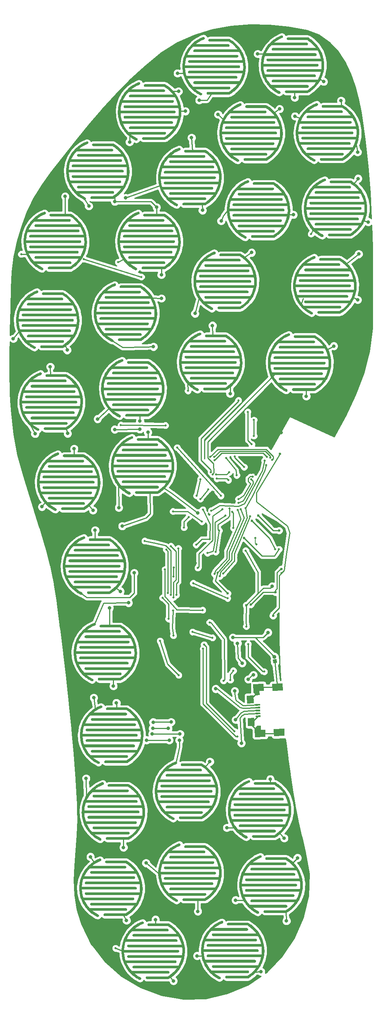
<source format=gtl>
G04 #@! TF.GenerationSoftware,KiCad,Pcbnew,(5.0.0)*
G04 #@! TF.CreationDate,2020-01-29T13:37:31+01:00*
G04 #@! TF.ProjectId,Insole_PCB,496E736F6C655F5043422E6B69636164,rev?*
G04 #@! TF.SameCoordinates,Original*
G04 #@! TF.FileFunction,Copper,L1,Top,Signal*
G04 #@! TF.FilePolarity,Positive*
%FSLAX46Y46*%
G04 Gerber Fmt 4.6, Leading zero omitted, Abs format (unit mm)*
G04 Created by KiCad (PCBNEW (5.0.0)) date 01/29/20 13:37:31*
%MOMM*%
%LPD*%
G01*
G04 APERTURE LIST*
G04 #@! TA.AperFunction,SMDPad,CuDef*
%ADD10C,0.500000*%
G04 #@! TD*
G04 #@! TA.AperFunction,Conductor*
%ADD11C,0.100000*%
G04 #@! TD*
G04 #@! TA.AperFunction,ComponentPad*
%ADD12C,0.850000*%
G04 #@! TD*
G04 #@! TA.AperFunction,Conductor*
%ADD13C,0.850000*%
G04 #@! TD*
G04 #@! TA.AperFunction,SMDPad,CuDef*
%ADD14C,1.600000*%
G04 #@! TD*
G04 #@! TA.AperFunction,SMDPad,CuDef*
%ADD15C,1.500000*%
G04 #@! TD*
G04 #@! TA.AperFunction,SMDPad,CuDef*
%ADD16C,0.400000*%
G04 #@! TD*
G04 #@! TA.AperFunction,ViaPad*
%ADD17C,0.800000*%
G04 #@! TD*
G04 #@! TA.AperFunction,ViaPad*
%ADD18C,0.500000*%
G04 #@! TD*
G04 #@! TA.AperFunction,ViaPad*
%ADD19C,0.600000*%
G04 #@! TD*
G04 #@! TA.AperFunction,Conductor*
%ADD20C,0.250000*%
G04 #@! TD*
G04 #@! TA.AperFunction,Conductor*
%ADD21C,0.160000*%
G04 #@! TD*
G04 #@! TA.AperFunction,Conductor*
%ADD22C,0.254000*%
G04 #@! TD*
G04 APERTURE END LIST*
D10*
G04 #@! TO.P,S4,1*
G04 #@! TO.N,/U1_Data*
X234099453Y-67340707D03*
D11*
G04 #@! TD*
G04 #@! TO.N,/U1_Data*
G04 #@! TO.C,S4*
G36*
X225995264Y-72440678D02*
X225966012Y-72438837D01*
X225937079Y-72434151D01*
X225908742Y-72426664D01*
X225881270Y-72416448D01*
X225854927Y-72403599D01*
X225829963Y-72388241D01*
X225806617Y-72370520D01*
X225785111Y-72350606D01*
X225765652Y-72328688D01*
X225748424Y-72304976D01*
X225733592Y-72279696D01*
X225721298Y-72253089D01*
X225711659Y-72225409D01*
X225704767Y-72196921D01*
X225700688Y-72167897D01*
X225699460Y-72138613D01*
X225701096Y-72109348D01*
X225705580Y-72080384D01*
X225712869Y-72051995D01*
X225722894Y-72024452D01*
X225735558Y-71998020D01*
X225750742Y-71972949D01*
X225768299Y-71949480D01*
X225788063Y-71927836D01*
X225809844Y-71908224D01*
X225833436Y-71890831D01*
X225858612Y-71875823D01*
X225885132Y-71863343D01*
X225912743Y-71853511D01*
X225941183Y-71846420D01*
X225970178Y-71842139D01*
X225999453Y-71840707D01*
X230715810Y-71840707D01*
X230976041Y-71683036D01*
X231502078Y-71305581D01*
X231986494Y-70880590D01*
X232427135Y-70410351D01*
X232711171Y-70040707D01*
X222999453Y-70040707D01*
X222995264Y-70040678D01*
X222966012Y-70038837D01*
X222937079Y-70034151D01*
X222908742Y-70026664D01*
X222881270Y-70016448D01*
X222854927Y-70003599D01*
X222829963Y-69988241D01*
X222806617Y-69970520D01*
X222785111Y-69950606D01*
X222765652Y-69928688D01*
X222748424Y-69904976D01*
X222733592Y-69879696D01*
X222721298Y-69853089D01*
X222711659Y-69825409D01*
X222704767Y-69796921D01*
X222700688Y-69767897D01*
X222699460Y-69738613D01*
X222701096Y-69709348D01*
X222705580Y-69680384D01*
X222712869Y-69651995D01*
X222722894Y-69624452D01*
X222735558Y-69598020D01*
X222750742Y-69572949D01*
X222768299Y-69549480D01*
X222788063Y-69527836D01*
X222809844Y-69508224D01*
X222833436Y-69490831D01*
X222858612Y-69475823D01*
X222885132Y-69463343D01*
X222912743Y-69453511D01*
X222941183Y-69446420D01*
X222970178Y-69442139D01*
X222999453Y-69440707D01*
X233105700Y-69440707D01*
X233160697Y-69352484D01*
X233446617Y-68774953D01*
X233674810Y-68172292D01*
X233818629Y-67640707D01*
X221799453Y-67640707D01*
X221795264Y-67640678D01*
X221766012Y-67638837D01*
X221737079Y-67634151D01*
X221708742Y-67626664D01*
X221681270Y-67616448D01*
X221654927Y-67603599D01*
X221629963Y-67588241D01*
X221606617Y-67570520D01*
X221585111Y-67550606D01*
X221565652Y-67528688D01*
X221548424Y-67504976D01*
X221533592Y-67479696D01*
X221521298Y-67453089D01*
X221511659Y-67425409D01*
X221504767Y-67396921D01*
X221500688Y-67367897D01*
X221499460Y-67338613D01*
X221501096Y-67309348D01*
X221505580Y-67280384D01*
X221512869Y-67251995D01*
X221522894Y-67224452D01*
X221535558Y-67198020D01*
X221550742Y-67172949D01*
X221568299Y-67149480D01*
X221588063Y-67127836D01*
X221609844Y-67108224D01*
X221633436Y-67090831D01*
X221658612Y-67075823D01*
X221685132Y-67063343D01*
X221712743Y-67053511D01*
X221741183Y-67046420D01*
X221770178Y-67042139D01*
X221799453Y-67040707D01*
X233928728Y-67040707D01*
X233949902Y-66914701D01*
X233994168Y-66271803D01*
X233975485Y-65627639D01*
X233926185Y-65240707D01*
X221799453Y-65240707D01*
X221795264Y-65240678D01*
X221766012Y-65238837D01*
X221737079Y-65234151D01*
X221708742Y-65226664D01*
X221681270Y-65216448D01*
X221654927Y-65203599D01*
X221629963Y-65188241D01*
X221606617Y-65170520D01*
X221585111Y-65150606D01*
X221565652Y-65128688D01*
X221548424Y-65104976D01*
X221533592Y-65079696D01*
X221521298Y-65053089D01*
X221511659Y-65025409D01*
X221504767Y-64996921D01*
X221500688Y-64967897D01*
X221499460Y-64938613D01*
X221501096Y-64909348D01*
X221505580Y-64880384D01*
X221512869Y-64851995D01*
X221522894Y-64824452D01*
X221535558Y-64798020D01*
X221550742Y-64772949D01*
X221568299Y-64749480D01*
X221588063Y-64727836D01*
X221609844Y-64708224D01*
X221633436Y-64690831D01*
X221658612Y-64675823D01*
X221685132Y-64663343D01*
X221712743Y-64653511D01*
X221741183Y-64646420D01*
X221770178Y-64642139D01*
X221799453Y-64640707D01*
X233814654Y-64640707D01*
X233750589Y-64360114D01*
X233546522Y-63748851D01*
X233283786Y-63160425D01*
X233101708Y-62840707D01*
X222999453Y-62840707D01*
X222995264Y-62840678D01*
X222966012Y-62838837D01*
X222937079Y-62834151D01*
X222908742Y-62826664D01*
X222881270Y-62816448D01*
X222854927Y-62803599D01*
X222829963Y-62788241D01*
X222806617Y-62770520D01*
X222785111Y-62750606D01*
X222765652Y-62728688D01*
X222748424Y-62704976D01*
X222733592Y-62679696D01*
X222721298Y-62653089D01*
X222711659Y-62625409D01*
X222704767Y-62596921D01*
X222700688Y-62567897D01*
X222699460Y-62538613D01*
X222701096Y-62509348D01*
X222705580Y-62480384D01*
X222712869Y-62451995D01*
X222722894Y-62424452D01*
X222735558Y-62398020D01*
X222750742Y-62372949D01*
X222768299Y-62349480D01*
X222788063Y-62327836D01*
X222809844Y-62308224D01*
X222833436Y-62290831D01*
X222858612Y-62275823D01*
X222885132Y-62263343D01*
X222912743Y-62253511D01*
X222941183Y-62246420D01*
X222970178Y-62242139D01*
X222999453Y-62240707D01*
X232710538Y-62240707D01*
X232592845Y-62074243D01*
X232171238Y-61586861D01*
X231704088Y-61142951D01*
X231195850Y-60746745D01*
X230712469Y-60440707D01*
X226399453Y-60440707D01*
X226395264Y-60440678D01*
X226366012Y-60438837D01*
X226337079Y-60434151D01*
X226308742Y-60426664D01*
X226281270Y-60416448D01*
X226254927Y-60403599D01*
X226229963Y-60388241D01*
X226206617Y-60370520D01*
X226185111Y-60350606D01*
X226165652Y-60328688D01*
X226148424Y-60304976D01*
X226133592Y-60279696D01*
X226121298Y-60253089D01*
X226111659Y-60225409D01*
X226104767Y-60196921D01*
X226100688Y-60167897D01*
X226099460Y-60138613D01*
X226101096Y-60109348D01*
X226105580Y-60080384D01*
X226112869Y-60051995D01*
X226122894Y-60024452D01*
X226135558Y-59998020D01*
X226150742Y-59972949D01*
X226168299Y-59949480D01*
X226188063Y-59927836D01*
X226209844Y-59908224D01*
X226233436Y-59890831D01*
X226258612Y-59875823D01*
X226285132Y-59863343D01*
X226312743Y-59853511D01*
X226341183Y-59846420D01*
X226370178Y-59842139D01*
X226399453Y-59840707D01*
X230799453Y-59840707D01*
X230803642Y-59840736D01*
X230812897Y-59841318D01*
X230822149Y-59841567D01*
X230827507Y-59842238D01*
X230832894Y-59842577D01*
X230842030Y-59844057D01*
X230851232Y-59845209D01*
X230856504Y-59846401D01*
X230861827Y-59847263D01*
X230870779Y-59849628D01*
X230879819Y-59851672D01*
X230884946Y-59853371D01*
X230890164Y-59854750D01*
X230898845Y-59857978D01*
X230907642Y-59860894D01*
X230912572Y-59863083D01*
X230917636Y-59864966D01*
X230925978Y-59869035D01*
X230934429Y-59872787D01*
X230939118Y-59875444D01*
X230943979Y-59877815D01*
X230951875Y-59882673D01*
X230959930Y-59887237D01*
X231529201Y-60247654D01*
X231532725Y-60249919D01*
X231542918Y-60257308D01*
X231553170Y-60264524D01*
X232084553Y-60678773D01*
X232087839Y-60681371D01*
X232097248Y-60689707D01*
X232106761Y-60697901D01*
X232595184Y-61162026D01*
X232598200Y-61164932D01*
X232606732Y-61174126D01*
X232615419Y-61183229D01*
X233056221Y-61692801D01*
X233058940Y-61695988D01*
X233066544Y-61705984D01*
X233074291Y-61715878D01*
X233463263Y-62266034D01*
X233465657Y-62269471D01*
X233472241Y-62280148D01*
X233478994Y-62290764D01*
X233812425Y-62876250D01*
X233814473Y-62879904D01*
X233820000Y-62891206D01*
X233825668Y-62902397D01*
X234100373Y-63517626D01*
X234102055Y-63521463D01*
X234106459Y-63533268D01*
X234111001Y-63544941D01*
X234324360Y-64184040D01*
X234325659Y-64188023D01*
X234328875Y-64200141D01*
X234332273Y-64212262D01*
X234482248Y-64869131D01*
X234483152Y-64873221D01*
X234485179Y-64885655D01*
X234487368Y-64897991D01*
X234572528Y-65566359D01*
X234573029Y-65570518D01*
X234573832Y-65583070D01*
X234574808Y-65595580D01*
X234594341Y-66269070D01*
X234594433Y-66273258D01*
X234594008Y-66285808D01*
X234593758Y-66298374D01*
X234547476Y-66970555D01*
X234547160Y-66974732D01*
X234545507Y-66987220D01*
X234544037Y-66999662D01*
X234432383Y-67664120D01*
X234431660Y-67668246D01*
X234428812Y-67680447D01*
X234426120Y-67692753D01*
X234250158Y-68343143D01*
X234249036Y-68347179D01*
X234244991Y-68359100D01*
X234241130Y-68371027D01*
X234002543Y-69001143D01*
X234001032Y-69005050D01*
X233995850Y-69016506D01*
X233990837Y-69028014D01*
X233691899Y-69631841D01*
X233690014Y-69635582D01*
X233683744Y-69646467D01*
X233677627Y-69657441D01*
X233321193Y-70229213D01*
X233318952Y-70232753D01*
X233311646Y-70242981D01*
X233304491Y-70253298D01*
X232893962Y-70787562D01*
X232891387Y-70790866D01*
X232883095Y-70800358D01*
X232874990Y-70809902D01*
X232414286Y-71301553D01*
X232411400Y-71304590D01*
X232402259Y-71313192D01*
X232393224Y-71321936D01*
X231886742Y-71766285D01*
X231883574Y-71769026D01*
X231873636Y-71776696D01*
X231863791Y-71784516D01*
X231316365Y-72177319D01*
X231312944Y-72179738D01*
X231304844Y-72184811D01*
X231296926Y-72190154D01*
X230957260Y-72395954D01*
X230953663Y-72398100D01*
X230947119Y-72401522D01*
X230940294Y-72405591D01*
X230930767Y-72410074D01*
X230927691Y-72411683D01*
X230925260Y-72412666D01*
X230913774Y-72418071D01*
X230886163Y-72427903D01*
X230857723Y-72434994D01*
X230828728Y-72439275D01*
X230799453Y-72440707D01*
X225999453Y-72440707D01*
X225995264Y-72440678D01*
X225995264Y-72440678D01*
G37*
D10*
G04 #@! TO.P,S4,2*
G04 #@! TO.N,/U1_A4*
X220599453Y-66140707D03*
D11*
G04 #@! TD*
G04 #@! TO.N,/U1_A4*
G04 #@! TO.C,S4*
G36*
X224366944Y-72638940D02*
X224337997Y-72634345D01*
X224309635Y-72626946D01*
X224282133Y-72616815D01*
X224255749Y-72604049D01*
X223665053Y-72281710D01*
X223661390Y-72279678D01*
X223650760Y-72272978D01*
X223640041Y-72266430D01*
X223083619Y-71887988D01*
X223080172Y-71885608D01*
X223070269Y-71877921D01*
X223060218Y-71870341D01*
X222543380Y-71439407D01*
X222540181Y-71436702D01*
X222531067Y-71428077D01*
X222521812Y-71419560D01*
X222049494Y-70940249D01*
X222046575Y-70937245D01*
X222038346Y-70927771D01*
X222029966Y-70918392D01*
X221606674Y-70395278D01*
X221604062Y-70392003D01*
X221596811Y-70381791D01*
X221589372Y-70371620D01*
X221219147Y-69809697D01*
X221216867Y-69806183D01*
X221210621Y-69795268D01*
X221204237Y-69784463D01*
X220890613Y-69189094D01*
X220888686Y-69185374D01*
X220883538Y-69173907D01*
X220878235Y-69162525D01*
X220624206Y-68539394D01*
X220622652Y-68535504D01*
X220618643Y-68523575D01*
X220614481Y-68511744D01*
X220422471Y-67866798D01*
X220421303Y-67862774D01*
X220418476Y-67850506D01*
X220415490Y-67838331D01*
X220287332Y-67177725D01*
X220286563Y-67173607D01*
X220284953Y-67161173D01*
X220283162Y-67148713D01*
X220220080Y-66478754D01*
X220219716Y-66474581D01*
X220219326Y-66462026D01*
X220218761Y-66449474D01*
X220221357Y-65776557D01*
X220221402Y-65772368D01*
X220222241Y-65759814D01*
X220222902Y-65747288D01*
X220291150Y-65077836D01*
X220291604Y-65073671D01*
X220293656Y-65061308D01*
X220295543Y-65048857D01*
X220428793Y-64389259D01*
X220429651Y-64385159D01*
X220432916Y-64372994D01*
X220435994Y-64360848D01*
X220632973Y-63717401D01*
X220634227Y-63713404D01*
X220638647Y-63701658D01*
X220642911Y-63689828D01*
X220901739Y-63068674D01*
X220903377Y-63064819D01*
X220908923Y-63053558D01*
X220914321Y-63042202D01*
X221232528Y-62449270D01*
X221234534Y-62445593D01*
X221241168Y-62434903D01*
X221247633Y-62424152D01*
X221622182Y-61865101D01*
X221624538Y-61861637D01*
X221632163Y-61851672D01*
X221639666Y-61841577D01*
X222066981Y-61321744D01*
X222069663Y-61318526D01*
X222078229Y-61309348D01*
X222086677Y-61300038D01*
X222562679Y-60824385D01*
X222565662Y-60821445D01*
X222575090Y-60813139D01*
X222584399Y-60804705D01*
X223104545Y-60377771D01*
X223107801Y-60375136D01*
X223117986Y-60367796D01*
X223128082Y-60360304D01*
X223687407Y-59986166D01*
X223690905Y-59983861D01*
X223701767Y-59977545D01*
X223712536Y-59971079D01*
X224305700Y-59653306D01*
X224309407Y-59651354D01*
X224319857Y-59646575D01*
X224330251Y-59641554D01*
X224861328Y-59416356D01*
X224865196Y-59414747D01*
X224892845Y-59405022D01*
X224921312Y-59398041D01*
X224950323Y-59393871D01*
X224979603Y-59392552D01*
X225008872Y-59394097D01*
X225037851Y-59398490D01*
X225066263Y-59405691D01*
X225093836Y-59415629D01*
X225120308Y-59428211D01*
X225145426Y-59443316D01*
X225168950Y-59460800D01*
X225190656Y-59480496D01*
X225210336Y-59502216D01*
X225227803Y-59525753D01*
X225242889Y-59550882D01*
X225255451Y-59577363D01*
X225265370Y-59604944D01*
X225272549Y-59633360D01*
X225276922Y-59662342D01*
X225278445Y-59691613D01*
X225277105Y-59720892D01*
X225272913Y-59749901D01*
X225265911Y-59778362D01*
X225256165Y-59806004D01*
X225243769Y-59832563D01*
X225228839Y-59857786D01*
X225211520Y-59881432D01*
X225191977Y-59903274D01*
X225170395Y-59923105D01*
X225146980Y-59940737D01*
X225121957Y-59955997D01*
X225095564Y-59968744D01*
X224577037Y-60188621D01*
X224008798Y-60493041D01*
X223473872Y-60850859D01*
X223242576Y-61040707D01*
X230599453Y-61040707D01*
X230603642Y-61040736D01*
X230632894Y-61042577D01*
X230661827Y-61047263D01*
X230690164Y-61054750D01*
X230717636Y-61064966D01*
X230743979Y-61077815D01*
X230768943Y-61093173D01*
X230792289Y-61110894D01*
X230813795Y-61130808D01*
X230833254Y-61152726D01*
X230850482Y-61176438D01*
X230865314Y-61201718D01*
X230877608Y-61228325D01*
X230887247Y-61256005D01*
X230894139Y-61284493D01*
X230898218Y-61313517D01*
X230899446Y-61342801D01*
X230897810Y-61372066D01*
X230893326Y-61401030D01*
X230886037Y-61429419D01*
X230876012Y-61456962D01*
X230863348Y-61483394D01*
X230848164Y-61508465D01*
X230830607Y-61531934D01*
X230810843Y-61553578D01*
X230789062Y-61573190D01*
X230765470Y-61590583D01*
X230740294Y-61605591D01*
X230713774Y-61618071D01*
X230686163Y-61627903D01*
X230657723Y-61634994D01*
X230628728Y-61639275D01*
X230599453Y-61640707D01*
X222599453Y-61640707D01*
X222595264Y-61640678D01*
X222594664Y-61640640D01*
X222521162Y-61714088D01*
X222112484Y-62211250D01*
X221754268Y-62745922D01*
X221449939Y-63312995D01*
X221396722Y-63440707D01*
X232599453Y-63440707D01*
X232603642Y-63440736D01*
X232632894Y-63442577D01*
X232661827Y-63447263D01*
X232690164Y-63454750D01*
X232717636Y-63464966D01*
X232743979Y-63477815D01*
X232768943Y-63493173D01*
X232792289Y-63510894D01*
X232813795Y-63530808D01*
X232833254Y-63552726D01*
X232850482Y-63576438D01*
X232865314Y-63601718D01*
X232877608Y-63628325D01*
X232887247Y-63656005D01*
X232894139Y-63684493D01*
X232898218Y-63713517D01*
X232899446Y-63742801D01*
X232897810Y-63772066D01*
X232893326Y-63801030D01*
X232886037Y-63829419D01*
X232876012Y-63856962D01*
X232863348Y-63883394D01*
X232848164Y-63908465D01*
X232830607Y-63931934D01*
X232810843Y-63953578D01*
X232789062Y-63973190D01*
X232765470Y-63990583D01*
X232740294Y-64005591D01*
X232713774Y-64018071D01*
X232686163Y-64027903D01*
X232657723Y-64034994D01*
X232628728Y-64039275D01*
X232599453Y-64040707D01*
X221161484Y-64040707D01*
X221014009Y-64522446D01*
X220886567Y-65153290D01*
X220821296Y-65793540D01*
X220821114Y-65840707D01*
X232999453Y-65840707D01*
X233003642Y-65840736D01*
X233032894Y-65842577D01*
X233061827Y-65847263D01*
X233090164Y-65854750D01*
X233117636Y-65864966D01*
X233143979Y-65877815D01*
X233168943Y-65893173D01*
X233192289Y-65910894D01*
X233213795Y-65930808D01*
X233233254Y-65952726D01*
X233250482Y-65976438D01*
X233265314Y-66001718D01*
X233277608Y-66028325D01*
X233287247Y-66056005D01*
X233294139Y-66084493D01*
X233298218Y-66113517D01*
X233299446Y-66142801D01*
X233297810Y-66172066D01*
X233293326Y-66201030D01*
X233286037Y-66229419D01*
X233276012Y-66256962D01*
X233263348Y-66283394D01*
X233248164Y-66308465D01*
X233230607Y-66331934D01*
X233210843Y-66353578D01*
X233189062Y-66373190D01*
X233165470Y-66390583D01*
X233140294Y-66405591D01*
X233113774Y-66418071D01*
X233086163Y-66427903D01*
X233057723Y-66434994D01*
X233028728Y-66439275D01*
X232999453Y-66440707D01*
X220819152Y-66440707D01*
X220879145Y-67077861D01*
X221001714Y-67709658D01*
X221159815Y-68240707D01*
X232399453Y-68240707D01*
X232403642Y-68240736D01*
X232432894Y-68242577D01*
X232461827Y-68247263D01*
X232490164Y-68254750D01*
X232517636Y-68264966D01*
X232543979Y-68277815D01*
X232568943Y-68293173D01*
X232592289Y-68310894D01*
X232613795Y-68330808D01*
X232633254Y-68352726D01*
X232650482Y-68376438D01*
X232665314Y-68401718D01*
X232677608Y-68428325D01*
X232687247Y-68456005D01*
X232694139Y-68484493D01*
X232698218Y-68513517D01*
X232699446Y-68542801D01*
X232697810Y-68572066D01*
X232693326Y-68601030D01*
X232686037Y-68629419D01*
X232676012Y-68656962D01*
X232663348Y-68683394D01*
X232648164Y-68708465D01*
X232630607Y-68731934D01*
X232610843Y-68753578D01*
X232589062Y-68773190D01*
X232565470Y-68790583D01*
X232540294Y-68805591D01*
X232513774Y-68818071D01*
X232486163Y-68827903D01*
X232457723Y-68834994D01*
X232428728Y-68839275D01*
X232399453Y-68840707D01*
X221394983Y-68840707D01*
X221428300Y-68922434D01*
X221728245Y-69491837D01*
X222082334Y-70029269D01*
X222487167Y-70529569D01*
X222596811Y-70640836D01*
X222599453Y-70640707D01*
X230799453Y-70640707D01*
X230803642Y-70640736D01*
X230832894Y-70642577D01*
X230861827Y-70647263D01*
X230890164Y-70654750D01*
X230917636Y-70664966D01*
X230943979Y-70677815D01*
X230968943Y-70693173D01*
X230992289Y-70710894D01*
X231013795Y-70730808D01*
X231033254Y-70752726D01*
X231050482Y-70776438D01*
X231065314Y-70801718D01*
X231077608Y-70828325D01*
X231087247Y-70856005D01*
X231094139Y-70884493D01*
X231098218Y-70913517D01*
X231099446Y-70942801D01*
X231097810Y-70972066D01*
X231093326Y-71001030D01*
X231086037Y-71029419D01*
X231076012Y-71056962D01*
X231063348Y-71083394D01*
X231048164Y-71108465D01*
X231030607Y-71131934D01*
X231010843Y-71153578D01*
X230989062Y-71173190D01*
X230965470Y-71190583D01*
X230940294Y-71205591D01*
X230913774Y-71218071D01*
X230886163Y-71227903D01*
X230857723Y-71234994D01*
X230828728Y-71239275D01*
X230799453Y-71240707D01*
X223241998Y-71240707D01*
X223433185Y-71400117D01*
X223965340Y-71762054D01*
X224543157Y-72077365D01*
X224546820Y-72079397D01*
X224571616Y-72095025D01*
X224594769Y-72112998D01*
X224616057Y-72133144D01*
X224635279Y-72155271D01*
X224652248Y-72179168D01*
X224666805Y-72204608D01*
X224678809Y-72231347D01*
X224688149Y-72259129D01*
X224694731Y-72287690D01*
X224698495Y-72316757D01*
X224699405Y-72346053D01*
X224697452Y-72375297D01*
X224692654Y-72404212D01*
X224685058Y-72432521D01*
X224674736Y-72459952D01*
X224661786Y-72486246D01*
X224646332Y-72511151D01*
X224628521Y-72534428D01*
X224608524Y-72555857D01*
X224586531Y-72575232D01*
X224562753Y-72592368D01*
X224537415Y-72607102D01*
X224510761Y-72619293D01*
X224483045Y-72628825D01*
X224454531Y-72635608D01*
X224425490Y-72639574D01*
X224396201Y-72640689D01*
X224366944Y-72638940D01*
X224366944Y-72638940D01*
G37*
D10*
G04 #@! TO.P,S9,1*
G04 #@! TO.N,/U2_Data*
X201739453Y-77930707D03*
D11*
G04 #@! TD*
G04 #@! TO.N,/U2_Data*
G04 #@! TO.C,S9*
G36*
X193635264Y-83030678D02*
X193606012Y-83028837D01*
X193577079Y-83024151D01*
X193548742Y-83016664D01*
X193521270Y-83006448D01*
X193494927Y-82993599D01*
X193469963Y-82978241D01*
X193446617Y-82960520D01*
X193425111Y-82940606D01*
X193405652Y-82918688D01*
X193388424Y-82894976D01*
X193373592Y-82869696D01*
X193361298Y-82843089D01*
X193351659Y-82815409D01*
X193344767Y-82786921D01*
X193340688Y-82757897D01*
X193339460Y-82728613D01*
X193341096Y-82699348D01*
X193345580Y-82670384D01*
X193352869Y-82641995D01*
X193362894Y-82614452D01*
X193375558Y-82588020D01*
X193390742Y-82562949D01*
X193408299Y-82539480D01*
X193428063Y-82517836D01*
X193449844Y-82498224D01*
X193473436Y-82480831D01*
X193498612Y-82465823D01*
X193525132Y-82453343D01*
X193552743Y-82443511D01*
X193581183Y-82436420D01*
X193610178Y-82432139D01*
X193639453Y-82430707D01*
X198355810Y-82430707D01*
X198616041Y-82273036D01*
X199142078Y-81895581D01*
X199626494Y-81470590D01*
X200067135Y-81000351D01*
X200351171Y-80630707D01*
X190639453Y-80630707D01*
X190635264Y-80630678D01*
X190606012Y-80628837D01*
X190577079Y-80624151D01*
X190548742Y-80616664D01*
X190521270Y-80606448D01*
X190494927Y-80593599D01*
X190469963Y-80578241D01*
X190446617Y-80560520D01*
X190425111Y-80540606D01*
X190405652Y-80518688D01*
X190388424Y-80494976D01*
X190373592Y-80469696D01*
X190361298Y-80443089D01*
X190351659Y-80415409D01*
X190344767Y-80386921D01*
X190340688Y-80357897D01*
X190339460Y-80328613D01*
X190341096Y-80299348D01*
X190345580Y-80270384D01*
X190352869Y-80241995D01*
X190362894Y-80214452D01*
X190375558Y-80188020D01*
X190390742Y-80162949D01*
X190408299Y-80139480D01*
X190428063Y-80117836D01*
X190449844Y-80098224D01*
X190473436Y-80080831D01*
X190498612Y-80065823D01*
X190525132Y-80053343D01*
X190552743Y-80043511D01*
X190581183Y-80036420D01*
X190610178Y-80032139D01*
X190639453Y-80030707D01*
X200745700Y-80030707D01*
X200800697Y-79942484D01*
X201086617Y-79364953D01*
X201314810Y-78762292D01*
X201458629Y-78230707D01*
X189439453Y-78230707D01*
X189435264Y-78230678D01*
X189406012Y-78228837D01*
X189377079Y-78224151D01*
X189348742Y-78216664D01*
X189321270Y-78206448D01*
X189294927Y-78193599D01*
X189269963Y-78178241D01*
X189246617Y-78160520D01*
X189225111Y-78140606D01*
X189205652Y-78118688D01*
X189188424Y-78094976D01*
X189173592Y-78069696D01*
X189161298Y-78043089D01*
X189151659Y-78015409D01*
X189144767Y-77986921D01*
X189140688Y-77957897D01*
X189139460Y-77928613D01*
X189141096Y-77899348D01*
X189145580Y-77870384D01*
X189152869Y-77841995D01*
X189162894Y-77814452D01*
X189175558Y-77788020D01*
X189190742Y-77762949D01*
X189208299Y-77739480D01*
X189228063Y-77717836D01*
X189249844Y-77698224D01*
X189273436Y-77680831D01*
X189298612Y-77665823D01*
X189325132Y-77653343D01*
X189352743Y-77643511D01*
X189381183Y-77636420D01*
X189410178Y-77632139D01*
X189439453Y-77630707D01*
X201568728Y-77630707D01*
X201589902Y-77504701D01*
X201634168Y-76861803D01*
X201615485Y-76217639D01*
X201566185Y-75830707D01*
X189439453Y-75830707D01*
X189435264Y-75830678D01*
X189406012Y-75828837D01*
X189377079Y-75824151D01*
X189348742Y-75816664D01*
X189321270Y-75806448D01*
X189294927Y-75793599D01*
X189269963Y-75778241D01*
X189246617Y-75760520D01*
X189225111Y-75740606D01*
X189205652Y-75718688D01*
X189188424Y-75694976D01*
X189173592Y-75669696D01*
X189161298Y-75643089D01*
X189151659Y-75615409D01*
X189144767Y-75586921D01*
X189140688Y-75557897D01*
X189139460Y-75528613D01*
X189141096Y-75499348D01*
X189145580Y-75470384D01*
X189152869Y-75441995D01*
X189162894Y-75414452D01*
X189175558Y-75388020D01*
X189190742Y-75362949D01*
X189208299Y-75339480D01*
X189228063Y-75317836D01*
X189249844Y-75298224D01*
X189273436Y-75280831D01*
X189298612Y-75265823D01*
X189325132Y-75253343D01*
X189352743Y-75243511D01*
X189381183Y-75236420D01*
X189410178Y-75232139D01*
X189439453Y-75230707D01*
X201454654Y-75230707D01*
X201390589Y-74950114D01*
X201186522Y-74338851D01*
X200923786Y-73750425D01*
X200741708Y-73430707D01*
X190639453Y-73430707D01*
X190635264Y-73430678D01*
X190606012Y-73428837D01*
X190577079Y-73424151D01*
X190548742Y-73416664D01*
X190521270Y-73406448D01*
X190494927Y-73393599D01*
X190469963Y-73378241D01*
X190446617Y-73360520D01*
X190425111Y-73340606D01*
X190405652Y-73318688D01*
X190388424Y-73294976D01*
X190373592Y-73269696D01*
X190361298Y-73243089D01*
X190351659Y-73215409D01*
X190344767Y-73186921D01*
X190340688Y-73157897D01*
X190339460Y-73128613D01*
X190341096Y-73099348D01*
X190345580Y-73070384D01*
X190352869Y-73041995D01*
X190362894Y-73014452D01*
X190375558Y-72988020D01*
X190390742Y-72962949D01*
X190408299Y-72939480D01*
X190428063Y-72917836D01*
X190449844Y-72898224D01*
X190473436Y-72880831D01*
X190498612Y-72865823D01*
X190525132Y-72853343D01*
X190552743Y-72843511D01*
X190581183Y-72836420D01*
X190610178Y-72832139D01*
X190639453Y-72830707D01*
X200350538Y-72830707D01*
X200232845Y-72664243D01*
X199811238Y-72176861D01*
X199344088Y-71732951D01*
X198835850Y-71336745D01*
X198352469Y-71030707D01*
X194039453Y-71030707D01*
X194035264Y-71030678D01*
X194006012Y-71028837D01*
X193977079Y-71024151D01*
X193948742Y-71016664D01*
X193921270Y-71006448D01*
X193894927Y-70993599D01*
X193869963Y-70978241D01*
X193846617Y-70960520D01*
X193825111Y-70940606D01*
X193805652Y-70918688D01*
X193788424Y-70894976D01*
X193773592Y-70869696D01*
X193761298Y-70843089D01*
X193751659Y-70815409D01*
X193744767Y-70786921D01*
X193740688Y-70757897D01*
X193739460Y-70728613D01*
X193741096Y-70699348D01*
X193745580Y-70670384D01*
X193752869Y-70641995D01*
X193762894Y-70614452D01*
X193775558Y-70588020D01*
X193790742Y-70562949D01*
X193808299Y-70539480D01*
X193828063Y-70517836D01*
X193849844Y-70498224D01*
X193873436Y-70480831D01*
X193898612Y-70465823D01*
X193925132Y-70453343D01*
X193952743Y-70443511D01*
X193981183Y-70436420D01*
X194010178Y-70432139D01*
X194039453Y-70430707D01*
X198439453Y-70430707D01*
X198443642Y-70430736D01*
X198452897Y-70431318D01*
X198462149Y-70431567D01*
X198467507Y-70432238D01*
X198472894Y-70432577D01*
X198482030Y-70434057D01*
X198491232Y-70435209D01*
X198496504Y-70436401D01*
X198501827Y-70437263D01*
X198510779Y-70439628D01*
X198519819Y-70441672D01*
X198524946Y-70443371D01*
X198530164Y-70444750D01*
X198538845Y-70447978D01*
X198547642Y-70450894D01*
X198552572Y-70453083D01*
X198557636Y-70454966D01*
X198565978Y-70459035D01*
X198574429Y-70462787D01*
X198579118Y-70465444D01*
X198583979Y-70467815D01*
X198591875Y-70472673D01*
X198599930Y-70477237D01*
X199169201Y-70837654D01*
X199172725Y-70839919D01*
X199182918Y-70847308D01*
X199193170Y-70854524D01*
X199724553Y-71268773D01*
X199727839Y-71271371D01*
X199737248Y-71279707D01*
X199746761Y-71287901D01*
X200235184Y-71752026D01*
X200238200Y-71754932D01*
X200246732Y-71764126D01*
X200255419Y-71773229D01*
X200696221Y-72282801D01*
X200698940Y-72285988D01*
X200706544Y-72295984D01*
X200714291Y-72305878D01*
X201103263Y-72856034D01*
X201105657Y-72859471D01*
X201112241Y-72870148D01*
X201118994Y-72880764D01*
X201452425Y-73466250D01*
X201454473Y-73469904D01*
X201460000Y-73481206D01*
X201465668Y-73492397D01*
X201740373Y-74107626D01*
X201742055Y-74111463D01*
X201746459Y-74123268D01*
X201751001Y-74134941D01*
X201964360Y-74774040D01*
X201965659Y-74778023D01*
X201968875Y-74790141D01*
X201972273Y-74802262D01*
X202122248Y-75459131D01*
X202123152Y-75463221D01*
X202125179Y-75475655D01*
X202127368Y-75487991D01*
X202212528Y-76156359D01*
X202213029Y-76160518D01*
X202213832Y-76173070D01*
X202214808Y-76185580D01*
X202234341Y-76859070D01*
X202234433Y-76863258D01*
X202234008Y-76875808D01*
X202233758Y-76888374D01*
X202187476Y-77560555D01*
X202187160Y-77564732D01*
X202185507Y-77577220D01*
X202184037Y-77589662D01*
X202072383Y-78254120D01*
X202071660Y-78258246D01*
X202068812Y-78270447D01*
X202066120Y-78282753D01*
X201890158Y-78933143D01*
X201889036Y-78937179D01*
X201884991Y-78949100D01*
X201881130Y-78961027D01*
X201642543Y-79591143D01*
X201641032Y-79595050D01*
X201635850Y-79606506D01*
X201630837Y-79618014D01*
X201331899Y-80221841D01*
X201330014Y-80225582D01*
X201323744Y-80236467D01*
X201317627Y-80247441D01*
X200961193Y-80819213D01*
X200958952Y-80822753D01*
X200951646Y-80832981D01*
X200944491Y-80843298D01*
X200533962Y-81377562D01*
X200531387Y-81380866D01*
X200523095Y-81390358D01*
X200514990Y-81399902D01*
X200054286Y-81891553D01*
X200051400Y-81894590D01*
X200042259Y-81903192D01*
X200033224Y-81911936D01*
X199526742Y-82356285D01*
X199523574Y-82359026D01*
X199513636Y-82366696D01*
X199503791Y-82374516D01*
X198956365Y-82767319D01*
X198952944Y-82769738D01*
X198944844Y-82774811D01*
X198936926Y-82780154D01*
X198597260Y-82985954D01*
X198593663Y-82988100D01*
X198587119Y-82991522D01*
X198580294Y-82995591D01*
X198570767Y-83000074D01*
X198567691Y-83001683D01*
X198565260Y-83002666D01*
X198553774Y-83008071D01*
X198526163Y-83017903D01*
X198497723Y-83024994D01*
X198468728Y-83029275D01*
X198439453Y-83030707D01*
X193639453Y-83030707D01*
X193635264Y-83030678D01*
X193635264Y-83030678D01*
G37*
D10*
G04 #@! TO.P,S9,2*
G04 #@! TO.N,/U2_A1*
X188239453Y-76730707D03*
D11*
G04 #@! TD*
G04 #@! TO.N,/U2_A1*
G04 #@! TO.C,S9*
G36*
X192006944Y-83228940D02*
X191977997Y-83224345D01*
X191949635Y-83216946D01*
X191922133Y-83206815D01*
X191895749Y-83194049D01*
X191305053Y-82871710D01*
X191301390Y-82869678D01*
X191290760Y-82862978D01*
X191280041Y-82856430D01*
X190723619Y-82477988D01*
X190720172Y-82475608D01*
X190710269Y-82467921D01*
X190700218Y-82460341D01*
X190183380Y-82029407D01*
X190180181Y-82026702D01*
X190171067Y-82018077D01*
X190161812Y-82009560D01*
X189689494Y-81530249D01*
X189686575Y-81527245D01*
X189678346Y-81517771D01*
X189669966Y-81508392D01*
X189246674Y-80985278D01*
X189244062Y-80982003D01*
X189236811Y-80971791D01*
X189229372Y-80961620D01*
X188859147Y-80399697D01*
X188856867Y-80396183D01*
X188850621Y-80385268D01*
X188844237Y-80374463D01*
X188530613Y-79779094D01*
X188528686Y-79775374D01*
X188523538Y-79763907D01*
X188518235Y-79752525D01*
X188264206Y-79129394D01*
X188262652Y-79125504D01*
X188258643Y-79113575D01*
X188254481Y-79101744D01*
X188062471Y-78456798D01*
X188061303Y-78452774D01*
X188058476Y-78440506D01*
X188055490Y-78428331D01*
X187927332Y-77767725D01*
X187926563Y-77763607D01*
X187924953Y-77751173D01*
X187923162Y-77738713D01*
X187860080Y-77068754D01*
X187859716Y-77064581D01*
X187859326Y-77052026D01*
X187858761Y-77039474D01*
X187861357Y-76366557D01*
X187861402Y-76362368D01*
X187862241Y-76349814D01*
X187862902Y-76337288D01*
X187931150Y-75667836D01*
X187931604Y-75663671D01*
X187933656Y-75651308D01*
X187935543Y-75638857D01*
X188068793Y-74979259D01*
X188069651Y-74975159D01*
X188072916Y-74962994D01*
X188075994Y-74950848D01*
X188272973Y-74307401D01*
X188274227Y-74303404D01*
X188278647Y-74291658D01*
X188282911Y-74279828D01*
X188541739Y-73658674D01*
X188543377Y-73654819D01*
X188548923Y-73643558D01*
X188554321Y-73632202D01*
X188872528Y-73039270D01*
X188874534Y-73035593D01*
X188881168Y-73024903D01*
X188887633Y-73014152D01*
X189262182Y-72455101D01*
X189264538Y-72451637D01*
X189272163Y-72441672D01*
X189279666Y-72431577D01*
X189706981Y-71911744D01*
X189709663Y-71908526D01*
X189718229Y-71899348D01*
X189726677Y-71890038D01*
X190202679Y-71414385D01*
X190205662Y-71411445D01*
X190215090Y-71403139D01*
X190224399Y-71394705D01*
X190744545Y-70967771D01*
X190747801Y-70965136D01*
X190757986Y-70957796D01*
X190768082Y-70950304D01*
X191327407Y-70576166D01*
X191330905Y-70573861D01*
X191341767Y-70567545D01*
X191352536Y-70561079D01*
X191945700Y-70243306D01*
X191949407Y-70241354D01*
X191959857Y-70236575D01*
X191970251Y-70231554D01*
X192501328Y-70006356D01*
X192505196Y-70004747D01*
X192532845Y-69995022D01*
X192561312Y-69988041D01*
X192590323Y-69983871D01*
X192619603Y-69982552D01*
X192648872Y-69984097D01*
X192677851Y-69988490D01*
X192706263Y-69995691D01*
X192733836Y-70005629D01*
X192760308Y-70018211D01*
X192785426Y-70033316D01*
X192808950Y-70050800D01*
X192830656Y-70070496D01*
X192850336Y-70092216D01*
X192867803Y-70115753D01*
X192882889Y-70140882D01*
X192895451Y-70167363D01*
X192905370Y-70194944D01*
X192912549Y-70223360D01*
X192916922Y-70252342D01*
X192918445Y-70281613D01*
X192917105Y-70310892D01*
X192912913Y-70339901D01*
X192905911Y-70368362D01*
X192896165Y-70396004D01*
X192883769Y-70422563D01*
X192868839Y-70447786D01*
X192851520Y-70471432D01*
X192831977Y-70493274D01*
X192810395Y-70513105D01*
X192786980Y-70530737D01*
X192761957Y-70545997D01*
X192735564Y-70558744D01*
X192217037Y-70778621D01*
X191648798Y-71083041D01*
X191113872Y-71440859D01*
X190882576Y-71630707D01*
X198239453Y-71630707D01*
X198243642Y-71630736D01*
X198272894Y-71632577D01*
X198301827Y-71637263D01*
X198330164Y-71644750D01*
X198357636Y-71654966D01*
X198383979Y-71667815D01*
X198408943Y-71683173D01*
X198432289Y-71700894D01*
X198453795Y-71720808D01*
X198473254Y-71742726D01*
X198490482Y-71766438D01*
X198505314Y-71791718D01*
X198517608Y-71818325D01*
X198527247Y-71846005D01*
X198534139Y-71874493D01*
X198538218Y-71903517D01*
X198539446Y-71932801D01*
X198537810Y-71962066D01*
X198533326Y-71991030D01*
X198526037Y-72019419D01*
X198516012Y-72046962D01*
X198503348Y-72073394D01*
X198488164Y-72098465D01*
X198470607Y-72121934D01*
X198450843Y-72143578D01*
X198429062Y-72163190D01*
X198405470Y-72180583D01*
X198380294Y-72195591D01*
X198353774Y-72208071D01*
X198326163Y-72217903D01*
X198297723Y-72224994D01*
X198268728Y-72229275D01*
X198239453Y-72230707D01*
X190239453Y-72230707D01*
X190235264Y-72230678D01*
X190234664Y-72230640D01*
X190161162Y-72304088D01*
X189752484Y-72801250D01*
X189394268Y-73335922D01*
X189089939Y-73902995D01*
X189036722Y-74030707D01*
X200239453Y-74030707D01*
X200243642Y-74030736D01*
X200272894Y-74032577D01*
X200301827Y-74037263D01*
X200330164Y-74044750D01*
X200357636Y-74054966D01*
X200383979Y-74067815D01*
X200408943Y-74083173D01*
X200432289Y-74100894D01*
X200453795Y-74120808D01*
X200473254Y-74142726D01*
X200490482Y-74166438D01*
X200505314Y-74191718D01*
X200517608Y-74218325D01*
X200527247Y-74246005D01*
X200534139Y-74274493D01*
X200538218Y-74303517D01*
X200539446Y-74332801D01*
X200537810Y-74362066D01*
X200533326Y-74391030D01*
X200526037Y-74419419D01*
X200516012Y-74446962D01*
X200503348Y-74473394D01*
X200488164Y-74498465D01*
X200470607Y-74521934D01*
X200450843Y-74543578D01*
X200429062Y-74563190D01*
X200405470Y-74580583D01*
X200380294Y-74595591D01*
X200353774Y-74608071D01*
X200326163Y-74617903D01*
X200297723Y-74624994D01*
X200268728Y-74629275D01*
X200239453Y-74630707D01*
X188801484Y-74630707D01*
X188654009Y-75112446D01*
X188526567Y-75743290D01*
X188461296Y-76383540D01*
X188461114Y-76430707D01*
X200639453Y-76430707D01*
X200643642Y-76430736D01*
X200672894Y-76432577D01*
X200701827Y-76437263D01*
X200730164Y-76444750D01*
X200757636Y-76454966D01*
X200783979Y-76467815D01*
X200808943Y-76483173D01*
X200832289Y-76500894D01*
X200853795Y-76520808D01*
X200873254Y-76542726D01*
X200890482Y-76566438D01*
X200905314Y-76591718D01*
X200917608Y-76618325D01*
X200927247Y-76646005D01*
X200934139Y-76674493D01*
X200938218Y-76703517D01*
X200939446Y-76732801D01*
X200937810Y-76762066D01*
X200933326Y-76791030D01*
X200926037Y-76819419D01*
X200916012Y-76846962D01*
X200903348Y-76873394D01*
X200888164Y-76898465D01*
X200870607Y-76921934D01*
X200850843Y-76943578D01*
X200829062Y-76963190D01*
X200805470Y-76980583D01*
X200780294Y-76995591D01*
X200753774Y-77008071D01*
X200726163Y-77017903D01*
X200697723Y-77024994D01*
X200668728Y-77029275D01*
X200639453Y-77030707D01*
X188459152Y-77030707D01*
X188519145Y-77667861D01*
X188641714Y-78299658D01*
X188799815Y-78830707D01*
X200039453Y-78830707D01*
X200043642Y-78830736D01*
X200072894Y-78832577D01*
X200101827Y-78837263D01*
X200130164Y-78844750D01*
X200157636Y-78854966D01*
X200183979Y-78867815D01*
X200208943Y-78883173D01*
X200232289Y-78900894D01*
X200253795Y-78920808D01*
X200273254Y-78942726D01*
X200290482Y-78966438D01*
X200305314Y-78991718D01*
X200317608Y-79018325D01*
X200327247Y-79046005D01*
X200334139Y-79074493D01*
X200338218Y-79103517D01*
X200339446Y-79132801D01*
X200337810Y-79162066D01*
X200333326Y-79191030D01*
X200326037Y-79219419D01*
X200316012Y-79246962D01*
X200303348Y-79273394D01*
X200288164Y-79298465D01*
X200270607Y-79321934D01*
X200250843Y-79343578D01*
X200229062Y-79363190D01*
X200205470Y-79380583D01*
X200180294Y-79395591D01*
X200153774Y-79408071D01*
X200126163Y-79417903D01*
X200097723Y-79424994D01*
X200068728Y-79429275D01*
X200039453Y-79430707D01*
X189034983Y-79430707D01*
X189068300Y-79512434D01*
X189368245Y-80081837D01*
X189722334Y-80619269D01*
X190127167Y-81119569D01*
X190236811Y-81230836D01*
X190239453Y-81230707D01*
X198439453Y-81230707D01*
X198443642Y-81230736D01*
X198472894Y-81232577D01*
X198501827Y-81237263D01*
X198530164Y-81244750D01*
X198557636Y-81254966D01*
X198583979Y-81267815D01*
X198608943Y-81283173D01*
X198632289Y-81300894D01*
X198653795Y-81320808D01*
X198673254Y-81342726D01*
X198690482Y-81366438D01*
X198705314Y-81391718D01*
X198717608Y-81418325D01*
X198727247Y-81446005D01*
X198734139Y-81474493D01*
X198738218Y-81503517D01*
X198739446Y-81532801D01*
X198737810Y-81562066D01*
X198733326Y-81591030D01*
X198726037Y-81619419D01*
X198716012Y-81646962D01*
X198703348Y-81673394D01*
X198688164Y-81698465D01*
X198670607Y-81721934D01*
X198650843Y-81743578D01*
X198629062Y-81763190D01*
X198605470Y-81780583D01*
X198580294Y-81795591D01*
X198553774Y-81808071D01*
X198526163Y-81817903D01*
X198497723Y-81824994D01*
X198468728Y-81829275D01*
X198439453Y-81830707D01*
X190881998Y-81830707D01*
X191073185Y-81990117D01*
X191605340Y-82352054D01*
X192183157Y-82667365D01*
X192186820Y-82669397D01*
X192211616Y-82685025D01*
X192234769Y-82702998D01*
X192256057Y-82723144D01*
X192275279Y-82745271D01*
X192292248Y-82769168D01*
X192306805Y-82794608D01*
X192318809Y-82821347D01*
X192328149Y-82849129D01*
X192334731Y-82877690D01*
X192338495Y-82906757D01*
X192339405Y-82936053D01*
X192337452Y-82965297D01*
X192332654Y-82994212D01*
X192325058Y-83022521D01*
X192314736Y-83049952D01*
X192301786Y-83076246D01*
X192286332Y-83101151D01*
X192268521Y-83124428D01*
X192248524Y-83145857D01*
X192226531Y-83165232D01*
X192202753Y-83182368D01*
X192177415Y-83197102D01*
X192150761Y-83209293D01*
X192123045Y-83218825D01*
X192094531Y-83225608D01*
X192065490Y-83229574D01*
X192036201Y-83230689D01*
X192006944Y-83228940D01*
X192006944Y-83228940D01*
G37*
D12*
G04 #@! TO.P,J2,2*
G04 #@! TO.N,+BATT*
X223329697Y-200113143D03*
D13*
G04 #@! TD*
G04 #@! TO.N,+BATT*
G04 #@! TO.C,J2*
X223329697Y-200113143D02*
X223329697Y-200113143D01*
D12*
G04 #@! TO.P,J2,1*
G04 #@! TO.N,-BATT*
X223399453Y-201110707D03*
D11*
G04 #@! TD*
G04 #@! TO.N,-BATT*
G04 #@! TO.C,J2*
G36*
X223005135Y-201564318D02*
X222945842Y-200716389D01*
X223793771Y-200657096D01*
X223853064Y-201505025D01*
X223005135Y-201564318D01*
X223005135Y-201564318D01*
G37*
D14*
G04 #@! TO.P,J1,6*
G04 #@! TO.N,-BATT*
X219709559Y-207074613D03*
D11*
G04 #@! TD*
G04 #@! TO.N,-BATT*
G04 #@! TO.C,J1*
G36*
X219937357Y-207867146D02*
X219970511Y-208816567D01*
X219170999Y-208844487D01*
X218546062Y-208140868D01*
X218482370Y-206316980D01*
X220880908Y-206233221D01*
X220936748Y-207832246D01*
X219937357Y-207867146D01*
X219937357Y-207867146D01*
G37*
D14*
G04 #@! TO.P,J1,6*
G04 #@! TO.N,-BATT*
X220072514Y-217468278D03*
D11*
G04 #@! TD*
G04 #@! TO.N,-BATT*
G04 #@! TO.C,J1*
G36*
X218901165Y-218309670D02*
X218837473Y-216485782D01*
X219411805Y-215740284D01*
X220211318Y-215712364D01*
X220244473Y-216661785D01*
X221243863Y-216626886D01*
X221299703Y-218225911D01*
X218901165Y-218309670D01*
X218901165Y-218309670D01*
G37*
D15*
G04 #@! TO.P,J1,6*
G04 #@! TO.N,-BATT*
X218031218Y-214887946D03*
D11*
G04 #@! TD*
G04 #@! TO.N,-BATT*
G04 #@! TO.C,J1*
G36*
X217250265Y-214014669D02*
X218749352Y-213962320D01*
X218812171Y-215761223D01*
X217313084Y-215813572D01*
X217250265Y-214014669D01*
X217250265Y-214014669D01*
G37*
D15*
G04 #@! TO.P,J1,6*
G04 #@! TO.N,-BATT*
X217853231Y-209791053D03*
D11*
G04 #@! TD*
G04 #@! TO.N,-BATT*
G04 #@! TO.C,J1*
G36*
X217072278Y-208917776D02*
X218571365Y-208865427D01*
X218634184Y-210664330D01*
X217135097Y-210716679D01*
X217072278Y-208917776D01*
X217072278Y-208917776D01*
G37*
D14*
G04 #@! TO.P,J1,6*
G04 #@! TO.N,-BATT*
X224368150Y-217268241D03*
D11*
G04 #@! TD*
G04 #@! TO.N,-BATT*
G04 #@! TO.C,J1*
G36*
X223140961Y-216510608D02*
X225539499Y-216426849D01*
X225595339Y-218025874D01*
X223196801Y-218109633D01*
X223140961Y-216510608D01*
X223140961Y-216510608D01*
G37*
D14*
G04 #@! TO.P,J1,6*
G04 #@! TO.N,-BATT*
X224008685Y-206974515D03*
D11*
G04 #@! TD*
G04 #@! TO.N,-BATT*
G04 #@! TO.C,J1*
G36*
X222781496Y-206216882D02*
X225180034Y-206133123D01*
X225235874Y-207732148D01*
X222837336Y-207815907D01*
X222781496Y-206216882D01*
X222781496Y-206216882D01*
G37*
D16*
G04 #@! TO.P,J1,5*
G04 #@! TO.N,-BATT*
X219611604Y-213581996D03*
D11*
G04 #@! TD*
G04 #@! TO.N,-BATT*
G04 #@! TO.C,J1*
G36*
X219079944Y-213400440D02*
X220129304Y-213363796D01*
X220143264Y-213763552D01*
X219093904Y-213800196D01*
X219079944Y-213400440D01*
X219079944Y-213400440D01*
G37*
D16*
G04 #@! TO.P,J1,4*
G04 #@! TO.N,/P0.7_USB*
X219588920Y-212932392D03*
D11*
G04 #@! TD*
G04 #@! TO.N,/P0.7_USB*
G04 #@! TO.C,J1*
G36*
X219057260Y-212750836D02*
X220106620Y-212714192D01*
X220120580Y-213113948D01*
X219071220Y-213150592D01*
X219057260Y-212750836D01*
X219057260Y-212750836D01*
G37*
D16*
G04 #@! TO.P,J1,3*
G04 #@! TO.N,/P0.6_USB*
X219566235Y-212282788D03*
D11*
G04 #@! TD*
G04 #@! TO.N,/P0.6_USB*
G04 #@! TO.C,J1*
G36*
X219034575Y-212101232D02*
X220083935Y-212064588D01*
X220097895Y-212464344D01*
X219048535Y-212500988D01*
X219034575Y-212101232D01*
X219034575Y-212101232D01*
G37*
D16*
G04 #@! TO.P,J1,2*
G04 #@! TO.N,/XRES_USB*
X219543550Y-211633184D03*
D11*
G04 #@! TD*
G04 #@! TO.N,/XRES_USB*
G04 #@! TO.C,J1*
G36*
X219011890Y-211451628D02*
X220061250Y-211414984D01*
X220075210Y-211814740D01*
X219025850Y-211851384D01*
X219011890Y-211451628D01*
X219011890Y-211451628D01*
G37*
D16*
G04 #@! TO.P,J1,1*
G04 #@! TO.N,+5V*
X219520865Y-210983580D03*
D11*
G04 #@! TD*
G04 #@! TO.N,+5V*
G04 #@! TO.C,J1*
G36*
X218989205Y-210802024D02*
X220038565Y-210765380D01*
X220052525Y-211165136D01*
X219003165Y-211201780D01*
X218989205Y-210802024D01*
X218989205Y-210802024D01*
G37*
D10*
G04 #@! TO.P,S0,1*
G04 #@! TO.N,/U1_Data*
X235699453Y-134800707D03*
D11*
G04 #@! TD*
G04 #@! TO.N,/U1_Data*
G04 #@! TO.C,S0*
G36*
X227595264Y-139900678D02*
X227566012Y-139898837D01*
X227537079Y-139894151D01*
X227508742Y-139886664D01*
X227481270Y-139876448D01*
X227454927Y-139863599D01*
X227429963Y-139848241D01*
X227406617Y-139830520D01*
X227385111Y-139810606D01*
X227365652Y-139788688D01*
X227348424Y-139764976D01*
X227333592Y-139739696D01*
X227321298Y-139713089D01*
X227311659Y-139685409D01*
X227304767Y-139656921D01*
X227300688Y-139627897D01*
X227299460Y-139598613D01*
X227301096Y-139569348D01*
X227305580Y-139540384D01*
X227312869Y-139511995D01*
X227322894Y-139484452D01*
X227335558Y-139458020D01*
X227350742Y-139432949D01*
X227368299Y-139409480D01*
X227388063Y-139387836D01*
X227409844Y-139368224D01*
X227433436Y-139350831D01*
X227458612Y-139335823D01*
X227485132Y-139323343D01*
X227512743Y-139313511D01*
X227541183Y-139306420D01*
X227570178Y-139302139D01*
X227599453Y-139300707D01*
X232315810Y-139300707D01*
X232576041Y-139143036D01*
X233102078Y-138765581D01*
X233586494Y-138340590D01*
X234027135Y-137870351D01*
X234311171Y-137500707D01*
X224599453Y-137500707D01*
X224595264Y-137500678D01*
X224566012Y-137498837D01*
X224537079Y-137494151D01*
X224508742Y-137486664D01*
X224481270Y-137476448D01*
X224454927Y-137463599D01*
X224429963Y-137448241D01*
X224406617Y-137430520D01*
X224385111Y-137410606D01*
X224365652Y-137388688D01*
X224348424Y-137364976D01*
X224333592Y-137339696D01*
X224321298Y-137313089D01*
X224311659Y-137285409D01*
X224304767Y-137256921D01*
X224300688Y-137227897D01*
X224299460Y-137198613D01*
X224301096Y-137169348D01*
X224305580Y-137140384D01*
X224312869Y-137111995D01*
X224322894Y-137084452D01*
X224335558Y-137058020D01*
X224350742Y-137032949D01*
X224368299Y-137009480D01*
X224388063Y-136987836D01*
X224409844Y-136968224D01*
X224433436Y-136950831D01*
X224458612Y-136935823D01*
X224485132Y-136923343D01*
X224512743Y-136913511D01*
X224541183Y-136906420D01*
X224570178Y-136902139D01*
X224599453Y-136900707D01*
X234705700Y-136900707D01*
X234760697Y-136812484D01*
X235046617Y-136234953D01*
X235274810Y-135632292D01*
X235418629Y-135100707D01*
X223399453Y-135100707D01*
X223395264Y-135100678D01*
X223366012Y-135098837D01*
X223337079Y-135094151D01*
X223308742Y-135086664D01*
X223281270Y-135076448D01*
X223254927Y-135063599D01*
X223229963Y-135048241D01*
X223206617Y-135030520D01*
X223185111Y-135010606D01*
X223165652Y-134988688D01*
X223148424Y-134964976D01*
X223133592Y-134939696D01*
X223121298Y-134913089D01*
X223111659Y-134885409D01*
X223104767Y-134856921D01*
X223100688Y-134827897D01*
X223099460Y-134798613D01*
X223101096Y-134769348D01*
X223105580Y-134740384D01*
X223112869Y-134711995D01*
X223122894Y-134684452D01*
X223135558Y-134658020D01*
X223150742Y-134632949D01*
X223168299Y-134609480D01*
X223188063Y-134587836D01*
X223209844Y-134568224D01*
X223233436Y-134550831D01*
X223258612Y-134535823D01*
X223285132Y-134523343D01*
X223312743Y-134513511D01*
X223341183Y-134506420D01*
X223370178Y-134502139D01*
X223399453Y-134500707D01*
X235528728Y-134500707D01*
X235549902Y-134374701D01*
X235594168Y-133731803D01*
X235575485Y-133087639D01*
X235526185Y-132700707D01*
X223399453Y-132700707D01*
X223395264Y-132700678D01*
X223366012Y-132698837D01*
X223337079Y-132694151D01*
X223308742Y-132686664D01*
X223281270Y-132676448D01*
X223254927Y-132663599D01*
X223229963Y-132648241D01*
X223206617Y-132630520D01*
X223185111Y-132610606D01*
X223165652Y-132588688D01*
X223148424Y-132564976D01*
X223133592Y-132539696D01*
X223121298Y-132513089D01*
X223111659Y-132485409D01*
X223104767Y-132456921D01*
X223100688Y-132427897D01*
X223099460Y-132398613D01*
X223101096Y-132369348D01*
X223105580Y-132340384D01*
X223112869Y-132311995D01*
X223122894Y-132284452D01*
X223135558Y-132258020D01*
X223150742Y-132232949D01*
X223168299Y-132209480D01*
X223188063Y-132187836D01*
X223209844Y-132168224D01*
X223233436Y-132150831D01*
X223258612Y-132135823D01*
X223285132Y-132123343D01*
X223312743Y-132113511D01*
X223341183Y-132106420D01*
X223370178Y-132102139D01*
X223399453Y-132100707D01*
X235414654Y-132100707D01*
X235350589Y-131820114D01*
X235146522Y-131208851D01*
X234883786Y-130620425D01*
X234701708Y-130300707D01*
X224599453Y-130300707D01*
X224595264Y-130300678D01*
X224566012Y-130298837D01*
X224537079Y-130294151D01*
X224508742Y-130286664D01*
X224481270Y-130276448D01*
X224454927Y-130263599D01*
X224429963Y-130248241D01*
X224406617Y-130230520D01*
X224385111Y-130210606D01*
X224365652Y-130188688D01*
X224348424Y-130164976D01*
X224333592Y-130139696D01*
X224321298Y-130113089D01*
X224311659Y-130085409D01*
X224304767Y-130056921D01*
X224300688Y-130027897D01*
X224299460Y-129998613D01*
X224301096Y-129969348D01*
X224305580Y-129940384D01*
X224312869Y-129911995D01*
X224322894Y-129884452D01*
X224335558Y-129858020D01*
X224350742Y-129832949D01*
X224368299Y-129809480D01*
X224388063Y-129787836D01*
X224409844Y-129768224D01*
X224433436Y-129750831D01*
X224458612Y-129735823D01*
X224485132Y-129723343D01*
X224512743Y-129713511D01*
X224541183Y-129706420D01*
X224570178Y-129702139D01*
X224599453Y-129700707D01*
X234310538Y-129700707D01*
X234192845Y-129534243D01*
X233771238Y-129046861D01*
X233304088Y-128602951D01*
X232795850Y-128206745D01*
X232312469Y-127900707D01*
X227999453Y-127900707D01*
X227995264Y-127900678D01*
X227966012Y-127898837D01*
X227937079Y-127894151D01*
X227908742Y-127886664D01*
X227881270Y-127876448D01*
X227854927Y-127863599D01*
X227829963Y-127848241D01*
X227806617Y-127830520D01*
X227785111Y-127810606D01*
X227765652Y-127788688D01*
X227748424Y-127764976D01*
X227733592Y-127739696D01*
X227721298Y-127713089D01*
X227711659Y-127685409D01*
X227704767Y-127656921D01*
X227700688Y-127627897D01*
X227699460Y-127598613D01*
X227701096Y-127569348D01*
X227705580Y-127540384D01*
X227712869Y-127511995D01*
X227722894Y-127484452D01*
X227735558Y-127458020D01*
X227750742Y-127432949D01*
X227768299Y-127409480D01*
X227788063Y-127387836D01*
X227809844Y-127368224D01*
X227833436Y-127350831D01*
X227858612Y-127335823D01*
X227885132Y-127323343D01*
X227912743Y-127313511D01*
X227941183Y-127306420D01*
X227970178Y-127302139D01*
X227999453Y-127300707D01*
X232399453Y-127300707D01*
X232403642Y-127300736D01*
X232412897Y-127301318D01*
X232422149Y-127301567D01*
X232427507Y-127302238D01*
X232432894Y-127302577D01*
X232442030Y-127304057D01*
X232451232Y-127305209D01*
X232456504Y-127306401D01*
X232461827Y-127307263D01*
X232470779Y-127309628D01*
X232479819Y-127311672D01*
X232484946Y-127313371D01*
X232490164Y-127314750D01*
X232498845Y-127317978D01*
X232507642Y-127320894D01*
X232512572Y-127323083D01*
X232517636Y-127324966D01*
X232525978Y-127329035D01*
X232534429Y-127332787D01*
X232539118Y-127335444D01*
X232543979Y-127337815D01*
X232551875Y-127342673D01*
X232559930Y-127347237D01*
X233129201Y-127707654D01*
X233132725Y-127709919D01*
X233142918Y-127717308D01*
X233153170Y-127724524D01*
X233684553Y-128138773D01*
X233687839Y-128141371D01*
X233697248Y-128149707D01*
X233706761Y-128157901D01*
X234195184Y-128622026D01*
X234198200Y-128624932D01*
X234206732Y-128634126D01*
X234215419Y-128643229D01*
X234656221Y-129152801D01*
X234658940Y-129155988D01*
X234666544Y-129165984D01*
X234674291Y-129175878D01*
X235063263Y-129726034D01*
X235065657Y-129729471D01*
X235072241Y-129740148D01*
X235078994Y-129750764D01*
X235412425Y-130336250D01*
X235414473Y-130339904D01*
X235420000Y-130351206D01*
X235425668Y-130362397D01*
X235700373Y-130977626D01*
X235702055Y-130981463D01*
X235706459Y-130993268D01*
X235711001Y-131004941D01*
X235924360Y-131644040D01*
X235925659Y-131648023D01*
X235928875Y-131660141D01*
X235932273Y-131672262D01*
X236082248Y-132329131D01*
X236083152Y-132333221D01*
X236085179Y-132345655D01*
X236087368Y-132357991D01*
X236172528Y-133026359D01*
X236173029Y-133030518D01*
X236173832Y-133043070D01*
X236174808Y-133055580D01*
X236194341Y-133729070D01*
X236194433Y-133733258D01*
X236194008Y-133745808D01*
X236193758Y-133758374D01*
X236147476Y-134430555D01*
X236147160Y-134434732D01*
X236145507Y-134447220D01*
X236144037Y-134459662D01*
X236032383Y-135124120D01*
X236031660Y-135128246D01*
X236028812Y-135140447D01*
X236026120Y-135152753D01*
X235850158Y-135803143D01*
X235849036Y-135807179D01*
X235844991Y-135819100D01*
X235841130Y-135831027D01*
X235602543Y-136461143D01*
X235601032Y-136465050D01*
X235595850Y-136476506D01*
X235590837Y-136488014D01*
X235291899Y-137091841D01*
X235290014Y-137095582D01*
X235283744Y-137106467D01*
X235277627Y-137117441D01*
X234921193Y-137689213D01*
X234918952Y-137692753D01*
X234911646Y-137702981D01*
X234904491Y-137713298D01*
X234493962Y-138247562D01*
X234491387Y-138250866D01*
X234483095Y-138260358D01*
X234474990Y-138269902D01*
X234014286Y-138761553D01*
X234011400Y-138764590D01*
X234002259Y-138773192D01*
X233993224Y-138781936D01*
X233486742Y-139226285D01*
X233483574Y-139229026D01*
X233473636Y-139236696D01*
X233463791Y-139244516D01*
X232916365Y-139637319D01*
X232912944Y-139639738D01*
X232904844Y-139644811D01*
X232896926Y-139650154D01*
X232557260Y-139855954D01*
X232553663Y-139858100D01*
X232547119Y-139861522D01*
X232540294Y-139865591D01*
X232530767Y-139870074D01*
X232527691Y-139871683D01*
X232525260Y-139872666D01*
X232513774Y-139878071D01*
X232486163Y-139887903D01*
X232457723Y-139894994D01*
X232428728Y-139899275D01*
X232399453Y-139900707D01*
X227599453Y-139900707D01*
X227595264Y-139900678D01*
X227595264Y-139900678D01*
G37*
D10*
G04 #@! TO.P,S0,2*
G04 #@! TO.N,/U1_A0*
X222199453Y-133600707D03*
D11*
G04 #@! TD*
G04 #@! TO.N,/U1_A0*
G04 #@! TO.C,S0*
G36*
X225966944Y-140098940D02*
X225937997Y-140094345D01*
X225909635Y-140086946D01*
X225882133Y-140076815D01*
X225855749Y-140064049D01*
X225265053Y-139741710D01*
X225261390Y-139739678D01*
X225250760Y-139732978D01*
X225240041Y-139726430D01*
X224683619Y-139347988D01*
X224680172Y-139345608D01*
X224670269Y-139337921D01*
X224660218Y-139330341D01*
X224143380Y-138899407D01*
X224140181Y-138896702D01*
X224131067Y-138888077D01*
X224121812Y-138879560D01*
X223649494Y-138400249D01*
X223646575Y-138397245D01*
X223638346Y-138387771D01*
X223629966Y-138378392D01*
X223206674Y-137855278D01*
X223204062Y-137852003D01*
X223196811Y-137841791D01*
X223189372Y-137831620D01*
X222819147Y-137269697D01*
X222816867Y-137266183D01*
X222810621Y-137255268D01*
X222804237Y-137244463D01*
X222490613Y-136649094D01*
X222488686Y-136645374D01*
X222483538Y-136633907D01*
X222478235Y-136622525D01*
X222224206Y-135999394D01*
X222222652Y-135995504D01*
X222218643Y-135983575D01*
X222214481Y-135971744D01*
X222022471Y-135326798D01*
X222021303Y-135322774D01*
X222018476Y-135310506D01*
X222015490Y-135298331D01*
X221887332Y-134637725D01*
X221886563Y-134633607D01*
X221884953Y-134621173D01*
X221883162Y-134608713D01*
X221820080Y-133938754D01*
X221819716Y-133934581D01*
X221819326Y-133922026D01*
X221818761Y-133909474D01*
X221821357Y-133236557D01*
X221821402Y-133232368D01*
X221822241Y-133219814D01*
X221822902Y-133207288D01*
X221891150Y-132537836D01*
X221891604Y-132533671D01*
X221893656Y-132521308D01*
X221895543Y-132508857D01*
X222028793Y-131849259D01*
X222029651Y-131845159D01*
X222032916Y-131832994D01*
X222035994Y-131820848D01*
X222232973Y-131177401D01*
X222234227Y-131173404D01*
X222238647Y-131161658D01*
X222242911Y-131149828D01*
X222501739Y-130528674D01*
X222503377Y-130524819D01*
X222508923Y-130513558D01*
X222514321Y-130502202D01*
X222832528Y-129909270D01*
X222834534Y-129905593D01*
X222841168Y-129894903D01*
X222847633Y-129884152D01*
X223222182Y-129325101D01*
X223224538Y-129321637D01*
X223232163Y-129311672D01*
X223239666Y-129301577D01*
X223666981Y-128781744D01*
X223669663Y-128778526D01*
X223678229Y-128769348D01*
X223686677Y-128760038D01*
X224162679Y-128284385D01*
X224165662Y-128281445D01*
X224175090Y-128273139D01*
X224184399Y-128264705D01*
X224704545Y-127837771D01*
X224707801Y-127835136D01*
X224717986Y-127827796D01*
X224728082Y-127820304D01*
X225287407Y-127446166D01*
X225290905Y-127443861D01*
X225301767Y-127437545D01*
X225312536Y-127431079D01*
X225905700Y-127113306D01*
X225909407Y-127111354D01*
X225919857Y-127106575D01*
X225930251Y-127101554D01*
X226461328Y-126876356D01*
X226465196Y-126874747D01*
X226492845Y-126865022D01*
X226521312Y-126858041D01*
X226550323Y-126853871D01*
X226579603Y-126852552D01*
X226608872Y-126854097D01*
X226637851Y-126858490D01*
X226666263Y-126865691D01*
X226693836Y-126875629D01*
X226720308Y-126888211D01*
X226745426Y-126903316D01*
X226768950Y-126920800D01*
X226790656Y-126940496D01*
X226810336Y-126962216D01*
X226827803Y-126985753D01*
X226842889Y-127010882D01*
X226855451Y-127037363D01*
X226865370Y-127064944D01*
X226872549Y-127093360D01*
X226876922Y-127122342D01*
X226878445Y-127151613D01*
X226877105Y-127180892D01*
X226872913Y-127209901D01*
X226865911Y-127238362D01*
X226856165Y-127266004D01*
X226843769Y-127292563D01*
X226828839Y-127317786D01*
X226811520Y-127341432D01*
X226791977Y-127363274D01*
X226770395Y-127383105D01*
X226746980Y-127400737D01*
X226721957Y-127415997D01*
X226695564Y-127428744D01*
X226177037Y-127648621D01*
X225608798Y-127953041D01*
X225073872Y-128310859D01*
X224842576Y-128500707D01*
X232199453Y-128500707D01*
X232203642Y-128500736D01*
X232232894Y-128502577D01*
X232261827Y-128507263D01*
X232290164Y-128514750D01*
X232317636Y-128524966D01*
X232343979Y-128537815D01*
X232368943Y-128553173D01*
X232392289Y-128570894D01*
X232413795Y-128590808D01*
X232433254Y-128612726D01*
X232450482Y-128636438D01*
X232465314Y-128661718D01*
X232477608Y-128688325D01*
X232487247Y-128716005D01*
X232494139Y-128744493D01*
X232498218Y-128773517D01*
X232499446Y-128802801D01*
X232497810Y-128832066D01*
X232493326Y-128861030D01*
X232486037Y-128889419D01*
X232476012Y-128916962D01*
X232463348Y-128943394D01*
X232448164Y-128968465D01*
X232430607Y-128991934D01*
X232410843Y-129013578D01*
X232389062Y-129033190D01*
X232365470Y-129050583D01*
X232340294Y-129065591D01*
X232313774Y-129078071D01*
X232286163Y-129087903D01*
X232257723Y-129094994D01*
X232228728Y-129099275D01*
X232199453Y-129100707D01*
X224199453Y-129100707D01*
X224195264Y-129100678D01*
X224194664Y-129100640D01*
X224121162Y-129174088D01*
X223712484Y-129671250D01*
X223354268Y-130205922D01*
X223049939Y-130772995D01*
X222996722Y-130900707D01*
X234199453Y-130900707D01*
X234203642Y-130900736D01*
X234232894Y-130902577D01*
X234261827Y-130907263D01*
X234290164Y-130914750D01*
X234317636Y-130924966D01*
X234343979Y-130937815D01*
X234368943Y-130953173D01*
X234392289Y-130970894D01*
X234413795Y-130990808D01*
X234433254Y-131012726D01*
X234450482Y-131036438D01*
X234465314Y-131061718D01*
X234477608Y-131088325D01*
X234487247Y-131116005D01*
X234494139Y-131144493D01*
X234498218Y-131173517D01*
X234499446Y-131202801D01*
X234497810Y-131232066D01*
X234493326Y-131261030D01*
X234486037Y-131289419D01*
X234476012Y-131316962D01*
X234463348Y-131343394D01*
X234448164Y-131368465D01*
X234430607Y-131391934D01*
X234410843Y-131413578D01*
X234389062Y-131433190D01*
X234365470Y-131450583D01*
X234340294Y-131465591D01*
X234313774Y-131478071D01*
X234286163Y-131487903D01*
X234257723Y-131494994D01*
X234228728Y-131499275D01*
X234199453Y-131500707D01*
X222761484Y-131500707D01*
X222614009Y-131982446D01*
X222486567Y-132613290D01*
X222421296Y-133253540D01*
X222421114Y-133300707D01*
X234599453Y-133300707D01*
X234603642Y-133300736D01*
X234632894Y-133302577D01*
X234661827Y-133307263D01*
X234690164Y-133314750D01*
X234717636Y-133324966D01*
X234743979Y-133337815D01*
X234768943Y-133353173D01*
X234792289Y-133370894D01*
X234813795Y-133390808D01*
X234833254Y-133412726D01*
X234850482Y-133436438D01*
X234865314Y-133461718D01*
X234877608Y-133488325D01*
X234887247Y-133516005D01*
X234894139Y-133544493D01*
X234898218Y-133573517D01*
X234899446Y-133602801D01*
X234897810Y-133632066D01*
X234893326Y-133661030D01*
X234886037Y-133689419D01*
X234876012Y-133716962D01*
X234863348Y-133743394D01*
X234848164Y-133768465D01*
X234830607Y-133791934D01*
X234810843Y-133813578D01*
X234789062Y-133833190D01*
X234765470Y-133850583D01*
X234740294Y-133865591D01*
X234713774Y-133878071D01*
X234686163Y-133887903D01*
X234657723Y-133894994D01*
X234628728Y-133899275D01*
X234599453Y-133900707D01*
X222419152Y-133900707D01*
X222479145Y-134537861D01*
X222601714Y-135169658D01*
X222759815Y-135700707D01*
X233999453Y-135700707D01*
X234003642Y-135700736D01*
X234032894Y-135702577D01*
X234061827Y-135707263D01*
X234090164Y-135714750D01*
X234117636Y-135724966D01*
X234143979Y-135737815D01*
X234168943Y-135753173D01*
X234192289Y-135770894D01*
X234213795Y-135790808D01*
X234233254Y-135812726D01*
X234250482Y-135836438D01*
X234265314Y-135861718D01*
X234277608Y-135888325D01*
X234287247Y-135916005D01*
X234294139Y-135944493D01*
X234298218Y-135973517D01*
X234299446Y-136002801D01*
X234297810Y-136032066D01*
X234293326Y-136061030D01*
X234286037Y-136089419D01*
X234276012Y-136116962D01*
X234263348Y-136143394D01*
X234248164Y-136168465D01*
X234230607Y-136191934D01*
X234210843Y-136213578D01*
X234189062Y-136233190D01*
X234165470Y-136250583D01*
X234140294Y-136265591D01*
X234113774Y-136278071D01*
X234086163Y-136287903D01*
X234057723Y-136294994D01*
X234028728Y-136299275D01*
X233999453Y-136300707D01*
X222994983Y-136300707D01*
X223028300Y-136382434D01*
X223328245Y-136951837D01*
X223682334Y-137489269D01*
X224087167Y-137989569D01*
X224196811Y-138100836D01*
X224199453Y-138100707D01*
X232399453Y-138100707D01*
X232403642Y-138100736D01*
X232432894Y-138102577D01*
X232461827Y-138107263D01*
X232490164Y-138114750D01*
X232517636Y-138124966D01*
X232543979Y-138137815D01*
X232568943Y-138153173D01*
X232592289Y-138170894D01*
X232613795Y-138190808D01*
X232633254Y-138212726D01*
X232650482Y-138236438D01*
X232665314Y-138261718D01*
X232677608Y-138288325D01*
X232687247Y-138316005D01*
X232694139Y-138344493D01*
X232698218Y-138373517D01*
X232699446Y-138402801D01*
X232697810Y-138432066D01*
X232693326Y-138461030D01*
X232686037Y-138489419D01*
X232676012Y-138516962D01*
X232663348Y-138543394D01*
X232648164Y-138568465D01*
X232630607Y-138591934D01*
X232610843Y-138613578D01*
X232589062Y-138633190D01*
X232565470Y-138650583D01*
X232540294Y-138665591D01*
X232513774Y-138678071D01*
X232486163Y-138687903D01*
X232457723Y-138694994D01*
X232428728Y-138699275D01*
X232399453Y-138700707D01*
X224841998Y-138700707D01*
X225033185Y-138860117D01*
X225565340Y-139222054D01*
X226143157Y-139537365D01*
X226146820Y-139539397D01*
X226171616Y-139555025D01*
X226194769Y-139572998D01*
X226216057Y-139593144D01*
X226235279Y-139615271D01*
X226252248Y-139639168D01*
X226266805Y-139664608D01*
X226278809Y-139691347D01*
X226288149Y-139719129D01*
X226294731Y-139747690D01*
X226298495Y-139776757D01*
X226299405Y-139806053D01*
X226297452Y-139835297D01*
X226292654Y-139864212D01*
X226285058Y-139892521D01*
X226274736Y-139919952D01*
X226261786Y-139946246D01*
X226246332Y-139971151D01*
X226228521Y-139994428D01*
X226208524Y-140015857D01*
X226186531Y-140035232D01*
X226162753Y-140052368D01*
X226137415Y-140067102D01*
X226110761Y-140079293D01*
X226083045Y-140088825D01*
X226054531Y-140095608D01*
X226025490Y-140099574D01*
X225996201Y-140100689D01*
X225966944Y-140098940D01*
X225966944Y-140098940D01*
G37*
D10*
G04 #@! TO.P,S1,1*
G04 #@! TO.N,/U1_Data*
X241439453Y-117310707D03*
D11*
G04 #@! TD*
G04 #@! TO.N,/U1_Data*
G04 #@! TO.C,S1*
G36*
X233335264Y-122410678D02*
X233306012Y-122408837D01*
X233277079Y-122404151D01*
X233248742Y-122396664D01*
X233221270Y-122386448D01*
X233194927Y-122373599D01*
X233169963Y-122358241D01*
X233146617Y-122340520D01*
X233125111Y-122320606D01*
X233105652Y-122298688D01*
X233088424Y-122274976D01*
X233073592Y-122249696D01*
X233061298Y-122223089D01*
X233051659Y-122195409D01*
X233044767Y-122166921D01*
X233040688Y-122137897D01*
X233039460Y-122108613D01*
X233041096Y-122079348D01*
X233045580Y-122050384D01*
X233052869Y-122021995D01*
X233062894Y-121994452D01*
X233075558Y-121968020D01*
X233090742Y-121942949D01*
X233108299Y-121919480D01*
X233128063Y-121897836D01*
X233149844Y-121878224D01*
X233173436Y-121860831D01*
X233198612Y-121845823D01*
X233225132Y-121833343D01*
X233252743Y-121823511D01*
X233281183Y-121816420D01*
X233310178Y-121812139D01*
X233339453Y-121810707D01*
X238055810Y-121810707D01*
X238316041Y-121653036D01*
X238842078Y-121275581D01*
X239326494Y-120850590D01*
X239767135Y-120380351D01*
X240051171Y-120010707D01*
X230339453Y-120010707D01*
X230335264Y-120010678D01*
X230306012Y-120008837D01*
X230277079Y-120004151D01*
X230248742Y-119996664D01*
X230221270Y-119986448D01*
X230194927Y-119973599D01*
X230169963Y-119958241D01*
X230146617Y-119940520D01*
X230125111Y-119920606D01*
X230105652Y-119898688D01*
X230088424Y-119874976D01*
X230073592Y-119849696D01*
X230061298Y-119823089D01*
X230051659Y-119795409D01*
X230044767Y-119766921D01*
X230040688Y-119737897D01*
X230039460Y-119708613D01*
X230041096Y-119679348D01*
X230045580Y-119650384D01*
X230052869Y-119621995D01*
X230062894Y-119594452D01*
X230075558Y-119568020D01*
X230090742Y-119542949D01*
X230108299Y-119519480D01*
X230128063Y-119497836D01*
X230149844Y-119478224D01*
X230173436Y-119460831D01*
X230198612Y-119445823D01*
X230225132Y-119433343D01*
X230252743Y-119423511D01*
X230281183Y-119416420D01*
X230310178Y-119412139D01*
X230339453Y-119410707D01*
X240445700Y-119410707D01*
X240500697Y-119322484D01*
X240786617Y-118744953D01*
X241014810Y-118142292D01*
X241158629Y-117610707D01*
X229139453Y-117610707D01*
X229135264Y-117610678D01*
X229106012Y-117608837D01*
X229077079Y-117604151D01*
X229048742Y-117596664D01*
X229021270Y-117586448D01*
X228994927Y-117573599D01*
X228969963Y-117558241D01*
X228946617Y-117540520D01*
X228925111Y-117520606D01*
X228905652Y-117498688D01*
X228888424Y-117474976D01*
X228873592Y-117449696D01*
X228861298Y-117423089D01*
X228851659Y-117395409D01*
X228844767Y-117366921D01*
X228840688Y-117337897D01*
X228839460Y-117308613D01*
X228841096Y-117279348D01*
X228845580Y-117250384D01*
X228852869Y-117221995D01*
X228862894Y-117194452D01*
X228875558Y-117168020D01*
X228890742Y-117142949D01*
X228908299Y-117119480D01*
X228928063Y-117097836D01*
X228949844Y-117078224D01*
X228973436Y-117060831D01*
X228998612Y-117045823D01*
X229025132Y-117033343D01*
X229052743Y-117023511D01*
X229081183Y-117016420D01*
X229110178Y-117012139D01*
X229139453Y-117010707D01*
X241268728Y-117010707D01*
X241289902Y-116884701D01*
X241334168Y-116241803D01*
X241315485Y-115597639D01*
X241266185Y-115210707D01*
X229139453Y-115210707D01*
X229135264Y-115210678D01*
X229106012Y-115208837D01*
X229077079Y-115204151D01*
X229048742Y-115196664D01*
X229021270Y-115186448D01*
X228994927Y-115173599D01*
X228969963Y-115158241D01*
X228946617Y-115140520D01*
X228925111Y-115120606D01*
X228905652Y-115098688D01*
X228888424Y-115074976D01*
X228873592Y-115049696D01*
X228861298Y-115023089D01*
X228851659Y-114995409D01*
X228844767Y-114966921D01*
X228840688Y-114937897D01*
X228839460Y-114908613D01*
X228841096Y-114879348D01*
X228845580Y-114850384D01*
X228852869Y-114821995D01*
X228862894Y-114794452D01*
X228875558Y-114768020D01*
X228890742Y-114742949D01*
X228908299Y-114719480D01*
X228928063Y-114697836D01*
X228949844Y-114678224D01*
X228973436Y-114660831D01*
X228998612Y-114645823D01*
X229025132Y-114633343D01*
X229052743Y-114623511D01*
X229081183Y-114616420D01*
X229110178Y-114612139D01*
X229139453Y-114610707D01*
X241154654Y-114610707D01*
X241090589Y-114330114D01*
X240886522Y-113718851D01*
X240623786Y-113130425D01*
X240441708Y-112810707D01*
X230339453Y-112810707D01*
X230335264Y-112810678D01*
X230306012Y-112808837D01*
X230277079Y-112804151D01*
X230248742Y-112796664D01*
X230221270Y-112786448D01*
X230194927Y-112773599D01*
X230169963Y-112758241D01*
X230146617Y-112740520D01*
X230125111Y-112720606D01*
X230105652Y-112698688D01*
X230088424Y-112674976D01*
X230073592Y-112649696D01*
X230061298Y-112623089D01*
X230051659Y-112595409D01*
X230044767Y-112566921D01*
X230040688Y-112537897D01*
X230039460Y-112508613D01*
X230041096Y-112479348D01*
X230045580Y-112450384D01*
X230052869Y-112421995D01*
X230062894Y-112394452D01*
X230075558Y-112368020D01*
X230090742Y-112342949D01*
X230108299Y-112319480D01*
X230128063Y-112297836D01*
X230149844Y-112278224D01*
X230173436Y-112260831D01*
X230198612Y-112245823D01*
X230225132Y-112233343D01*
X230252743Y-112223511D01*
X230281183Y-112216420D01*
X230310178Y-112212139D01*
X230339453Y-112210707D01*
X240050538Y-112210707D01*
X239932845Y-112044243D01*
X239511238Y-111556861D01*
X239044088Y-111112951D01*
X238535850Y-110716745D01*
X238052469Y-110410707D01*
X233739453Y-110410707D01*
X233735264Y-110410678D01*
X233706012Y-110408837D01*
X233677079Y-110404151D01*
X233648742Y-110396664D01*
X233621270Y-110386448D01*
X233594927Y-110373599D01*
X233569963Y-110358241D01*
X233546617Y-110340520D01*
X233525111Y-110320606D01*
X233505652Y-110298688D01*
X233488424Y-110274976D01*
X233473592Y-110249696D01*
X233461298Y-110223089D01*
X233451659Y-110195409D01*
X233444767Y-110166921D01*
X233440688Y-110137897D01*
X233439460Y-110108613D01*
X233441096Y-110079348D01*
X233445580Y-110050384D01*
X233452869Y-110021995D01*
X233462894Y-109994452D01*
X233475558Y-109968020D01*
X233490742Y-109942949D01*
X233508299Y-109919480D01*
X233528063Y-109897836D01*
X233549844Y-109878224D01*
X233573436Y-109860831D01*
X233598612Y-109845823D01*
X233625132Y-109833343D01*
X233652743Y-109823511D01*
X233681183Y-109816420D01*
X233710178Y-109812139D01*
X233739453Y-109810707D01*
X238139453Y-109810707D01*
X238143642Y-109810736D01*
X238152897Y-109811318D01*
X238162149Y-109811567D01*
X238167507Y-109812238D01*
X238172894Y-109812577D01*
X238182030Y-109814057D01*
X238191232Y-109815209D01*
X238196504Y-109816401D01*
X238201827Y-109817263D01*
X238210779Y-109819628D01*
X238219819Y-109821672D01*
X238224946Y-109823371D01*
X238230164Y-109824750D01*
X238238845Y-109827978D01*
X238247642Y-109830894D01*
X238252572Y-109833083D01*
X238257636Y-109834966D01*
X238265978Y-109839035D01*
X238274429Y-109842787D01*
X238279118Y-109845444D01*
X238283979Y-109847815D01*
X238291875Y-109852673D01*
X238299930Y-109857237D01*
X238869201Y-110217654D01*
X238872725Y-110219919D01*
X238882918Y-110227308D01*
X238893170Y-110234524D01*
X239424553Y-110648773D01*
X239427839Y-110651371D01*
X239437248Y-110659707D01*
X239446761Y-110667901D01*
X239935184Y-111132026D01*
X239938200Y-111134932D01*
X239946732Y-111144126D01*
X239955419Y-111153229D01*
X240396221Y-111662801D01*
X240398940Y-111665988D01*
X240406544Y-111675984D01*
X240414291Y-111685878D01*
X240803263Y-112236034D01*
X240805657Y-112239471D01*
X240812241Y-112250148D01*
X240818994Y-112260764D01*
X241152425Y-112846250D01*
X241154473Y-112849904D01*
X241160000Y-112861206D01*
X241165668Y-112872397D01*
X241440373Y-113487626D01*
X241442055Y-113491463D01*
X241446459Y-113503268D01*
X241451001Y-113514941D01*
X241664360Y-114154040D01*
X241665659Y-114158023D01*
X241668875Y-114170141D01*
X241672273Y-114182262D01*
X241822248Y-114839131D01*
X241823152Y-114843221D01*
X241825179Y-114855655D01*
X241827368Y-114867991D01*
X241912528Y-115536359D01*
X241913029Y-115540518D01*
X241913832Y-115553070D01*
X241914808Y-115565580D01*
X241934341Y-116239070D01*
X241934433Y-116243258D01*
X241934008Y-116255808D01*
X241933758Y-116268374D01*
X241887476Y-116940555D01*
X241887160Y-116944732D01*
X241885507Y-116957220D01*
X241884037Y-116969662D01*
X241772383Y-117634120D01*
X241771660Y-117638246D01*
X241768812Y-117650447D01*
X241766120Y-117662753D01*
X241590158Y-118313143D01*
X241589036Y-118317179D01*
X241584991Y-118329100D01*
X241581130Y-118341027D01*
X241342543Y-118971143D01*
X241341032Y-118975050D01*
X241335850Y-118986506D01*
X241330837Y-118998014D01*
X241031899Y-119601841D01*
X241030014Y-119605582D01*
X241023744Y-119616467D01*
X241017627Y-119627441D01*
X240661193Y-120199213D01*
X240658952Y-120202753D01*
X240651646Y-120212981D01*
X240644491Y-120223298D01*
X240233962Y-120757562D01*
X240231387Y-120760866D01*
X240223095Y-120770358D01*
X240214990Y-120779902D01*
X239754286Y-121271553D01*
X239751400Y-121274590D01*
X239742259Y-121283192D01*
X239733224Y-121291936D01*
X239226742Y-121736285D01*
X239223574Y-121739026D01*
X239213636Y-121746696D01*
X239203791Y-121754516D01*
X238656365Y-122147319D01*
X238652944Y-122149738D01*
X238644844Y-122154811D01*
X238636926Y-122160154D01*
X238297260Y-122365954D01*
X238293663Y-122368100D01*
X238287119Y-122371522D01*
X238280294Y-122375591D01*
X238270767Y-122380074D01*
X238267691Y-122381683D01*
X238265260Y-122382666D01*
X238253774Y-122388071D01*
X238226163Y-122397903D01*
X238197723Y-122404994D01*
X238168728Y-122409275D01*
X238139453Y-122410707D01*
X233339453Y-122410707D01*
X233335264Y-122410678D01*
X233335264Y-122410678D01*
G37*
D10*
G04 #@! TO.P,S1,2*
G04 #@! TO.N,/U1_A1*
X227939453Y-116110707D03*
D11*
G04 #@! TD*
G04 #@! TO.N,/U1_A1*
G04 #@! TO.C,S1*
G36*
X231706944Y-122608940D02*
X231677997Y-122604345D01*
X231649635Y-122596946D01*
X231622133Y-122586815D01*
X231595749Y-122574049D01*
X231005053Y-122251710D01*
X231001390Y-122249678D01*
X230990760Y-122242978D01*
X230980041Y-122236430D01*
X230423619Y-121857988D01*
X230420172Y-121855608D01*
X230410269Y-121847921D01*
X230400218Y-121840341D01*
X229883380Y-121409407D01*
X229880181Y-121406702D01*
X229871067Y-121398077D01*
X229861812Y-121389560D01*
X229389494Y-120910249D01*
X229386575Y-120907245D01*
X229378346Y-120897771D01*
X229369966Y-120888392D01*
X228946674Y-120365278D01*
X228944062Y-120362003D01*
X228936811Y-120351791D01*
X228929372Y-120341620D01*
X228559147Y-119779697D01*
X228556867Y-119776183D01*
X228550621Y-119765268D01*
X228544237Y-119754463D01*
X228230613Y-119159094D01*
X228228686Y-119155374D01*
X228223538Y-119143907D01*
X228218235Y-119132525D01*
X227964206Y-118509394D01*
X227962652Y-118505504D01*
X227958643Y-118493575D01*
X227954481Y-118481744D01*
X227762471Y-117836798D01*
X227761303Y-117832774D01*
X227758476Y-117820506D01*
X227755490Y-117808331D01*
X227627332Y-117147725D01*
X227626563Y-117143607D01*
X227624953Y-117131173D01*
X227623162Y-117118713D01*
X227560080Y-116448754D01*
X227559716Y-116444581D01*
X227559326Y-116432026D01*
X227558761Y-116419474D01*
X227561357Y-115746557D01*
X227561402Y-115742368D01*
X227562241Y-115729814D01*
X227562902Y-115717288D01*
X227631150Y-115047836D01*
X227631604Y-115043671D01*
X227633656Y-115031308D01*
X227635543Y-115018857D01*
X227768793Y-114359259D01*
X227769651Y-114355159D01*
X227772916Y-114342994D01*
X227775994Y-114330848D01*
X227972973Y-113687401D01*
X227974227Y-113683404D01*
X227978647Y-113671658D01*
X227982911Y-113659828D01*
X228241739Y-113038674D01*
X228243377Y-113034819D01*
X228248923Y-113023558D01*
X228254321Y-113012202D01*
X228572528Y-112419270D01*
X228574534Y-112415593D01*
X228581168Y-112404903D01*
X228587633Y-112394152D01*
X228962182Y-111835101D01*
X228964538Y-111831637D01*
X228972163Y-111821672D01*
X228979666Y-111811577D01*
X229406981Y-111291744D01*
X229409663Y-111288526D01*
X229418229Y-111279348D01*
X229426677Y-111270038D01*
X229902679Y-110794385D01*
X229905662Y-110791445D01*
X229915090Y-110783139D01*
X229924399Y-110774705D01*
X230444545Y-110347771D01*
X230447801Y-110345136D01*
X230457986Y-110337796D01*
X230468082Y-110330304D01*
X231027407Y-109956166D01*
X231030905Y-109953861D01*
X231041767Y-109947545D01*
X231052536Y-109941079D01*
X231645700Y-109623306D01*
X231649407Y-109621354D01*
X231659857Y-109616575D01*
X231670251Y-109611554D01*
X232201328Y-109386356D01*
X232205196Y-109384747D01*
X232232845Y-109375022D01*
X232261312Y-109368041D01*
X232290323Y-109363871D01*
X232319603Y-109362552D01*
X232348872Y-109364097D01*
X232377851Y-109368490D01*
X232406263Y-109375691D01*
X232433836Y-109385629D01*
X232460308Y-109398211D01*
X232485426Y-109413316D01*
X232508950Y-109430800D01*
X232530656Y-109450496D01*
X232550336Y-109472216D01*
X232567803Y-109495753D01*
X232582889Y-109520882D01*
X232595451Y-109547363D01*
X232605370Y-109574944D01*
X232612549Y-109603360D01*
X232616922Y-109632342D01*
X232618445Y-109661613D01*
X232617105Y-109690892D01*
X232612913Y-109719901D01*
X232605911Y-109748362D01*
X232596165Y-109776004D01*
X232583769Y-109802563D01*
X232568839Y-109827786D01*
X232551520Y-109851432D01*
X232531977Y-109873274D01*
X232510395Y-109893105D01*
X232486980Y-109910737D01*
X232461957Y-109925997D01*
X232435564Y-109938744D01*
X231917037Y-110158621D01*
X231348798Y-110463041D01*
X230813872Y-110820859D01*
X230582576Y-111010707D01*
X237939453Y-111010707D01*
X237943642Y-111010736D01*
X237972894Y-111012577D01*
X238001827Y-111017263D01*
X238030164Y-111024750D01*
X238057636Y-111034966D01*
X238083979Y-111047815D01*
X238108943Y-111063173D01*
X238132289Y-111080894D01*
X238153795Y-111100808D01*
X238173254Y-111122726D01*
X238190482Y-111146438D01*
X238205314Y-111171718D01*
X238217608Y-111198325D01*
X238227247Y-111226005D01*
X238234139Y-111254493D01*
X238238218Y-111283517D01*
X238239446Y-111312801D01*
X238237810Y-111342066D01*
X238233326Y-111371030D01*
X238226037Y-111399419D01*
X238216012Y-111426962D01*
X238203348Y-111453394D01*
X238188164Y-111478465D01*
X238170607Y-111501934D01*
X238150843Y-111523578D01*
X238129062Y-111543190D01*
X238105470Y-111560583D01*
X238080294Y-111575591D01*
X238053774Y-111588071D01*
X238026163Y-111597903D01*
X237997723Y-111604994D01*
X237968728Y-111609275D01*
X237939453Y-111610707D01*
X229939453Y-111610707D01*
X229935264Y-111610678D01*
X229934664Y-111610640D01*
X229861162Y-111684088D01*
X229452484Y-112181250D01*
X229094268Y-112715922D01*
X228789939Y-113282995D01*
X228736722Y-113410707D01*
X239939453Y-113410707D01*
X239943642Y-113410736D01*
X239972894Y-113412577D01*
X240001827Y-113417263D01*
X240030164Y-113424750D01*
X240057636Y-113434966D01*
X240083979Y-113447815D01*
X240108943Y-113463173D01*
X240132289Y-113480894D01*
X240153795Y-113500808D01*
X240173254Y-113522726D01*
X240190482Y-113546438D01*
X240205314Y-113571718D01*
X240217608Y-113598325D01*
X240227247Y-113626005D01*
X240234139Y-113654493D01*
X240238218Y-113683517D01*
X240239446Y-113712801D01*
X240237810Y-113742066D01*
X240233326Y-113771030D01*
X240226037Y-113799419D01*
X240216012Y-113826962D01*
X240203348Y-113853394D01*
X240188164Y-113878465D01*
X240170607Y-113901934D01*
X240150843Y-113923578D01*
X240129062Y-113943190D01*
X240105470Y-113960583D01*
X240080294Y-113975591D01*
X240053774Y-113988071D01*
X240026163Y-113997903D01*
X239997723Y-114004994D01*
X239968728Y-114009275D01*
X239939453Y-114010707D01*
X228501484Y-114010707D01*
X228354009Y-114492446D01*
X228226567Y-115123290D01*
X228161296Y-115763540D01*
X228161114Y-115810707D01*
X240339453Y-115810707D01*
X240343642Y-115810736D01*
X240372894Y-115812577D01*
X240401827Y-115817263D01*
X240430164Y-115824750D01*
X240457636Y-115834966D01*
X240483979Y-115847815D01*
X240508943Y-115863173D01*
X240532289Y-115880894D01*
X240553795Y-115900808D01*
X240573254Y-115922726D01*
X240590482Y-115946438D01*
X240605314Y-115971718D01*
X240617608Y-115998325D01*
X240627247Y-116026005D01*
X240634139Y-116054493D01*
X240638218Y-116083517D01*
X240639446Y-116112801D01*
X240637810Y-116142066D01*
X240633326Y-116171030D01*
X240626037Y-116199419D01*
X240616012Y-116226962D01*
X240603348Y-116253394D01*
X240588164Y-116278465D01*
X240570607Y-116301934D01*
X240550843Y-116323578D01*
X240529062Y-116343190D01*
X240505470Y-116360583D01*
X240480294Y-116375591D01*
X240453774Y-116388071D01*
X240426163Y-116397903D01*
X240397723Y-116404994D01*
X240368728Y-116409275D01*
X240339453Y-116410707D01*
X228159152Y-116410707D01*
X228219145Y-117047861D01*
X228341714Y-117679658D01*
X228499815Y-118210707D01*
X239739453Y-118210707D01*
X239743642Y-118210736D01*
X239772894Y-118212577D01*
X239801827Y-118217263D01*
X239830164Y-118224750D01*
X239857636Y-118234966D01*
X239883979Y-118247815D01*
X239908943Y-118263173D01*
X239932289Y-118280894D01*
X239953795Y-118300808D01*
X239973254Y-118322726D01*
X239990482Y-118346438D01*
X240005314Y-118371718D01*
X240017608Y-118398325D01*
X240027247Y-118426005D01*
X240034139Y-118454493D01*
X240038218Y-118483517D01*
X240039446Y-118512801D01*
X240037810Y-118542066D01*
X240033326Y-118571030D01*
X240026037Y-118599419D01*
X240016012Y-118626962D01*
X240003348Y-118653394D01*
X239988164Y-118678465D01*
X239970607Y-118701934D01*
X239950843Y-118723578D01*
X239929062Y-118743190D01*
X239905470Y-118760583D01*
X239880294Y-118775591D01*
X239853774Y-118788071D01*
X239826163Y-118797903D01*
X239797723Y-118804994D01*
X239768728Y-118809275D01*
X239739453Y-118810707D01*
X228734983Y-118810707D01*
X228768300Y-118892434D01*
X229068245Y-119461837D01*
X229422334Y-119999269D01*
X229827167Y-120499569D01*
X229936811Y-120610836D01*
X229939453Y-120610707D01*
X238139453Y-120610707D01*
X238143642Y-120610736D01*
X238172894Y-120612577D01*
X238201827Y-120617263D01*
X238230164Y-120624750D01*
X238257636Y-120634966D01*
X238283979Y-120647815D01*
X238308943Y-120663173D01*
X238332289Y-120680894D01*
X238353795Y-120700808D01*
X238373254Y-120722726D01*
X238390482Y-120746438D01*
X238405314Y-120771718D01*
X238417608Y-120798325D01*
X238427247Y-120826005D01*
X238434139Y-120854493D01*
X238438218Y-120883517D01*
X238439446Y-120912801D01*
X238437810Y-120942066D01*
X238433326Y-120971030D01*
X238426037Y-120999419D01*
X238416012Y-121026962D01*
X238403348Y-121053394D01*
X238388164Y-121078465D01*
X238370607Y-121101934D01*
X238350843Y-121123578D01*
X238329062Y-121143190D01*
X238305470Y-121160583D01*
X238280294Y-121175591D01*
X238253774Y-121188071D01*
X238226163Y-121197903D01*
X238197723Y-121204994D01*
X238168728Y-121209275D01*
X238139453Y-121210707D01*
X230581998Y-121210707D01*
X230773185Y-121370117D01*
X231305340Y-121732054D01*
X231883157Y-122047365D01*
X231886820Y-122049397D01*
X231911616Y-122065025D01*
X231934769Y-122082998D01*
X231956057Y-122103144D01*
X231975279Y-122125271D01*
X231992248Y-122149168D01*
X232006805Y-122174608D01*
X232018809Y-122201347D01*
X232028149Y-122229129D01*
X232034731Y-122257690D01*
X232038495Y-122286757D01*
X232039405Y-122316053D01*
X232037452Y-122345297D01*
X232032654Y-122374212D01*
X232025058Y-122402521D01*
X232014736Y-122429952D01*
X232001786Y-122456246D01*
X231986332Y-122481151D01*
X231968521Y-122504428D01*
X231948524Y-122525857D01*
X231926531Y-122545232D01*
X231902753Y-122562368D01*
X231877415Y-122577102D01*
X231850761Y-122589293D01*
X231823045Y-122598825D01*
X231794531Y-122605608D01*
X231765490Y-122609574D01*
X231736201Y-122610689D01*
X231706944Y-122608940D01*
X231706944Y-122608940D01*
G37*
D10*
G04 #@! TO.P,S2,1*
G04 #@! TO.N,/U1_Data*
X243839453Y-99760707D03*
D11*
G04 #@! TD*
G04 #@! TO.N,/U1_Data*
G04 #@! TO.C,S2*
G36*
X235735264Y-104860678D02*
X235706012Y-104858837D01*
X235677079Y-104854151D01*
X235648742Y-104846664D01*
X235621270Y-104836448D01*
X235594927Y-104823599D01*
X235569963Y-104808241D01*
X235546617Y-104790520D01*
X235525111Y-104770606D01*
X235505652Y-104748688D01*
X235488424Y-104724976D01*
X235473592Y-104699696D01*
X235461298Y-104673089D01*
X235451659Y-104645409D01*
X235444767Y-104616921D01*
X235440688Y-104587897D01*
X235439460Y-104558613D01*
X235441096Y-104529348D01*
X235445580Y-104500384D01*
X235452869Y-104471995D01*
X235462894Y-104444452D01*
X235475558Y-104418020D01*
X235490742Y-104392949D01*
X235508299Y-104369480D01*
X235528063Y-104347836D01*
X235549844Y-104328224D01*
X235573436Y-104310831D01*
X235598612Y-104295823D01*
X235625132Y-104283343D01*
X235652743Y-104273511D01*
X235681183Y-104266420D01*
X235710178Y-104262139D01*
X235739453Y-104260707D01*
X240455810Y-104260707D01*
X240716041Y-104103036D01*
X241242078Y-103725581D01*
X241726494Y-103300590D01*
X242167135Y-102830351D01*
X242451171Y-102460707D01*
X232739453Y-102460707D01*
X232735264Y-102460678D01*
X232706012Y-102458837D01*
X232677079Y-102454151D01*
X232648742Y-102446664D01*
X232621270Y-102436448D01*
X232594927Y-102423599D01*
X232569963Y-102408241D01*
X232546617Y-102390520D01*
X232525111Y-102370606D01*
X232505652Y-102348688D01*
X232488424Y-102324976D01*
X232473592Y-102299696D01*
X232461298Y-102273089D01*
X232451659Y-102245409D01*
X232444767Y-102216921D01*
X232440688Y-102187897D01*
X232439460Y-102158613D01*
X232441096Y-102129348D01*
X232445580Y-102100384D01*
X232452869Y-102071995D01*
X232462894Y-102044452D01*
X232475558Y-102018020D01*
X232490742Y-101992949D01*
X232508299Y-101969480D01*
X232528063Y-101947836D01*
X232549844Y-101928224D01*
X232573436Y-101910831D01*
X232598612Y-101895823D01*
X232625132Y-101883343D01*
X232652743Y-101873511D01*
X232681183Y-101866420D01*
X232710178Y-101862139D01*
X232739453Y-101860707D01*
X242845700Y-101860707D01*
X242900697Y-101772484D01*
X243186617Y-101194953D01*
X243414810Y-100592292D01*
X243558629Y-100060707D01*
X231539453Y-100060707D01*
X231535264Y-100060678D01*
X231506012Y-100058837D01*
X231477079Y-100054151D01*
X231448742Y-100046664D01*
X231421270Y-100036448D01*
X231394927Y-100023599D01*
X231369963Y-100008241D01*
X231346617Y-99990520D01*
X231325111Y-99970606D01*
X231305652Y-99948688D01*
X231288424Y-99924976D01*
X231273592Y-99899696D01*
X231261298Y-99873089D01*
X231251659Y-99845409D01*
X231244767Y-99816921D01*
X231240688Y-99787897D01*
X231239460Y-99758613D01*
X231241096Y-99729348D01*
X231245580Y-99700384D01*
X231252869Y-99671995D01*
X231262894Y-99644452D01*
X231275558Y-99618020D01*
X231290742Y-99592949D01*
X231308299Y-99569480D01*
X231328063Y-99547836D01*
X231349844Y-99528224D01*
X231373436Y-99510831D01*
X231398612Y-99495823D01*
X231425132Y-99483343D01*
X231452743Y-99473511D01*
X231481183Y-99466420D01*
X231510178Y-99462139D01*
X231539453Y-99460707D01*
X243668728Y-99460707D01*
X243689902Y-99334701D01*
X243734168Y-98691803D01*
X243715485Y-98047639D01*
X243666185Y-97660707D01*
X231539453Y-97660707D01*
X231535264Y-97660678D01*
X231506012Y-97658837D01*
X231477079Y-97654151D01*
X231448742Y-97646664D01*
X231421270Y-97636448D01*
X231394927Y-97623599D01*
X231369963Y-97608241D01*
X231346617Y-97590520D01*
X231325111Y-97570606D01*
X231305652Y-97548688D01*
X231288424Y-97524976D01*
X231273592Y-97499696D01*
X231261298Y-97473089D01*
X231251659Y-97445409D01*
X231244767Y-97416921D01*
X231240688Y-97387897D01*
X231239460Y-97358613D01*
X231241096Y-97329348D01*
X231245580Y-97300384D01*
X231252869Y-97271995D01*
X231262894Y-97244452D01*
X231275558Y-97218020D01*
X231290742Y-97192949D01*
X231308299Y-97169480D01*
X231328063Y-97147836D01*
X231349844Y-97128224D01*
X231373436Y-97110831D01*
X231398612Y-97095823D01*
X231425132Y-97083343D01*
X231452743Y-97073511D01*
X231481183Y-97066420D01*
X231510178Y-97062139D01*
X231539453Y-97060707D01*
X243554654Y-97060707D01*
X243490589Y-96780114D01*
X243286522Y-96168851D01*
X243023786Y-95580425D01*
X242841708Y-95260707D01*
X232739453Y-95260707D01*
X232735264Y-95260678D01*
X232706012Y-95258837D01*
X232677079Y-95254151D01*
X232648742Y-95246664D01*
X232621270Y-95236448D01*
X232594927Y-95223599D01*
X232569963Y-95208241D01*
X232546617Y-95190520D01*
X232525111Y-95170606D01*
X232505652Y-95148688D01*
X232488424Y-95124976D01*
X232473592Y-95099696D01*
X232461298Y-95073089D01*
X232451659Y-95045409D01*
X232444767Y-95016921D01*
X232440688Y-94987897D01*
X232439460Y-94958613D01*
X232441096Y-94929348D01*
X232445580Y-94900384D01*
X232452869Y-94871995D01*
X232462894Y-94844452D01*
X232475558Y-94818020D01*
X232490742Y-94792949D01*
X232508299Y-94769480D01*
X232528063Y-94747836D01*
X232549844Y-94728224D01*
X232573436Y-94710831D01*
X232598612Y-94695823D01*
X232625132Y-94683343D01*
X232652743Y-94673511D01*
X232681183Y-94666420D01*
X232710178Y-94662139D01*
X232739453Y-94660707D01*
X242450538Y-94660707D01*
X242332845Y-94494243D01*
X241911238Y-94006861D01*
X241444088Y-93562951D01*
X240935850Y-93166745D01*
X240452469Y-92860707D01*
X236139453Y-92860707D01*
X236135264Y-92860678D01*
X236106012Y-92858837D01*
X236077079Y-92854151D01*
X236048742Y-92846664D01*
X236021270Y-92836448D01*
X235994927Y-92823599D01*
X235969963Y-92808241D01*
X235946617Y-92790520D01*
X235925111Y-92770606D01*
X235905652Y-92748688D01*
X235888424Y-92724976D01*
X235873592Y-92699696D01*
X235861298Y-92673089D01*
X235851659Y-92645409D01*
X235844767Y-92616921D01*
X235840688Y-92587897D01*
X235839460Y-92558613D01*
X235841096Y-92529348D01*
X235845580Y-92500384D01*
X235852869Y-92471995D01*
X235862894Y-92444452D01*
X235875558Y-92418020D01*
X235890742Y-92392949D01*
X235908299Y-92369480D01*
X235928063Y-92347836D01*
X235949844Y-92328224D01*
X235973436Y-92310831D01*
X235998612Y-92295823D01*
X236025132Y-92283343D01*
X236052743Y-92273511D01*
X236081183Y-92266420D01*
X236110178Y-92262139D01*
X236139453Y-92260707D01*
X240539453Y-92260707D01*
X240543642Y-92260736D01*
X240552897Y-92261318D01*
X240562149Y-92261567D01*
X240567507Y-92262238D01*
X240572894Y-92262577D01*
X240582030Y-92264057D01*
X240591232Y-92265209D01*
X240596504Y-92266401D01*
X240601827Y-92267263D01*
X240610779Y-92269628D01*
X240619819Y-92271672D01*
X240624946Y-92273371D01*
X240630164Y-92274750D01*
X240638845Y-92277978D01*
X240647642Y-92280894D01*
X240652572Y-92283083D01*
X240657636Y-92284966D01*
X240665978Y-92289035D01*
X240674429Y-92292787D01*
X240679118Y-92295444D01*
X240683979Y-92297815D01*
X240691875Y-92302673D01*
X240699930Y-92307237D01*
X241269201Y-92667654D01*
X241272725Y-92669919D01*
X241282918Y-92677308D01*
X241293170Y-92684524D01*
X241824553Y-93098773D01*
X241827839Y-93101371D01*
X241837248Y-93109707D01*
X241846761Y-93117901D01*
X242335184Y-93582026D01*
X242338200Y-93584932D01*
X242346732Y-93594126D01*
X242355419Y-93603229D01*
X242796221Y-94112801D01*
X242798940Y-94115988D01*
X242806544Y-94125984D01*
X242814291Y-94135878D01*
X243203263Y-94686034D01*
X243205657Y-94689471D01*
X243212241Y-94700148D01*
X243218994Y-94710764D01*
X243552425Y-95296250D01*
X243554473Y-95299904D01*
X243560000Y-95311206D01*
X243565668Y-95322397D01*
X243840373Y-95937626D01*
X243842055Y-95941463D01*
X243846459Y-95953268D01*
X243851001Y-95964941D01*
X244064360Y-96604040D01*
X244065659Y-96608023D01*
X244068875Y-96620141D01*
X244072273Y-96632262D01*
X244222248Y-97289131D01*
X244223152Y-97293221D01*
X244225179Y-97305655D01*
X244227368Y-97317991D01*
X244312528Y-97986359D01*
X244313029Y-97990518D01*
X244313832Y-98003070D01*
X244314808Y-98015580D01*
X244334341Y-98689070D01*
X244334433Y-98693258D01*
X244334008Y-98705808D01*
X244333758Y-98718374D01*
X244287476Y-99390555D01*
X244287160Y-99394732D01*
X244285507Y-99407220D01*
X244284037Y-99419662D01*
X244172383Y-100084120D01*
X244171660Y-100088246D01*
X244168812Y-100100447D01*
X244166120Y-100112753D01*
X243990158Y-100763143D01*
X243989036Y-100767179D01*
X243984991Y-100779100D01*
X243981130Y-100791027D01*
X243742543Y-101421143D01*
X243741032Y-101425050D01*
X243735850Y-101436506D01*
X243730837Y-101448014D01*
X243431899Y-102051841D01*
X243430014Y-102055582D01*
X243423744Y-102066467D01*
X243417627Y-102077441D01*
X243061193Y-102649213D01*
X243058952Y-102652753D01*
X243051646Y-102662981D01*
X243044491Y-102673298D01*
X242633962Y-103207562D01*
X242631387Y-103210866D01*
X242623095Y-103220358D01*
X242614990Y-103229902D01*
X242154286Y-103721553D01*
X242151400Y-103724590D01*
X242142259Y-103733192D01*
X242133224Y-103741936D01*
X241626742Y-104186285D01*
X241623574Y-104189026D01*
X241613636Y-104196696D01*
X241603791Y-104204516D01*
X241056365Y-104597319D01*
X241052944Y-104599738D01*
X241044844Y-104604811D01*
X241036926Y-104610154D01*
X240697260Y-104815954D01*
X240693663Y-104818100D01*
X240687119Y-104821522D01*
X240680294Y-104825591D01*
X240670767Y-104830074D01*
X240667691Y-104831683D01*
X240665260Y-104832666D01*
X240653774Y-104838071D01*
X240626163Y-104847903D01*
X240597723Y-104854994D01*
X240568728Y-104859275D01*
X240539453Y-104860707D01*
X235739453Y-104860707D01*
X235735264Y-104860678D01*
X235735264Y-104860678D01*
G37*
D10*
G04 #@! TO.P,S2,2*
G04 #@! TO.N,/U1_A2*
X230339453Y-98560707D03*
D11*
G04 #@! TD*
G04 #@! TO.N,/U1_A2*
G04 #@! TO.C,S2*
G36*
X234106944Y-105058940D02*
X234077997Y-105054345D01*
X234049635Y-105046946D01*
X234022133Y-105036815D01*
X233995749Y-105024049D01*
X233405053Y-104701710D01*
X233401390Y-104699678D01*
X233390760Y-104692978D01*
X233380041Y-104686430D01*
X232823619Y-104307988D01*
X232820172Y-104305608D01*
X232810269Y-104297921D01*
X232800218Y-104290341D01*
X232283380Y-103859407D01*
X232280181Y-103856702D01*
X232271067Y-103848077D01*
X232261812Y-103839560D01*
X231789494Y-103360249D01*
X231786575Y-103357245D01*
X231778346Y-103347771D01*
X231769966Y-103338392D01*
X231346674Y-102815278D01*
X231344062Y-102812003D01*
X231336811Y-102801791D01*
X231329372Y-102791620D01*
X230959147Y-102229697D01*
X230956867Y-102226183D01*
X230950621Y-102215268D01*
X230944237Y-102204463D01*
X230630613Y-101609094D01*
X230628686Y-101605374D01*
X230623538Y-101593907D01*
X230618235Y-101582525D01*
X230364206Y-100959394D01*
X230362652Y-100955504D01*
X230358643Y-100943575D01*
X230354481Y-100931744D01*
X230162471Y-100286798D01*
X230161303Y-100282774D01*
X230158476Y-100270506D01*
X230155490Y-100258331D01*
X230027332Y-99597725D01*
X230026563Y-99593607D01*
X230024953Y-99581173D01*
X230023162Y-99568713D01*
X229960080Y-98898754D01*
X229959716Y-98894581D01*
X229959326Y-98882026D01*
X229958761Y-98869474D01*
X229961357Y-98196557D01*
X229961402Y-98192368D01*
X229962241Y-98179814D01*
X229962902Y-98167288D01*
X230031150Y-97497836D01*
X230031604Y-97493671D01*
X230033656Y-97481308D01*
X230035543Y-97468857D01*
X230168793Y-96809259D01*
X230169651Y-96805159D01*
X230172916Y-96792994D01*
X230175994Y-96780848D01*
X230372973Y-96137401D01*
X230374227Y-96133404D01*
X230378647Y-96121658D01*
X230382911Y-96109828D01*
X230641739Y-95488674D01*
X230643377Y-95484819D01*
X230648923Y-95473558D01*
X230654321Y-95462202D01*
X230972528Y-94869270D01*
X230974534Y-94865593D01*
X230981168Y-94854903D01*
X230987633Y-94844152D01*
X231362182Y-94285101D01*
X231364538Y-94281637D01*
X231372163Y-94271672D01*
X231379666Y-94261577D01*
X231806981Y-93741744D01*
X231809663Y-93738526D01*
X231818229Y-93729348D01*
X231826677Y-93720038D01*
X232302679Y-93244385D01*
X232305662Y-93241445D01*
X232315090Y-93233139D01*
X232324399Y-93224705D01*
X232844545Y-92797771D01*
X232847801Y-92795136D01*
X232857986Y-92787796D01*
X232868082Y-92780304D01*
X233427407Y-92406166D01*
X233430905Y-92403861D01*
X233441767Y-92397545D01*
X233452536Y-92391079D01*
X234045700Y-92073306D01*
X234049407Y-92071354D01*
X234059857Y-92066575D01*
X234070251Y-92061554D01*
X234601328Y-91836356D01*
X234605196Y-91834747D01*
X234632845Y-91825022D01*
X234661312Y-91818041D01*
X234690323Y-91813871D01*
X234719603Y-91812552D01*
X234748872Y-91814097D01*
X234777851Y-91818490D01*
X234806263Y-91825691D01*
X234833836Y-91835629D01*
X234860308Y-91848211D01*
X234885426Y-91863316D01*
X234908950Y-91880800D01*
X234930656Y-91900496D01*
X234950336Y-91922216D01*
X234967803Y-91945753D01*
X234982889Y-91970882D01*
X234995451Y-91997363D01*
X235005370Y-92024944D01*
X235012549Y-92053360D01*
X235016922Y-92082342D01*
X235018445Y-92111613D01*
X235017105Y-92140892D01*
X235012913Y-92169901D01*
X235005911Y-92198362D01*
X234996165Y-92226004D01*
X234983769Y-92252563D01*
X234968839Y-92277786D01*
X234951520Y-92301432D01*
X234931977Y-92323274D01*
X234910395Y-92343105D01*
X234886980Y-92360737D01*
X234861957Y-92375997D01*
X234835564Y-92388744D01*
X234317037Y-92608621D01*
X233748798Y-92913041D01*
X233213872Y-93270859D01*
X232982576Y-93460707D01*
X240339453Y-93460707D01*
X240343642Y-93460736D01*
X240372894Y-93462577D01*
X240401827Y-93467263D01*
X240430164Y-93474750D01*
X240457636Y-93484966D01*
X240483979Y-93497815D01*
X240508943Y-93513173D01*
X240532289Y-93530894D01*
X240553795Y-93550808D01*
X240573254Y-93572726D01*
X240590482Y-93596438D01*
X240605314Y-93621718D01*
X240617608Y-93648325D01*
X240627247Y-93676005D01*
X240634139Y-93704493D01*
X240638218Y-93733517D01*
X240639446Y-93762801D01*
X240637810Y-93792066D01*
X240633326Y-93821030D01*
X240626037Y-93849419D01*
X240616012Y-93876962D01*
X240603348Y-93903394D01*
X240588164Y-93928465D01*
X240570607Y-93951934D01*
X240550843Y-93973578D01*
X240529062Y-93993190D01*
X240505470Y-94010583D01*
X240480294Y-94025591D01*
X240453774Y-94038071D01*
X240426163Y-94047903D01*
X240397723Y-94054994D01*
X240368728Y-94059275D01*
X240339453Y-94060707D01*
X232339453Y-94060707D01*
X232335264Y-94060678D01*
X232334664Y-94060640D01*
X232261162Y-94134088D01*
X231852484Y-94631250D01*
X231494268Y-95165922D01*
X231189939Y-95732995D01*
X231136722Y-95860707D01*
X242339453Y-95860707D01*
X242343642Y-95860736D01*
X242372894Y-95862577D01*
X242401827Y-95867263D01*
X242430164Y-95874750D01*
X242457636Y-95884966D01*
X242483979Y-95897815D01*
X242508943Y-95913173D01*
X242532289Y-95930894D01*
X242553795Y-95950808D01*
X242573254Y-95972726D01*
X242590482Y-95996438D01*
X242605314Y-96021718D01*
X242617608Y-96048325D01*
X242627247Y-96076005D01*
X242634139Y-96104493D01*
X242638218Y-96133517D01*
X242639446Y-96162801D01*
X242637810Y-96192066D01*
X242633326Y-96221030D01*
X242626037Y-96249419D01*
X242616012Y-96276962D01*
X242603348Y-96303394D01*
X242588164Y-96328465D01*
X242570607Y-96351934D01*
X242550843Y-96373578D01*
X242529062Y-96393190D01*
X242505470Y-96410583D01*
X242480294Y-96425591D01*
X242453774Y-96438071D01*
X242426163Y-96447903D01*
X242397723Y-96454994D01*
X242368728Y-96459275D01*
X242339453Y-96460707D01*
X230901484Y-96460707D01*
X230754009Y-96942446D01*
X230626567Y-97573290D01*
X230561296Y-98213540D01*
X230561114Y-98260707D01*
X242739453Y-98260707D01*
X242743642Y-98260736D01*
X242772894Y-98262577D01*
X242801827Y-98267263D01*
X242830164Y-98274750D01*
X242857636Y-98284966D01*
X242883979Y-98297815D01*
X242908943Y-98313173D01*
X242932289Y-98330894D01*
X242953795Y-98350808D01*
X242973254Y-98372726D01*
X242990482Y-98396438D01*
X243005314Y-98421718D01*
X243017608Y-98448325D01*
X243027247Y-98476005D01*
X243034139Y-98504493D01*
X243038218Y-98533517D01*
X243039446Y-98562801D01*
X243037810Y-98592066D01*
X243033326Y-98621030D01*
X243026037Y-98649419D01*
X243016012Y-98676962D01*
X243003348Y-98703394D01*
X242988164Y-98728465D01*
X242970607Y-98751934D01*
X242950843Y-98773578D01*
X242929062Y-98793190D01*
X242905470Y-98810583D01*
X242880294Y-98825591D01*
X242853774Y-98838071D01*
X242826163Y-98847903D01*
X242797723Y-98854994D01*
X242768728Y-98859275D01*
X242739453Y-98860707D01*
X230559152Y-98860707D01*
X230619145Y-99497861D01*
X230741714Y-100129658D01*
X230899815Y-100660707D01*
X242139453Y-100660707D01*
X242143642Y-100660736D01*
X242172894Y-100662577D01*
X242201827Y-100667263D01*
X242230164Y-100674750D01*
X242257636Y-100684966D01*
X242283979Y-100697815D01*
X242308943Y-100713173D01*
X242332289Y-100730894D01*
X242353795Y-100750808D01*
X242373254Y-100772726D01*
X242390482Y-100796438D01*
X242405314Y-100821718D01*
X242417608Y-100848325D01*
X242427247Y-100876005D01*
X242434139Y-100904493D01*
X242438218Y-100933517D01*
X242439446Y-100962801D01*
X242437810Y-100992066D01*
X242433326Y-101021030D01*
X242426037Y-101049419D01*
X242416012Y-101076962D01*
X242403348Y-101103394D01*
X242388164Y-101128465D01*
X242370607Y-101151934D01*
X242350843Y-101173578D01*
X242329062Y-101193190D01*
X242305470Y-101210583D01*
X242280294Y-101225591D01*
X242253774Y-101238071D01*
X242226163Y-101247903D01*
X242197723Y-101254994D01*
X242168728Y-101259275D01*
X242139453Y-101260707D01*
X231134983Y-101260707D01*
X231168300Y-101342434D01*
X231468245Y-101911837D01*
X231822334Y-102449269D01*
X232227167Y-102949569D01*
X232336811Y-103060836D01*
X232339453Y-103060707D01*
X240539453Y-103060707D01*
X240543642Y-103060736D01*
X240572894Y-103062577D01*
X240601827Y-103067263D01*
X240630164Y-103074750D01*
X240657636Y-103084966D01*
X240683979Y-103097815D01*
X240708943Y-103113173D01*
X240732289Y-103130894D01*
X240753795Y-103150808D01*
X240773254Y-103172726D01*
X240790482Y-103196438D01*
X240805314Y-103221718D01*
X240817608Y-103248325D01*
X240827247Y-103276005D01*
X240834139Y-103304493D01*
X240838218Y-103333517D01*
X240839446Y-103362801D01*
X240837810Y-103392066D01*
X240833326Y-103421030D01*
X240826037Y-103449419D01*
X240816012Y-103476962D01*
X240803348Y-103503394D01*
X240788164Y-103528465D01*
X240770607Y-103551934D01*
X240750843Y-103573578D01*
X240729062Y-103593190D01*
X240705470Y-103610583D01*
X240680294Y-103625591D01*
X240653774Y-103638071D01*
X240626163Y-103647903D01*
X240597723Y-103654994D01*
X240568728Y-103659275D01*
X240539453Y-103660707D01*
X232981998Y-103660707D01*
X233173185Y-103820117D01*
X233705340Y-104182054D01*
X234283157Y-104497365D01*
X234286820Y-104499397D01*
X234311616Y-104515025D01*
X234334769Y-104532998D01*
X234356057Y-104553144D01*
X234375279Y-104575271D01*
X234392248Y-104599168D01*
X234406805Y-104624608D01*
X234418809Y-104651347D01*
X234428149Y-104679129D01*
X234434731Y-104707690D01*
X234438495Y-104736757D01*
X234439405Y-104766053D01*
X234437452Y-104795297D01*
X234432654Y-104824212D01*
X234425058Y-104852521D01*
X234414736Y-104879952D01*
X234401786Y-104906246D01*
X234386332Y-104931151D01*
X234368521Y-104954428D01*
X234348524Y-104975857D01*
X234326531Y-104995232D01*
X234302753Y-105012368D01*
X234277415Y-105027102D01*
X234250761Y-105039293D01*
X234223045Y-105048825D01*
X234194531Y-105055608D01*
X234165490Y-105059574D01*
X234136201Y-105060689D01*
X234106944Y-105058940D01*
X234106944Y-105058940D01*
G37*
D10*
G04 #@! TO.P,S3,1*
G04 #@! TO.N,/U1_Data*
X242009453Y-82670707D03*
D11*
G04 #@! TD*
G04 #@! TO.N,/U1_Data*
G04 #@! TO.C,S3*
G36*
X233905264Y-87770678D02*
X233876012Y-87768837D01*
X233847079Y-87764151D01*
X233818742Y-87756664D01*
X233791270Y-87746448D01*
X233764927Y-87733599D01*
X233739963Y-87718241D01*
X233716617Y-87700520D01*
X233695111Y-87680606D01*
X233675652Y-87658688D01*
X233658424Y-87634976D01*
X233643592Y-87609696D01*
X233631298Y-87583089D01*
X233621659Y-87555409D01*
X233614767Y-87526921D01*
X233610688Y-87497897D01*
X233609460Y-87468613D01*
X233611096Y-87439348D01*
X233615580Y-87410384D01*
X233622869Y-87381995D01*
X233632894Y-87354452D01*
X233645558Y-87328020D01*
X233660742Y-87302949D01*
X233678299Y-87279480D01*
X233698063Y-87257836D01*
X233719844Y-87238224D01*
X233743436Y-87220831D01*
X233768612Y-87205823D01*
X233795132Y-87193343D01*
X233822743Y-87183511D01*
X233851183Y-87176420D01*
X233880178Y-87172139D01*
X233909453Y-87170707D01*
X238625810Y-87170707D01*
X238886041Y-87013036D01*
X239412078Y-86635581D01*
X239896494Y-86210590D01*
X240337135Y-85740351D01*
X240621171Y-85370707D01*
X230909453Y-85370707D01*
X230905264Y-85370678D01*
X230876012Y-85368837D01*
X230847079Y-85364151D01*
X230818742Y-85356664D01*
X230791270Y-85346448D01*
X230764927Y-85333599D01*
X230739963Y-85318241D01*
X230716617Y-85300520D01*
X230695111Y-85280606D01*
X230675652Y-85258688D01*
X230658424Y-85234976D01*
X230643592Y-85209696D01*
X230631298Y-85183089D01*
X230621659Y-85155409D01*
X230614767Y-85126921D01*
X230610688Y-85097897D01*
X230609460Y-85068613D01*
X230611096Y-85039348D01*
X230615580Y-85010384D01*
X230622869Y-84981995D01*
X230632894Y-84954452D01*
X230645558Y-84928020D01*
X230660742Y-84902949D01*
X230678299Y-84879480D01*
X230698063Y-84857836D01*
X230719844Y-84838224D01*
X230743436Y-84820831D01*
X230768612Y-84805823D01*
X230795132Y-84793343D01*
X230822743Y-84783511D01*
X230851183Y-84776420D01*
X230880178Y-84772139D01*
X230909453Y-84770707D01*
X241015700Y-84770707D01*
X241070697Y-84682484D01*
X241356617Y-84104953D01*
X241584810Y-83502292D01*
X241728629Y-82970707D01*
X229709453Y-82970707D01*
X229705264Y-82970678D01*
X229676012Y-82968837D01*
X229647079Y-82964151D01*
X229618742Y-82956664D01*
X229591270Y-82946448D01*
X229564927Y-82933599D01*
X229539963Y-82918241D01*
X229516617Y-82900520D01*
X229495111Y-82880606D01*
X229475652Y-82858688D01*
X229458424Y-82834976D01*
X229443592Y-82809696D01*
X229431298Y-82783089D01*
X229421659Y-82755409D01*
X229414767Y-82726921D01*
X229410688Y-82697897D01*
X229409460Y-82668613D01*
X229411096Y-82639348D01*
X229415580Y-82610384D01*
X229422869Y-82581995D01*
X229432894Y-82554452D01*
X229445558Y-82528020D01*
X229460742Y-82502949D01*
X229478299Y-82479480D01*
X229498063Y-82457836D01*
X229519844Y-82438224D01*
X229543436Y-82420831D01*
X229568612Y-82405823D01*
X229595132Y-82393343D01*
X229622743Y-82383511D01*
X229651183Y-82376420D01*
X229680178Y-82372139D01*
X229709453Y-82370707D01*
X241838728Y-82370707D01*
X241859902Y-82244701D01*
X241904168Y-81601803D01*
X241885485Y-80957639D01*
X241836185Y-80570707D01*
X229709453Y-80570707D01*
X229705264Y-80570678D01*
X229676012Y-80568837D01*
X229647079Y-80564151D01*
X229618742Y-80556664D01*
X229591270Y-80546448D01*
X229564927Y-80533599D01*
X229539963Y-80518241D01*
X229516617Y-80500520D01*
X229495111Y-80480606D01*
X229475652Y-80458688D01*
X229458424Y-80434976D01*
X229443592Y-80409696D01*
X229431298Y-80383089D01*
X229421659Y-80355409D01*
X229414767Y-80326921D01*
X229410688Y-80297897D01*
X229409460Y-80268613D01*
X229411096Y-80239348D01*
X229415580Y-80210384D01*
X229422869Y-80181995D01*
X229432894Y-80154452D01*
X229445558Y-80128020D01*
X229460742Y-80102949D01*
X229478299Y-80079480D01*
X229498063Y-80057836D01*
X229519844Y-80038224D01*
X229543436Y-80020831D01*
X229568612Y-80005823D01*
X229595132Y-79993343D01*
X229622743Y-79983511D01*
X229651183Y-79976420D01*
X229680178Y-79972139D01*
X229709453Y-79970707D01*
X241724654Y-79970707D01*
X241660589Y-79690114D01*
X241456522Y-79078851D01*
X241193786Y-78490425D01*
X241011708Y-78170707D01*
X230909453Y-78170707D01*
X230905264Y-78170678D01*
X230876012Y-78168837D01*
X230847079Y-78164151D01*
X230818742Y-78156664D01*
X230791270Y-78146448D01*
X230764927Y-78133599D01*
X230739963Y-78118241D01*
X230716617Y-78100520D01*
X230695111Y-78080606D01*
X230675652Y-78058688D01*
X230658424Y-78034976D01*
X230643592Y-78009696D01*
X230631298Y-77983089D01*
X230621659Y-77955409D01*
X230614767Y-77926921D01*
X230610688Y-77897897D01*
X230609460Y-77868613D01*
X230611096Y-77839348D01*
X230615580Y-77810384D01*
X230622869Y-77781995D01*
X230632894Y-77754452D01*
X230645558Y-77728020D01*
X230660742Y-77702949D01*
X230678299Y-77679480D01*
X230698063Y-77657836D01*
X230719844Y-77638224D01*
X230743436Y-77620831D01*
X230768612Y-77605823D01*
X230795132Y-77593343D01*
X230822743Y-77583511D01*
X230851183Y-77576420D01*
X230880178Y-77572139D01*
X230909453Y-77570707D01*
X240620538Y-77570707D01*
X240502845Y-77404243D01*
X240081238Y-76916861D01*
X239614088Y-76472951D01*
X239105850Y-76076745D01*
X238622469Y-75770707D01*
X234309453Y-75770707D01*
X234305264Y-75770678D01*
X234276012Y-75768837D01*
X234247079Y-75764151D01*
X234218742Y-75756664D01*
X234191270Y-75746448D01*
X234164927Y-75733599D01*
X234139963Y-75718241D01*
X234116617Y-75700520D01*
X234095111Y-75680606D01*
X234075652Y-75658688D01*
X234058424Y-75634976D01*
X234043592Y-75609696D01*
X234031298Y-75583089D01*
X234021659Y-75555409D01*
X234014767Y-75526921D01*
X234010688Y-75497897D01*
X234009460Y-75468613D01*
X234011096Y-75439348D01*
X234015580Y-75410384D01*
X234022869Y-75381995D01*
X234032894Y-75354452D01*
X234045558Y-75328020D01*
X234060742Y-75302949D01*
X234078299Y-75279480D01*
X234098063Y-75257836D01*
X234119844Y-75238224D01*
X234143436Y-75220831D01*
X234168612Y-75205823D01*
X234195132Y-75193343D01*
X234222743Y-75183511D01*
X234251183Y-75176420D01*
X234280178Y-75172139D01*
X234309453Y-75170707D01*
X238709453Y-75170707D01*
X238713642Y-75170736D01*
X238722897Y-75171318D01*
X238732149Y-75171567D01*
X238737507Y-75172238D01*
X238742894Y-75172577D01*
X238752030Y-75174057D01*
X238761232Y-75175209D01*
X238766504Y-75176401D01*
X238771827Y-75177263D01*
X238780779Y-75179628D01*
X238789819Y-75181672D01*
X238794946Y-75183371D01*
X238800164Y-75184750D01*
X238808845Y-75187978D01*
X238817642Y-75190894D01*
X238822572Y-75193083D01*
X238827636Y-75194966D01*
X238835978Y-75199035D01*
X238844429Y-75202787D01*
X238849118Y-75205444D01*
X238853979Y-75207815D01*
X238861875Y-75212673D01*
X238869930Y-75217237D01*
X239439201Y-75577654D01*
X239442725Y-75579919D01*
X239452918Y-75587308D01*
X239463170Y-75594524D01*
X239994553Y-76008773D01*
X239997839Y-76011371D01*
X240007248Y-76019707D01*
X240016761Y-76027901D01*
X240505184Y-76492026D01*
X240508200Y-76494932D01*
X240516732Y-76504126D01*
X240525419Y-76513229D01*
X240966221Y-77022801D01*
X240968940Y-77025988D01*
X240976544Y-77035984D01*
X240984291Y-77045878D01*
X241373263Y-77596034D01*
X241375657Y-77599471D01*
X241382241Y-77610148D01*
X241388994Y-77620764D01*
X241722425Y-78206250D01*
X241724473Y-78209904D01*
X241730000Y-78221206D01*
X241735668Y-78232397D01*
X242010373Y-78847626D01*
X242012055Y-78851463D01*
X242016459Y-78863268D01*
X242021001Y-78874941D01*
X242234360Y-79514040D01*
X242235659Y-79518023D01*
X242238875Y-79530141D01*
X242242273Y-79542262D01*
X242392248Y-80199131D01*
X242393152Y-80203221D01*
X242395179Y-80215655D01*
X242397368Y-80227991D01*
X242482528Y-80896359D01*
X242483029Y-80900518D01*
X242483832Y-80913070D01*
X242484808Y-80925580D01*
X242504341Y-81599070D01*
X242504433Y-81603258D01*
X242504008Y-81615808D01*
X242503758Y-81628374D01*
X242457476Y-82300555D01*
X242457160Y-82304732D01*
X242455507Y-82317220D01*
X242454037Y-82329662D01*
X242342383Y-82994120D01*
X242341660Y-82998246D01*
X242338812Y-83010447D01*
X242336120Y-83022753D01*
X242160158Y-83673143D01*
X242159036Y-83677179D01*
X242154991Y-83689100D01*
X242151130Y-83701027D01*
X241912543Y-84331143D01*
X241911032Y-84335050D01*
X241905850Y-84346506D01*
X241900837Y-84358014D01*
X241601899Y-84961841D01*
X241600014Y-84965582D01*
X241593744Y-84976467D01*
X241587627Y-84987441D01*
X241231193Y-85559213D01*
X241228952Y-85562753D01*
X241221646Y-85572981D01*
X241214491Y-85583298D01*
X240803962Y-86117562D01*
X240801387Y-86120866D01*
X240793095Y-86130358D01*
X240784990Y-86139902D01*
X240324286Y-86631553D01*
X240321400Y-86634590D01*
X240312259Y-86643192D01*
X240303224Y-86651936D01*
X239796742Y-87096285D01*
X239793574Y-87099026D01*
X239783636Y-87106696D01*
X239773791Y-87114516D01*
X239226365Y-87507319D01*
X239222944Y-87509738D01*
X239214844Y-87514811D01*
X239206926Y-87520154D01*
X238867260Y-87725954D01*
X238863663Y-87728100D01*
X238857119Y-87731522D01*
X238850294Y-87735591D01*
X238840767Y-87740074D01*
X238837691Y-87741683D01*
X238835260Y-87742666D01*
X238823774Y-87748071D01*
X238796163Y-87757903D01*
X238767723Y-87764994D01*
X238738728Y-87769275D01*
X238709453Y-87770707D01*
X233909453Y-87770707D01*
X233905264Y-87770678D01*
X233905264Y-87770678D01*
G37*
D10*
G04 #@! TO.P,S3,2*
G04 #@! TO.N,/U1_A3*
X228509453Y-81470707D03*
D11*
G04 #@! TD*
G04 #@! TO.N,/U1_A3*
G04 #@! TO.C,S3*
G36*
X232276944Y-87968940D02*
X232247997Y-87964345D01*
X232219635Y-87956946D01*
X232192133Y-87946815D01*
X232165749Y-87934049D01*
X231575053Y-87611710D01*
X231571390Y-87609678D01*
X231560760Y-87602978D01*
X231550041Y-87596430D01*
X230993619Y-87217988D01*
X230990172Y-87215608D01*
X230980269Y-87207921D01*
X230970218Y-87200341D01*
X230453380Y-86769407D01*
X230450181Y-86766702D01*
X230441067Y-86758077D01*
X230431812Y-86749560D01*
X229959494Y-86270249D01*
X229956575Y-86267245D01*
X229948346Y-86257771D01*
X229939966Y-86248392D01*
X229516674Y-85725278D01*
X229514062Y-85722003D01*
X229506811Y-85711791D01*
X229499372Y-85701620D01*
X229129147Y-85139697D01*
X229126867Y-85136183D01*
X229120621Y-85125268D01*
X229114237Y-85114463D01*
X228800613Y-84519094D01*
X228798686Y-84515374D01*
X228793538Y-84503907D01*
X228788235Y-84492525D01*
X228534206Y-83869394D01*
X228532652Y-83865504D01*
X228528643Y-83853575D01*
X228524481Y-83841744D01*
X228332471Y-83196798D01*
X228331303Y-83192774D01*
X228328476Y-83180506D01*
X228325490Y-83168331D01*
X228197332Y-82507725D01*
X228196563Y-82503607D01*
X228194953Y-82491173D01*
X228193162Y-82478713D01*
X228130080Y-81808754D01*
X228129716Y-81804581D01*
X228129326Y-81792026D01*
X228128761Y-81779474D01*
X228131357Y-81106557D01*
X228131402Y-81102368D01*
X228132241Y-81089814D01*
X228132902Y-81077288D01*
X228201150Y-80407836D01*
X228201604Y-80403671D01*
X228203656Y-80391308D01*
X228205543Y-80378857D01*
X228338793Y-79719259D01*
X228339651Y-79715159D01*
X228342916Y-79702994D01*
X228345994Y-79690848D01*
X228542973Y-79047401D01*
X228544227Y-79043404D01*
X228548647Y-79031658D01*
X228552911Y-79019828D01*
X228811739Y-78398674D01*
X228813377Y-78394819D01*
X228818923Y-78383558D01*
X228824321Y-78372202D01*
X229142528Y-77779270D01*
X229144534Y-77775593D01*
X229151168Y-77764903D01*
X229157633Y-77754152D01*
X229532182Y-77195101D01*
X229534538Y-77191637D01*
X229542163Y-77181672D01*
X229549666Y-77171577D01*
X229976981Y-76651744D01*
X229979663Y-76648526D01*
X229988229Y-76639348D01*
X229996677Y-76630038D01*
X230472679Y-76154385D01*
X230475662Y-76151445D01*
X230485090Y-76143139D01*
X230494399Y-76134705D01*
X231014545Y-75707771D01*
X231017801Y-75705136D01*
X231027986Y-75697796D01*
X231038082Y-75690304D01*
X231597407Y-75316166D01*
X231600905Y-75313861D01*
X231611767Y-75307545D01*
X231622536Y-75301079D01*
X232215700Y-74983306D01*
X232219407Y-74981354D01*
X232229857Y-74976575D01*
X232240251Y-74971554D01*
X232771328Y-74746356D01*
X232775196Y-74744747D01*
X232802845Y-74735022D01*
X232831312Y-74728041D01*
X232860323Y-74723871D01*
X232889603Y-74722552D01*
X232918872Y-74724097D01*
X232947851Y-74728490D01*
X232976263Y-74735691D01*
X233003836Y-74745629D01*
X233030308Y-74758211D01*
X233055426Y-74773316D01*
X233078950Y-74790800D01*
X233100656Y-74810496D01*
X233120336Y-74832216D01*
X233137803Y-74855753D01*
X233152889Y-74880882D01*
X233165451Y-74907363D01*
X233175370Y-74934944D01*
X233182549Y-74963360D01*
X233186922Y-74992342D01*
X233188445Y-75021613D01*
X233187105Y-75050892D01*
X233182913Y-75079901D01*
X233175911Y-75108362D01*
X233166165Y-75136004D01*
X233153769Y-75162563D01*
X233138839Y-75187786D01*
X233121520Y-75211432D01*
X233101977Y-75233274D01*
X233080395Y-75253105D01*
X233056980Y-75270737D01*
X233031957Y-75285997D01*
X233005564Y-75298744D01*
X232487037Y-75518621D01*
X231918798Y-75823041D01*
X231383872Y-76180859D01*
X231152576Y-76370707D01*
X238509453Y-76370707D01*
X238513642Y-76370736D01*
X238542894Y-76372577D01*
X238571827Y-76377263D01*
X238600164Y-76384750D01*
X238627636Y-76394966D01*
X238653979Y-76407815D01*
X238678943Y-76423173D01*
X238702289Y-76440894D01*
X238723795Y-76460808D01*
X238743254Y-76482726D01*
X238760482Y-76506438D01*
X238775314Y-76531718D01*
X238787608Y-76558325D01*
X238797247Y-76586005D01*
X238804139Y-76614493D01*
X238808218Y-76643517D01*
X238809446Y-76672801D01*
X238807810Y-76702066D01*
X238803326Y-76731030D01*
X238796037Y-76759419D01*
X238786012Y-76786962D01*
X238773348Y-76813394D01*
X238758164Y-76838465D01*
X238740607Y-76861934D01*
X238720843Y-76883578D01*
X238699062Y-76903190D01*
X238675470Y-76920583D01*
X238650294Y-76935591D01*
X238623774Y-76948071D01*
X238596163Y-76957903D01*
X238567723Y-76964994D01*
X238538728Y-76969275D01*
X238509453Y-76970707D01*
X230509453Y-76970707D01*
X230505264Y-76970678D01*
X230504664Y-76970640D01*
X230431162Y-77044088D01*
X230022484Y-77541250D01*
X229664268Y-78075922D01*
X229359939Y-78642995D01*
X229306722Y-78770707D01*
X240509453Y-78770707D01*
X240513642Y-78770736D01*
X240542894Y-78772577D01*
X240571827Y-78777263D01*
X240600164Y-78784750D01*
X240627636Y-78794966D01*
X240653979Y-78807815D01*
X240678943Y-78823173D01*
X240702289Y-78840894D01*
X240723795Y-78860808D01*
X240743254Y-78882726D01*
X240760482Y-78906438D01*
X240775314Y-78931718D01*
X240787608Y-78958325D01*
X240797247Y-78986005D01*
X240804139Y-79014493D01*
X240808218Y-79043517D01*
X240809446Y-79072801D01*
X240807810Y-79102066D01*
X240803326Y-79131030D01*
X240796037Y-79159419D01*
X240786012Y-79186962D01*
X240773348Y-79213394D01*
X240758164Y-79238465D01*
X240740607Y-79261934D01*
X240720843Y-79283578D01*
X240699062Y-79303190D01*
X240675470Y-79320583D01*
X240650294Y-79335591D01*
X240623774Y-79348071D01*
X240596163Y-79357903D01*
X240567723Y-79364994D01*
X240538728Y-79369275D01*
X240509453Y-79370707D01*
X229071484Y-79370707D01*
X228924009Y-79852446D01*
X228796567Y-80483290D01*
X228731296Y-81123540D01*
X228731114Y-81170707D01*
X240909453Y-81170707D01*
X240913642Y-81170736D01*
X240942894Y-81172577D01*
X240971827Y-81177263D01*
X241000164Y-81184750D01*
X241027636Y-81194966D01*
X241053979Y-81207815D01*
X241078943Y-81223173D01*
X241102289Y-81240894D01*
X241123795Y-81260808D01*
X241143254Y-81282726D01*
X241160482Y-81306438D01*
X241175314Y-81331718D01*
X241187608Y-81358325D01*
X241197247Y-81386005D01*
X241204139Y-81414493D01*
X241208218Y-81443517D01*
X241209446Y-81472801D01*
X241207810Y-81502066D01*
X241203326Y-81531030D01*
X241196037Y-81559419D01*
X241186012Y-81586962D01*
X241173348Y-81613394D01*
X241158164Y-81638465D01*
X241140607Y-81661934D01*
X241120843Y-81683578D01*
X241099062Y-81703190D01*
X241075470Y-81720583D01*
X241050294Y-81735591D01*
X241023774Y-81748071D01*
X240996163Y-81757903D01*
X240967723Y-81764994D01*
X240938728Y-81769275D01*
X240909453Y-81770707D01*
X228729152Y-81770707D01*
X228789145Y-82407861D01*
X228911714Y-83039658D01*
X229069815Y-83570707D01*
X240309453Y-83570707D01*
X240313642Y-83570736D01*
X240342894Y-83572577D01*
X240371827Y-83577263D01*
X240400164Y-83584750D01*
X240427636Y-83594966D01*
X240453979Y-83607815D01*
X240478943Y-83623173D01*
X240502289Y-83640894D01*
X240523795Y-83660808D01*
X240543254Y-83682726D01*
X240560482Y-83706438D01*
X240575314Y-83731718D01*
X240587608Y-83758325D01*
X240597247Y-83786005D01*
X240604139Y-83814493D01*
X240608218Y-83843517D01*
X240609446Y-83872801D01*
X240607810Y-83902066D01*
X240603326Y-83931030D01*
X240596037Y-83959419D01*
X240586012Y-83986962D01*
X240573348Y-84013394D01*
X240558164Y-84038465D01*
X240540607Y-84061934D01*
X240520843Y-84083578D01*
X240499062Y-84103190D01*
X240475470Y-84120583D01*
X240450294Y-84135591D01*
X240423774Y-84148071D01*
X240396163Y-84157903D01*
X240367723Y-84164994D01*
X240338728Y-84169275D01*
X240309453Y-84170707D01*
X229304983Y-84170707D01*
X229338300Y-84252434D01*
X229638245Y-84821837D01*
X229992334Y-85359269D01*
X230397167Y-85859569D01*
X230506811Y-85970836D01*
X230509453Y-85970707D01*
X238709453Y-85970707D01*
X238713642Y-85970736D01*
X238742894Y-85972577D01*
X238771827Y-85977263D01*
X238800164Y-85984750D01*
X238827636Y-85994966D01*
X238853979Y-86007815D01*
X238878943Y-86023173D01*
X238902289Y-86040894D01*
X238923795Y-86060808D01*
X238943254Y-86082726D01*
X238960482Y-86106438D01*
X238975314Y-86131718D01*
X238987608Y-86158325D01*
X238997247Y-86186005D01*
X239004139Y-86214493D01*
X239008218Y-86243517D01*
X239009446Y-86272801D01*
X239007810Y-86302066D01*
X239003326Y-86331030D01*
X238996037Y-86359419D01*
X238986012Y-86386962D01*
X238973348Y-86413394D01*
X238958164Y-86438465D01*
X238940607Y-86461934D01*
X238920843Y-86483578D01*
X238899062Y-86503190D01*
X238875470Y-86520583D01*
X238850294Y-86535591D01*
X238823774Y-86548071D01*
X238796163Y-86557903D01*
X238767723Y-86564994D01*
X238738728Y-86569275D01*
X238709453Y-86570707D01*
X231151998Y-86570707D01*
X231343185Y-86730117D01*
X231875340Y-87092054D01*
X232453157Y-87407365D01*
X232456820Y-87409397D01*
X232481616Y-87425025D01*
X232504769Y-87442998D01*
X232526057Y-87463144D01*
X232545279Y-87485271D01*
X232562248Y-87509168D01*
X232576805Y-87534608D01*
X232588809Y-87561347D01*
X232598149Y-87589129D01*
X232604731Y-87617690D01*
X232608495Y-87646757D01*
X232609405Y-87676053D01*
X232607452Y-87705297D01*
X232602654Y-87734212D01*
X232595058Y-87762521D01*
X232584736Y-87789952D01*
X232571786Y-87816246D01*
X232556332Y-87841151D01*
X232538521Y-87864428D01*
X232518524Y-87885857D01*
X232496531Y-87905232D01*
X232472753Y-87922368D01*
X232447415Y-87937102D01*
X232420761Y-87949293D01*
X232393045Y-87958825D01*
X232364531Y-87965608D01*
X232335490Y-87969574D01*
X232306201Y-87970689D01*
X232276944Y-87968940D01*
X232276944Y-87968940D01*
G37*
D10*
G04 #@! TO.P,S5,1*
G04 #@! TO.N,/U1_Data*
X224709453Y-82710707D03*
D11*
G04 #@! TD*
G04 #@! TO.N,/U1_Data*
G04 #@! TO.C,S5*
G36*
X216605264Y-87810678D02*
X216576012Y-87808837D01*
X216547079Y-87804151D01*
X216518742Y-87796664D01*
X216491270Y-87786448D01*
X216464927Y-87773599D01*
X216439963Y-87758241D01*
X216416617Y-87740520D01*
X216395111Y-87720606D01*
X216375652Y-87698688D01*
X216358424Y-87674976D01*
X216343592Y-87649696D01*
X216331298Y-87623089D01*
X216321659Y-87595409D01*
X216314767Y-87566921D01*
X216310688Y-87537897D01*
X216309460Y-87508613D01*
X216311096Y-87479348D01*
X216315580Y-87450384D01*
X216322869Y-87421995D01*
X216332894Y-87394452D01*
X216345558Y-87368020D01*
X216360742Y-87342949D01*
X216378299Y-87319480D01*
X216398063Y-87297836D01*
X216419844Y-87278224D01*
X216443436Y-87260831D01*
X216468612Y-87245823D01*
X216495132Y-87233343D01*
X216522743Y-87223511D01*
X216551183Y-87216420D01*
X216580178Y-87212139D01*
X216609453Y-87210707D01*
X221325810Y-87210707D01*
X221586041Y-87053036D01*
X222112078Y-86675581D01*
X222596494Y-86250590D01*
X223037135Y-85780351D01*
X223321171Y-85410707D01*
X213609453Y-85410707D01*
X213605264Y-85410678D01*
X213576012Y-85408837D01*
X213547079Y-85404151D01*
X213518742Y-85396664D01*
X213491270Y-85386448D01*
X213464927Y-85373599D01*
X213439963Y-85358241D01*
X213416617Y-85340520D01*
X213395111Y-85320606D01*
X213375652Y-85298688D01*
X213358424Y-85274976D01*
X213343592Y-85249696D01*
X213331298Y-85223089D01*
X213321659Y-85195409D01*
X213314767Y-85166921D01*
X213310688Y-85137897D01*
X213309460Y-85108613D01*
X213311096Y-85079348D01*
X213315580Y-85050384D01*
X213322869Y-85021995D01*
X213332894Y-84994452D01*
X213345558Y-84968020D01*
X213360742Y-84942949D01*
X213378299Y-84919480D01*
X213398063Y-84897836D01*
X213419844Y-84878224D01*
X213443436Y-84860831D01*
X213468612Y-84845823D01*
X213495132Y-84833343D01*
X213522743Y-84823511D01*
X213551183Y-84816420D01*
X213580178Y-84812139D01*
X213609453Y-84810707D01*
X223715700Y-84810707D01*
X223770697Y-84722484D01*
X224056617Y-84144953D01*
X224284810Y-83542292D01*
X224428629Y-83010707D01*
X212409453Y-83010707D01*
X212405264Y-83010678D01*
X212376012Y-83008837D01*
X212347079Y-83004151D01*
X212318742Y-82996664D01*
X212291270Y-82986448D01*
X212264927Y-82973599D01*
X212239963Y-82958241D01*
X212216617Y-82940520D01*
X212195111Y-82920606D01*
X212175652Y-82898688D01*
X212158424Y-82874976D01*
X212143592Y-82849696D01*
X212131298Y-82823089D01*
X212121659Y-82795409D01*
X212114767Y-82766921D01*
X212110688Y-82737897D01*
X212109460Y-82708613D01*
X212111096Y-82679348D01*
X212115580Y-82650384D01*
X212122869Y-82621995D01*
X212132894Y-82594452D01*
X212145558Y-82568020D01*
X212160742Y-82542949D01*
X212178299Y-82519480D01*
X212198063Y-82497836D01*
X212219844Y-82478224D01*
X212243436Y-82460831D01*
X212268612Y-82445823D01*
X212295132Y-82433343D01*
X212322743Y-82423511D01*
X212351183Y-82416420D01*
X212380178Y-82412139D01*
X212409453Y-82410707D01*
X224538728Y-82410707D01*
X224559902Y-82284701D01*
X224604168Y-81641803D01*
X224585485Y-80997639D01*
X224536185Y-80610707D01*
X212409453Y-80610707D01*
X212405264Y-80610678D01*
X212376012Y-80608837D01*
X212347079Y-80604151D01*
X212318742Y-80596664D01*
X212291270Y-80586448D01*
X212264927Y-80573599D01*
X212239963Y-80558241D01*
X212216617Y-80540520D01*
X212195111Y-80520606D01*
X212175652Y-80498688D01*
X212158424Y-80474976D01*
X212143592Y-80449696D01*
X212131298Y-80423089D01*
X212121659Y-80395409D01*
X212114767Y-80366921D01*
X212110688Y-80337897D01*
X212109460Y-80308613D01*
X212111096Y-80279348D01*
X212115580Y-80250384D01*
X212122869Y-80221995D01*
X212132894Y-80194452D01*
X212145558Y-80168020D01*
X212160742Y-80142949D01*
X212178299Y-80119480D01*
X212198063Y-80097836D01*
X212219844Y-80078224D01*
X212243436Y-80060831D01*
X212268612Y-80045823D01*
X212295132Y-80033343D01*
X212322743Y-80023511D01*
X212351183Y-80016420D01*
X212380178Y-80012139D01*
X212409453Y-80010707D01*
X224424654Y-80010707D01*
X224360589Y-79730114D01*
X224156522Y-79118851D01*
X223893786Y-78530425D01*
X223711708Y-78210707D01*
X213609453Y-78210707D01*
X213605264Y-78210678D01*
X213576012Y-78208837D01*
X213547079Y-78204151D01*
X213518742Y-78196664D01*
X213491270Y-78186448D01*
X213464927Y-78173599D01*
X213439963Y-78158241D01*
X213416617Y-78140520D01*
X213395111Y-78120606D01*
X213375652Y-78098688D01*
X213358424Y-78074976D01*
X213343592Y-78049696D01*
X213331298Y-78023089D01*
X213321659Y-77995409D01*
X213314767Y-77966921D01*
X213310688Y-77937897D01*
X213309460Y-77908613D01*
X213311096Y-77879348D01*
X213315580Y-77850384D01*
X213322869Y-77821995D01*
X213332894Y-77794452D01*
X213345558Y-77768020D01*
X213360742Y-77742949D01*
X213378299Y-77719480D01*
X213398063Y-77697836D01*
X213419844Y-77678224D01*
X213443436Y-77660831D01*
X213468612Y-77645823D01*
X213495132Y-77633343D01*
X213522743Y-77623511D01*
X213551183Y-77616420D01*
X213580178Y-77612139D01*
X213609453Y-77610707D01*
X223320538Y-77610707D01*
X223202845Y-77444243D01*
X222781238Y-76956861D01*
X222314088Y-76512951D01*
X221805850Y-76116745D01*
X221322469Y-75810707D01*
X217009453Y-75810707D01*
X217005264Y-75810678D01*
X216976012Y-75808837D01*
X216947079Y-75804151D01*
X216918742Y-75796664D01*
X216891270Y-75786448D01*
X216864927Y-75773599D01*
X216839963Y-75758241D01*
X216816617Y-75740520D01*
X216795111Y-75720606D01*
X216775652Y-75698688D01*
X216758424Y-75674976D01*
X216743592Y-75649696D01*
X216731298Y-75623089D01*
X216721659Y-75595409D01*
X216714767Y-75566921D01*
X216710688Y-75537897D01*
X216709460Y-75508613D01*
X216711096Y-75479348D01*
X216715580Y-75450384D01*
X216722869Y-75421995D01*
X216732894Y-75394452D01*
X216745558Y-75368020D01*
X216760742Y-75342949D01*
X216778299Y-75319480D01*
X216798063Y-75297836D01*
X216819844Y-75278224D01*
X216843436Y-75260831D01*
X216868612Y-75245823D01*
X216895132Y-75233343D01*
X216922743Y-75223511D01*
X216951183Y-75216420D01*
X216980178Y-75212139D01*
X217009453Y-75210707D01*
X221409453Y-75210707D01*
X221413642Y-75210736D01*
X221422897Y-75211318D01*
X221432149Y-75211567D01*
X221437507Y-75212238D01*
X221442894Y-75212577D01*
X221452030Y-75214057D01*
X221461232Y-75215209D01*
X221466504Y-75216401D01*
X221471827Y-75217263D01*
X221480779Y-75219628D01*
X221489819Y-75221672D01*
X221494946Y-75223371D01*
X221500164Y-75224750D01*
X221508845Y-75227978D01*
X221517642Y-75230894D01*
X221522572Y-75233083D01*
X221527636Y-75234966D01*
X221535978Y-75239035D01*
X221544429Y-75242787D01*
X221549118Y-75245444D01*
X221553979Y-75247815D01*
X221561875Y-75252673D01*
X221569930Y-75257237D01*
X222139201Y-75617654D01*
X222142725Y-75619919D01*
X222152918Y-75627308D01*
X222163170Y-75634524D01*
X222694553Y-76048773D01*
X222697839Y-76051371D01*
X222707248Y-76059707D01*
X222716761Y-76067901D01*
X223205184Y-76532026D01*
X223208200Y-76534932D01*
X223216732Y-76544126D01*
X223225419Y-76553229D01*
X223666221Y-77062801D01*
X223668940Y-77065988D01*
X223676544Y-77075984D01*
X223684291Y-77085878D01*
X224073263Y-77636034D01*
X224075657Y-77639471D01*
X224082241Y-77650148D01*
X224088994Y-77660764D01*
X224422425Y-78246250D01*
X224424473Y-78249904D01*
X224430000Y-78261206D01*
X224435668Y-78272397D01*
X224710373Y-78887626D01*
X224712055Y-78891463D01*
X224716459Y-78903268D01*
X224721001Y-78914941D01*
X224934360Y-79554040D01*
X224935659Y-79558023D01*
X224938875Y-79570141D01*
X224942273Y-79582262D01*
X225092248Y-80239131D01*
X225093152Y-80243221D01*
X225095179Y-80255655D01*
X225097368Y-80267991D01*
X225182528Y-80936359D01*
X225183029Y-80940518D01*
X225183832Y-80953070D01*
X225184808Y-80965580D01*
X225204341Y-81639070D01*
X225204433Y-81643258D01*
X225204008Y-81655808D01*
X225203758Y-81668374D01*
X225157476Y-82340555D01*
X225157160Y-82344732D01*
X225155507Y-82357220D01*
X225154037Y-82369662D01*
X225042383Y-83034120D01*
X225041660Y-83038246D01*
X225038812Y-83050447D01*
X225036120Y-83062753D01*
X224860158Y-83713143D01*
X224859036Y-83717179D01*
X224854991Y-83729100D01*
X224851130Y-83741027D01*
X224612543Y-84371143D01*
X224611032Y-84375050D01*
X224605850Y-84386506D01*
X224600837Y-84398014D01*
X224301899Y-85001841D01*
X224300014Y-85005582D01*
X224293744Y-85016467D01*
X224287627Y-85027441D01*
X223931193Y-85599213D01*
X223928952Y-85602753D01*
X223921646Y-85612981D01*
X223914491Y-85623298D01*
X223503962Y-86157562D01*
X223501387Y-86160866D01*
X223493095Y-86170358D01*
X223484990Y-86179902D01*
X223024286Y-86671553D01*
X223021400Y-86674590D01*
X223012259Y-86683192D01*
X223003224Y-86691936D01*
X222496742Y-87136285D01*
X222493574Y-87139026D01*
X222483636Y-87146696D01*
X222473791Y-87154516D01*
X221926365Y-87547319D01*
X221922944Y-87549738D01*
X221914844Y-87554811D01*
X221906926Y-87560154D01*
X221567260Y-87765954D01*
X221563663Y-87768100D01*
X221557119Y-87771522D01*
X221550294Y-87775591D01*
X221540767Y-87780074D01*
X221537691Y-87781683D01*
X221535260Y-87782666D01*
X221523774Y-87788071D01*
X221496163Y-87797903D01*
X221467723Y-87804994D01*
X221438728Y-87809275D01*
X221409453Y-87810707D01*
X216609453Y-87810707D01*
X216605264Y-87810678D01*
X216605264Y-87810678D01*
G37*
D10*
G04 #@! TO.P,S5,2*
G04 #@! TO.N,/U1_A5*
X211209453Y-81510707D03*
D11*
G04 #@! TD*
G04 #@! TO.N,/U1_A5*
G04 #@! TO.C,S5*
G36*
X214976944Y-88008940D02*
X214947997Y-88004345D01*
X214919635Y-87996946D01*
X214892133Y-87986815D01*
X214865749Y-87974049D01*
X214275053Y-87651710D01*
X214271390Y-87649678D01*
X214260760Y-87642978D01*
X214250041Y-87636430D01*
X213693619Y-87257988D01*
X213690172Y-87255608D01*
X213680269Y-87247921D01*
X213670218Y-87240341D01*
X213153380Y-86809407D01*
X213150181Y-86806702D01*
X213141067Y-86798077D01*
X213131812Y-86789560D01*
X212659494Y-86310249D01*
X212656575Y-86307245D01*
X212648346Y-86297771D01*
X212639966Y-86288392D01*
X212216674Y-85765278D01*
X212214062Y-85762003D01*
X212206811Y-85751791D01*
X212199372Y-85741620D01*
X211829147Y-85179697D01*
X211826867Y-85176183D01*
X211820621Y-85165268D01*
X211814237Y-85154463D01*
X211500613Y-84559094D01*
X211498686Y-84555374D01*
X211493538Y-84543907D01*
X211488235Y-84532525D01*
X211234206Y-83909394D01*
X211232652Y-83905504D01*
X211228643Y-83893575D01*
X211224481Y-83881744D01*
X211032471Y-83236798D01*
X211031303Y-83232774D01*
X211028476Y-83220506D01*
X211025490Y-83208331D01*
X210897332Y-82547725D01*
X210896563Y-82543607D01*
X210894953Y-82531173D01*
X210893162Y-82518713D01*
X210830080Y-81848754D01*
X210829716Y-81844581D01*
X210829326Y-81832026D01*
X210828761Y-81819474D01*
X210831357Y-81146557D01*
X210831402Y-81142368D01*
X210832241Y-81129814D01*
X210832902Y-81117288D01*
X210901150Y-80447836D01*
X210901604Y-80443671D01*
X210903656Y-80431308D01*
X210905543Y-80418857D01*
X211038793Y-79759259D01*
X211039651Y-79755159D01*
X211042916Y-79742994D01*
X211045994Y-79730848D01*
X211242973Y-79087401D01*
X211244227Y-79083404D01*
X211248647Y-79071658D01*
X211252911Y-79059828D01*
X211511739Y-78438674D01*
X211513377Y-78434819D01*
X211518923Y-78423558D01*
X211524321Y-78412202D01*
X211842528Y-77819270D01*
X211844534Y-77815593D01*
X211851168Y-77804903D01*
X211857633Y-77794152D01*
X212232182Y-77235101D01*
X212234538Y-77231637D01*
X212242163Y-77221672D01*
X212249666Y-77211577D01*
X212676981Y-76691744D01*
X212679663Y-76688526D01*
X212688229Y-76679348D01*
X212696677Y-76670038D01*
X213172679Y-76194385D01*
X213175662Y-76191445D01*
X213185090Y-76183139D01*
X213194399Y-76174705D01*
X213714545Y-75747771D01*
X213717801Y-75745136D01*
X213727986Y-75737796D01*
X213738082Y-75730304D01*
X214297407Y-75356166D01*
X214300905Y-75353861D01*
X214311767Y-75347545D01*
X214322536Y-75341079D01*
X214915700Y-75023306D01*
X214919407Y-75021354D01*
X214929857Y-75016575D01*
X214940251Y-75011554D01*
X215471328Y-74786356D01*
X215475196Y-74784747D01*
X215502845Y-74775022D01*
X215531312Y-74768041D01*
X215560323Y-74763871D01*
X215589603Y-74762552D01*
X215618872Y-74764097D01*
X215647851Y-74768490D01*
X215676263Y-74775691D01*
X215703836Y-74785629D01*
X215730308Y-74798211D01*
X215755426Y-74813316D01*
X215778950Y-74830800D01*
X215800656Y-74850496D01*
X215820336Y-74872216D01*
X215837803Y-74895753D01*
X215852889Y-74920882D01*
X215865451Y-74947363D01*
X215875370Y-74974944D01*
X215882549Y-75003360D01*
X215886922Y-75032342D01*
X215888445Y-75061613D01*
X215887105Y-75090892D01*
X215882913Y-75119901D01*
X215875911Y-75148362D01*
X215866165Y-75176004D01*
X215853769Y-75202563D01*
X215838839Y-75227786D01*
X215821520Y-75251432D01*
X215801977Y-75273274D01*
X215780395Y-75293105D01*
X215756980Y-75310737D01*
X215731957Y-75325997D01*
X215705564Y-75338744D01*
X215187037Y-75558621D01*
X214618798Y-75863041D01*
X214083872Y-76220859D01*
X213852576Y-76410707D01*
X221209453Y-76410707D01*
X221213642Y-76410736D01*
X221242894Y-76412577D01*
X221271827Y-76417263D01*
X221300164Y-76424750D01*
X221327636Y-76434966D01*
X221353979Y-76447815D01*
X221378943Y-76463173D01*
X221402289Y-76480894D01*
X221423795Y-76500808D01*
X221443254Y-76522726D01*
X221460482Y-76546438D01*
X221475314Y-76571718D01*
X221487608Y-76598325D01*
X221497247Y-76626005D01*
X221504139Y-76654493D01*
X221508218Y-76683517D01*
X221509446Y-76712801D01*
X221507810Y-76742066D01*
X221503326Y-76771030D01*
X221496037Y-76799419D01*
X221486012Y-76826962D01*
X221473348Y-76853394D01*
X221458164Y-76878465D01*
X221440607Y-76901934D01*
X221420843Y-76923578D01*
X221399062Y-76943190D01*
X221375470Y-76960583D01*
X221350294Y-76975591D01*
X221323774Y-76988071D01*
X221296163Y-76997903D01*
X221267723Y-77004994D01*
X221238728Y-77009275D01*
X221209453Y-77010707D01*
X213209453Y-77010707D01*
X213205264Y-77010678D01*
X213204664Y-77010640D01*
X213131162Y-77084088D01*
X212722484Y-77581250D01*
X212364268Y-78115922D01*
X212059939Y-78682995D01*
X212006722Y-78810707D01*
X223209453Y-78810707D01*
X223213642Y-78810736D01*
X223242894Y-78812577D01*
X223271827Y-78817263D01*
X223300164Y-78824750D01*
X223327636Y-78834966D01*
X223353979Y-78847815D01*
X223378943Y-78863173D01*
X223402289Y-78880894D01*
X223423795Y-78900808D01*
X223443254Y-78922726D01*
X223460482Y-78946438D01*
X223475314Y-78971718D01*
X223487608Y-78998325D01*
X223497247Y-79026005D01*
X223504139Y-79054493D01*
X223508218Y-79083517D01*
X223509446Y-79112801D01*
X223507810Y-79142066D01*
X223503326Y-79171030D01*
X223496037Y-79199419D01*
X223486012Y-79226962D01*
X223473348Y-79253394D01*
X223458164Y-79278465D01*
X223440607Y-79301934D01*
X223420843Y-79323578D01*
X223399062Y-79343190D01*
X223375470Y-79360583D01*
X223350294Y-79375591D01*
X223323774Y-79388071D01*
X223296163Y-79397903D01*
X223267723Y-79404994D01*
X223238728Y-79409275D01*
X223209453Y-79410707D01*
X211771484Y-79410707D01*
X211624009Y-79892446D01*
X211496567Y-80523290D01*
X211431296Y-81163540D01*
X211431114Y-81210707D01*
X223609453Y-81210707D01*
X223613642Y-81210736D01*
X223642894Y-81212577D01*
X223671827Y-81217263D01*
X223700164Y-81224750D01*
X223727636Y-81234966D01*
X223753979Y-81247815D01*
X223778943Y-81263173D01*
X223802289Y-81280894D01*
X223823795Y-81300808D01*
X223843254Y-81322726D01*
X223860482Y-81346438D01*
X223875314Y-81371718D01*
X223887608Y-81398325D01*
X223897247Y-81426005D01*
X223904139Y-81454493D01*
X223908218Y-81483517D01*
X223909446Y-81512801D01*
X223907810Y-81542066D01*
X223903326Y-81571030D01*
X223896037Y-81599419D01*
X223886012Y-81626962D01*
X223873348Y-81653394D01*
X223858164Y-81678465D01*
X223840607Y-81701934D01*
X223820843Y-81723578D01*
X223799062Y-81743190D01*
X223775470Y-81760583D01*
X223750294Y-81775591D01*
X223723774Y-81788071D01*
X223696163Y-81797903D01*
X223667723Y-81804994D01*
X223638728Y-81809275D01*
X223609453Y-81810707D01*
X211429152Y-81810707D01*
X211489145Y-82447861D01*
X211611714Y-83079658D01*
X211769815Y-83610707D01*
X223009453Y-83610707D01*
X223013642Y-83610736D01*
X223042894Y-83612577D01*
X223071827Y-83617263D01*
X223100164Y-83624750D01*
X223127636Y-83634966D01*
X223153979Y-83647815D01*
X223178943Y-83663173D01*
X223202289Y-83680894D01*
X223223795Y-83700808D01*
X223243254Y-83722726D01*
X223260482Y-83746438D01*
X223275314Y-83771718D01*
X223287608Y-83798325D01*
X223297247Y-83826005D01*
X223304139Y-83854493D01*
X223308218Y-83883517D01*
X223309446Y-83912801D01*
X223307810Y-83942066D01*
X223303326Y-83971030D01*
X223296037Y-83999419D01*
X223286012Y-84026962D01*
X223273348Y-84053394D01*
X223258164Y-84078465D01*
X223240607Y-84101934D01*
X223220843Y-84123578D01*
X223199062Y-84143190D01*
X223175470Y-84160583D01*
X223150294Y-84175591D01*
X223123774Y-84188071D01*
X223096163Y-84197903D01*
X223067723Y-84204994D01*
X223038728Y-84209275D01*
X223009453Y-84210707D01*
X212004983Y-84210707D01*
X212038300Y-84292434D01*
X212338245Y-84861837D01*
X212692334Y-85399269D01*
X213097167Y-85899569D01*
X213206811Y-86010836D01*
X213209453Y-86010707D01*
X221409453Y-86010707D01*
X221413642Y-86010736D01*
X221442894Y-86012577D01*
X221471827Y-86017263D01*
X221500164Y-86024750D01*
X221527636Y-86034966D01*
X221553979Y-86047815D01*
X221578943Y-86063173D01*
X221602289Y-86080894D01*
X221623795Y-86100808D01*
X221643254Y-86122726D01*
X221660482Y-86146438D01*
X221675314Y-86171718D01*
X221687608Y-86198325D01*
X221697247Y-86226005D01*
X221704139Y-86254493D01*
X221708218Y-86283517D01*
X221709446Y-86312801D01*
X221707810Y-86342066D01*
X221703326Y-86371030D01*
X221696037Y-86399419D01*
X221686012Y-86426962D01*
X221673348Y-86453394D01*
X221658164Y-86478465D01*
X221640607Y-86501934D01*
X221620843Y-86523578D01*
X221599062Y-86543190D01*
X221575470Y-86560583D01*
X221550294Y-86575591D01*
X221523774Y-86588071D01*
X221496163Y-86597903D01*
X221467723Y-86604994D01*
X221438728Y-86609275D01*
X221409453Y-86610707D01*
X213851998Y-86610707D01*
X214043185Y-86770117D01*
X214575340Y-87132054D01*
X215153157Y-87447365D01*
X215156820Y-87449397D01*
X215181616Y-87465025D01*
X215204769Y-87482998D01*
X215226057Y-87503144D01*
X215245279Y-87525271D01*
X215262248Y-87549168D01*
X215276805Y-87574608D01*
X215288809Y-87601347D01*
X215298149Y-87629129D01*
X215304731Y-87657690D01*
X215308495Y-87686757D01*
X215309405Y-87716053D01*
X215307452Y-87745297D01*
X215302654Y-87774212D01*
X215295058Y-87802521D01*
X215284736Y-87829952D01*
X215271786Y-87856246D01*
X215256332Y-87881151D01*
X215238521Y-87904428D01*
X215218524Y-87925857D01*
X215196531Y-87945232D01*
X215172753Y-87962368D01*
X215147415Y-87977102D01*
X215120761Y-87989293D01*
X215093045Y-87998825D01*
X215064531Y-88005608D01*
X215035490Y-88009574D01*
X215006201Y-88010689D01*
X214976944Y-88008940D01*
X214976944Y-88008940D01*
G37*
D10*
G04 #@! TO.P,S6,1*
G04 #@! TO.N,/U1_Data*
X226409453Y-100140707D03*
D11*
G04 #@! TD*
G04 #@! TO.N,/U1_Data*
G04 #@! TO.C,S6*
G36*
X218305264Y-105240678D02*
X218276012Y-105238837D01*
X218247079Y-105234151D01*
X218218742Y-105226664D01*
X218191270Y-105216448D01*
X218164927Y-105203599D01*
X218139963Y-105188241D01*
X218116617Y-105170520D01*
X218095111Y-105150606D01*
X218075652Y-105128688D01*
X218058424Y-105104976D01*
X218043592Y-105079696D01*
X218031298Y-105053089D01*
X218021659Y-105025409D01*
X218014767Y-104996921D01*
X218010688Y-104967897D01*
X218009460Y-104938613D01*
X218011096Y-104909348D01*
X218015580Y-104880384D01*
X218022869Y-104851995D01*
X218032894Y-104824452D01*
X218045558Y-104798020D01*
X218060742Y-104772949D01*
X218078299Y-104749480D01*
X218098063Y-104727836D01*
X218119844Y-104708224D01*
X218143436Y-104690831D01*
X218168612Y-104675823D01*
X218195132Y-104663343D01*
X218222743Y-104653511D01*
X218251183Y-104646420D01*
X218280178Y-104642139D01*
X218309453Y-104640707D01*
X223025810Y-104640707D01*
X223286041Y-104483036D01*
X223812078Y-104105581D01*
X224296494Y-103680590D01*
X224737135Y-103210351D01*
X225021171Y-102840707D01*
X215309453Y-102840707D01*
X215305264Y-102840678D01*
X215276012Y-102838837D01*
X215247079Y-102834151D01*
X215218742Y-102826664D01*
X215191270Y-102816448D01*
X215164927Y-102803599D01*
X215139963Y-102788241D01*
X215116617Y-102770520D01*
X215095111Y-102750606D01*
X215075652Y-102728688D01*
X215058424Y-102704976D01*
X215043592Y-102679696D01*
X215031298Y-102653089D01*
X215021659Y-102625409D01*
X215014767Y-102596921D01*
X215010688Y-102567897D01*
X215009460Y-102538613D01*
X215011096Y-102509348D01*
X215015580Y-102480384D01*
X215022869Y-102451995D01*
X215032894Y-102424452D01*
X215045558Y-102398020D01*
X215060742Y-102372949D01*
X215078299Y-102349480D01*
X215098063Y-102327836D01*
X215119844Y-102308224D01*
X215143436Y-102290831D01*
X215168612Y-102275823D01*
X215195132Y-102263343D01*
X215222743Y-102253511D01*
X215251183Y-102246420D01*
X215280178Y-102242139D01*
X215309453Y-102240707D01*
X225415700Y-102240707D01*
X225470697Y-102152484D01*
X225756617Y-101574953D01*
X225984810Y-100972292D01*
X226128629Y-100440707D01*
X214109453Y-100440707D01*
X214105264Y-100440678D01*
X214076012Y-100438837D01*
X214047079Y-100434151D01*
X214018742Y-100426664D01*
X213991270Y-100416448D01*
X213964927Y-100403599D01*
X213939963Y-100388241D01*
X213916617Y-100370520D01*
X213895111Y-100350606D01*
X213875652Y-100328688D01*
X213858424Y-100304976D01*
X213843592Y-100279696D01*
X213831298Y-100253089D01*
X213821659Y-100225409D01*
X213814767Y-100196921D01*
X213810688Y-100167897D01*
X213809460Y-100138613D01*
X213811096Y-100109348D01*
X213815580Y-100080384D01*
X213822869Y-100051995D01*
X213832894Y-100024452D01*
X213845558Y-99998020D01*
X213860742Y-99972949D01*
X213878299Y-99949480D01*
X213898063Y-99927836D01*
X213919844Y-99908224D01*
X213943436Y-99890831D01*
X213968612Y-99875823D01*
X213995132Y-99863343D01*
X214022743Y-99853511D01*
X214051183Y-99846420D01*
X214080178Y-99842139D01*
X214109453Y-99840707D01*
X226238728Y-99840707D01*
X226259902Y-99714701D01*
X226304168Y-99071803D01*
X226285485Y-98427639D01*
X226236185Y-98040707D01*
X214109453Y-98040707D01*
X214105264Y-98040678D01*
X214076012Y-98038837D01*
X214047079Y-98034151D01*
X214018742Y-98026664D01*
X213991270Y-98016448D01*
X213964927Y-98003599D01*
X213939963Y-97988241D01*
X213916617Y-97970520D01*
X213895111Y-97950606D01*
X213875652Y-97928688D01*
X213858424Y-97904976D01*
X213843592Y-97879696D01*
X213831298Y-97853089D01*
X213821659Y-97825409D01*
X213814767Y-97796921D01*
X213810688Y-97767897D01*
X213809460Y-97738613D01*
X213811096Y-97709348D01*
X213815580Y-97680384D01*
X213822869Y-97651995D01*
X213832894Y-97624452D01*
X213845558Y-97598020D01*
X213860742Y-97572949D01*
X213878299Y-97549480D01*
X213898063Y-97527836D01*
X213919844Y-97508224D01*
X213943436Y-97490831D01*
X213968612Y-97475823D01*
X213995132Y-97463343D01*
X214022743Y-97453511D01*
X214051183Y-97446420D01*
X214080178Y-97442139D01*
X214109453Y-97440707D01*
X226124654Y-97440707D01*
X226060589Y-97160114D01*
X225856522Y-96548851D01*
X225593786Y-95960425D01*
X225411708Y-95640707D01*
X215309453Y-95640707D01*
X215305264Y-95640678D01*
X215276012Y-95638837D01*
X215247079Y-95634151D01*
X215218742Y-95626664D01*
X215191270Y-95616448D01*
X215164927Y-95603599D01*
X215139963Y-95588241D01*
X215116617Y-95570520D01*
X215095111Y-95550606D01*
X215075652Y-95528688D01*
X215058424Y-95504976D01*
X215043592Y-95479696D01*
X215031298Y-95453089D01*
X215021659Y-95425409D01*
X215014767Y-95396921D01*
X215010688Y-95367897D01*
X215009460Y-95338613D01*
X215011096Y-95309348D01*
X215015580Y-95280384D01*
X215022869Y-95251995D01*
X215032894Y-95224452D01*
X215045558Y-95198020D01*
X215060742Y-95172949D01*
X215078299Y-95149480D01*
X215098063Y-95127836D01*
X215119844Y-95108224D01*
X215143436Y-95090831D01*
X215168612Y-95075823D01*
X215195132Y-95063343D01*
X215222743Y-95053511D01*
X215251183Y-95046420D01*
X215280178Y-95042139D01*
X215309453Y-95040707D01*
X225020538Y-95040707D01*
X224902845Y-94874243D01*
X224481238Y-94386861D01*
X224014088Y-93942951D01*
X223505850Y-93546745D01*
X223022469Y-93240707D01*
X218709453Y-93240707D01*
X218705264Y-93240678D01*
X218676012Y-93238837D01*
X218647079Y-93234151D01*
X218618742Y-93226664D01*
X218591270Y-93216448D01*
X218564927Y-93203599D01*
X218539963Y-93188241D01*
X218516617Y-93170520D01*
X218495111Y-93150606D01*
X218475652Y-93128688D01*
X218458424Y-93104976D01*
X218443592Y-93079696D01*
X218431298Y-93053089D01*
X218421659Y-93025409D01*
X218414767Y-92996921D01*
X218410688Y-92967897D01*
X218409460Y-92938613D01*
X218411096Y-92909348D01*
X218415580Y-92880384D01*
X218422869Y-92851995D01*
X218432894Y-92824452D01*
X218445558Y-92798020D01*
X218460742Y-92772949D01*
X218478299Y-92749480D01*
X218498063Y-92727836D01*
X218519844Y-92708224D01*
X218543436Y-92690831D01*
X218568612Y-92675823D01*
X218595132Y-92663343D01*
X218622743Y-92653511D01*
X218651183Y-92646420D01*
X218680178Y-92642139D01*
X218709453Y-92640707D01*
X223109453Y-92640707D01*
X223113642Y-92640736D01*
X223122897Y-92641318D01*
X223132149Y-92641567D01*
X223137507Y-92642238D01*
X223142894Y-92642577D01*
X223152030Y-92644057D01*
X223161232Y-92645209D01*
X223166504Y-92646401D01*
X223171827Y-92647263D01*
X223180779Y-92649628D01*
X223189819Y-92651672D01*
X223194946Y-92653371D01*
X223200164Y-92654750D01*
X223208845Y-92657978D01*
X223217642Y-92660894D01*
X223222572Y-92663083D01*
X223227636Y-92664966D01*
X223235978Y-92669035D01*
X223244429Y-92672787D01*
X223249118Y-92675444D01*
X223253979Y-92677815D01*
X223261875Y-92682673D01*
X223269930Y-92687237D01*
X223839201Y-93047654D01*
X223842725Y-93049919D01*
X223852918Y-93057308D01*
X223863170Y-93064524D01*
X224394553Y-93478773D01*
X224397839Y-93481371D01*
X224407248Y-93489707D01*
X224416761Y-93497901D01*
X224905184Y-93962026D01*
X224908200Y-93964932D01*
X224916732Y-93974126D01*
X224925419Y-93983229D01*
X225366221Y-94492801D01*
X225368940Y-94495988D01*
X225376544Y-94505984D01*
X225384291Y-94515878D01*
X225773263Y-95066034D01*
X225775657Y-95069471D01*
X225782241Y-95080148D01*
X225788994Y-95090764D01*
X226122425Y-95676250D01*
X226124473Y-95679904D01*
X226130000Y-95691206D01*
X226135668Y-95702397D01*
X226410373Y-96317626D01*
X226412055Y-96321463D01*
X226416459Y-96333268D01*
X226421001Y-96344941D01*
X226634360Y-96984040D01*
X226635659Y-96988023D01*
X226638875Y-97000141D01*
X226642273Y-97012262D01*
X226792248Y-97669131D01*
X226793152Y-97673221D01*
X226795179Y-97685655D01*
X226797368Y-97697991D01*
X226882528Y-98366359D01*
X226883029Y-98370518D01*
X226883832Y-98383070D01*
X226884808Y-98395580D01*
X226904341Y-99069070D01*
X226904433Y-99073258D01*
X226904008Y-99085808D01*
X226903758Y-99098374D01*
X226857476Y-99770555D01*
X226857160Y-99774732D01*
X226855507Y-99787220D01*
X226854037Y-99799662D01*
X226742383Y-100464120D01*
X226741660Y-100468246D01*
X226738812Y-100480447D01*
X226736120Y-100492753D01*
X226560158Y-101143143D01*
X226559036Y-101147179D01*
X226554991Y-101159100D01*
X226551130Y-101171027D01*
X226312543Y-101801143D01*
X226311032Y-101805050D01*
X226305850Y-101816506D01*
X226300837Y-101828014D01*
X226001899Y-102431841D01*
X226000014Y-102435582D01*
X225993744Y-102446467D01*
X225987627Y-102457441D01*
X225631193Y-103029213D01*
X225628952Y-103032753D01*
X225621646Y-103042981D01*
X225614491Y-103053298D01*
X225203962Y-103587562D01*
X225201387Y-103590866D01*
X225193095Y-103600358D01*
X225184990Y-103609902D01*
X224724286Y-104101553D01*
X224721400Y-104104590D01*
X224712259Y-104113192D01*
X224703224Y-104121936D01*
X224196742Y-104566285D01*
X224193574Y-104569026D01*
X224183636Y-104576696D01*
X224173791Y-104584516D01*
X223626365Y-104977319D01*
X223622944Y-104979738D01*
X223614844Y-104984811D01*
X223606926Y-104990154D01*
X223267260Y-105195954D01*
X223263663Y-105198100D01*
X223257119Y-105201522D01*
X223250294Y-105205591D01*
X223240767Y-105210074D01*
X223237691Y-105211683D01*
X223235260Y-105212666D01*
X223223774Y-105218071D01*
X223196163Y-105227903D01*
X223167723Y-105234994D01*
X223138728Y-105239275D01*
X223109453Y-105240707D01*
X218309453Y-105240707D01*
X218305264Y-105240678D01*
X218305264Y-105240678D01*
G37*
D10*
G04 #@! TO.P,S6,2*
G04 #@! TO.N,/U1_A6*
X212909453Y-98940707D03*
D11*
G04 #@! TD*
G04 #@! TO.N,/U1_A6*
G04 #@! TO.C,S6*
G36*
X216676944Y-105438940D02*
X216647997Y-105434345D01*
X216619635Y-105426946D01*
X216592133Y-105416815D01*
X216565749Y-105404049D01*
X215975053Y-105081710D01*
X215971390Y-105079678D01*
X215960760Y-105072978D01*
X215950041Y-105066430D01*
X215393619Y-104687988D01*
X215390172Y-104685608D01*
X215380269Y-104677921D01*
X215370218Y-104670341D01*
X214853380Y-104239407D01*
X214850181Y-104236702D01*
X214841067Y-104228077D01*
X214831812Y-104219560D01*
X214359494Y-103740249D01*
X214356575Y-103737245D01*
X214348346Y-103727771D01*
X214339966Y-103718392D01*
X213916674Y-103195278D01*
X213914062Y-103192003D01*
X213906811Y-103181791D01*
X213899372Y-103171620D01*
X213529147Y-102609697D01*
X213526867Y-102606183D01*
X213520621Y-102595268D01*
X213514237Y-102584463D01*
X213200613Y-101989094D01*
X213198686Y-101985374D01*
X213193538Y-101973907D01*
X213188235Y-101962525D01*
X212934206Y-101339394D01*
X212932652Y-101335504D01*
X212928643Y-101323575D01*
X212924481Y-101311744D01*
X212732471Y-100666798D01*
X212731303Y-100662774D01*
X212728476Y-100650506D01*
X212725490Y-100638331D01*
X212597332Y-99977725D01*
X212596563Y-99973607D01*
X212594953Y-99961173D01*
X212593162Y-99948713D01*
X212530080Y-99278754D01*
X212529716Y-99274581D01*
X212529326Y-99262026D01*
X212528761Y-99249474D01*
X212531357Y-98576557D01*
X212531402Y-98572368D01*
X212532241Y-98559814D01*
X212532902Y-98547288D01*
X212601150Y-97877836D01*
X212601604Y-97873671D01*
X212603656Y-97861308D01*
X212605543Y-97848857D01*
X212738793Y-97189259D01*
X212739651Y-97185159D01*
X212742916Y-97172994D01*
X212745994Y-97160848D01*
X212942973Y-96517401D01*
X212944227Y-96513404D01*
X212948647Y-96501658D01*
X212952911Y-96489828D01*
X213211739Y-95868674D01*
X213213377Y-95864819D01*
X213218923Y-95853558D01*
X213224321Y-95842202D01*
X213542528Y-95249270D01*
X213544534Y-95245593D01*
X213551168Y-95234903D01*
X213557633Y-95224152D01*
X213932182Y-94665101D01*
X213934538Y-94661637D01*
X213942163Y-94651672D01*
X213949666Y-94641577D01*
X214376981Y-94121744D01*
X214379663Y-94118526D01*
X214388229Y-94109348D01*
X214396677Y-94100038D01*
X214872679Y-93624385D01*
X214875662Y-93621445D01*
X214885090Y-93613139D01*
X214894399Y-93604705D01*
X215414545Y-93177771D01*
X215417801Y-93175136D01*
X215427986Y-93167796D01*
X215438082Y-93160304D01*
X215997407Y-92786166D01*
X216000905Y-92783861D01*
X216011767Y-92777545D01*
X216022536Y-92771079D01*
X216615700Y-92453306D01*
X216619407Y-92451354D01*
X216629857Y-92446575D01*
X216640251Y-92441554D01*
X217171328Y-92216356D01*
X217175196Y-92214747D01*
X217202845Y-92205022D01*
X217231312Y-92198041D01*
X217260323Y-92193871D01*
X217289603Y-92192552D01*
X217318872Y-92194097D01*
X217347851Y-92198490D01*
X217376263Y-92205691D01*
X217403836Y-92215629D01*
X217430308Y-92228211D01*
X217455426Y-92243316D01*
X217478950Y-92260800D01*
X217500656Y-92280496D01*
X217520336Y-92302216D01*
X217537803Y-92325753D01*
X217552889Y-92350882D01*
X217565451Y-92377363D01*
X217575370Y-92404944D01*
X217582549Y-92433360D01*
X217586922Y-92462342D01*
X217588445Y-92491613D01*
X217587105Y-92520892D01*
X217582913Y-92549901D01*
X217575911Y-92578362D01*
X217566165Y-92606004D01*
X217553769Y-92632563D01*
X217538839Y-92657786D01*
X217521520Y-92681432D01*
X217501977Y-92703274D01*
X217480395Y-92723105D01*
X217456980Y-92740737D01*
X217431957Y-92755997D01*
X217405564Y-92768744D01*
X216887037Y-92988621D01*
X216318798Y-93293041D01*
X215783872Y-93650859D01*
X215552576Y-93840707D01*
X222909453Y-93840707D01*
X222913642Y-93840736D01*
X222942894Y-93842577D01*
X222971827Y-93847263D01*
X223000164Y-93854750D01*
X223027636Y-93864966D01*
X223053979Y-93877815D01*
X223078943Y-93893173D01*
X223102289Y-93910894D01*
X223123795Y-93930808D01*
X223143254Y-93952726D01*
X223160482Y-93976438D01*
X223175314Y-94001718D01*
X223187608Y-94028325D01*
X223197247Y-94056005D01*
X223204139Y-94084493D01*
X223208218Y-94113517D01*
X223209446Y-94142801D01*
X223207810Y-94172066D01*
X223203326Y-94201030D01*
X223196037Y-94229419D01*
X223186012Y-94256962D01*
X223173348Y-94283394D01*
X223158164Y-94308465D01*
X223140607Y-94331934D01*
X223120843Y-94353578D01*
X223099062Y-94373190D01*
X223075470Y-94390583D01*
X223050294Y-94405591D01*
X223023774Y-94418071D01*
X222996163Y-94427903D01*
X222967723Y-94434994D01*
X222938728Y-94439275D01*
X222909453Y-94440707D01*
X214909453Y-94440707D01*
X214905264Y-94440678D01*
X214904664Y-94440640D01*
X214831162Y-94514088D01*
X214422484Y-95011250D01*
X214064268Y-95545922D01*
X213759939Y-96112995D01*
X213706722Y-96240707D01*
X224909453Y-96240707D01*
X224913642Y-96240736D01*
X224942894Y-96242577D01*
X224971827Y-96247263D01*
X225000164Y-96254750D01*
X225027636Y-96264966D01*
X225053979Y-96277815D01*
X225078943Y-96293173D01*
X225102289Y-96310894D01*
X225123795Y-96330808D01*
X225143254Y-96352726D01*
X225160482Y-96376438D01*
X225175314Y-96401718D01*
X225187608Y-96428325D01*
X225197247Y-96456005D01*
X225204139Y-96484493D01*
X225208218Y-96513517D01*
X225209446Y-96542801D01*
X225207810Y-96572066D01*
X225203326Y-96601030D01*
X225196037Y-96629419D01*
X225186012Y-96656962D01*
X225173348Y-96683394D01*
X225158164Y-96708465D01*
X225140607Y-96731934D01*
X225120843Y-96753578D01*
X225099062Y-96773190D01*
X225075470Y-96790583D01*
X225050294Y-96805591D01*
X225023774Y-96818071D01*
X224996163Y-96827903D01*
X224967723Y-96834994D01*
X224938728Y-96839275D01*
X224909453Y-96840707D01*
X213471484Y-96840707D01*
X213324009Y-97322446D01*
X213196567Y-97953290D01*
X213131296Y-98593540D01*
X213131114Y-98640707D01*
X225309453Y-98640707D01*
X225313642Y-98640736D01*
X225342894Y-98642577D01*
X225371827Y-98647263D01*
X225400164Y-98654750D01*
X225427636Y-98664966D01*
X225453979Y-98677815D01*
X225478943Y-98693173D01*
X225502289Y-98710894D01*
X225523795Y-98730808D01*
X225543254Y-98752726D01*
X225560482Y-98776438D01*
X225575314Y-98801718D01*
X225587608Y-98828325D01*
X225597247Y-98856005D01*
X225604139Y-98884493D01*
X225608218Y-98913517D01*
X225609446Y-98942801D01*
X225607810Y-98972066D01*
X225603326Y-99001030D01*
X225596037Y-99029419D01*
X225586012Y-99056962D01*
X225573348Y-99083394D01*
X225558164Y-99108465D01*
X225540607Y-99131934D01*
X225520843Y-99153578D01*
X225499062Y-99173190D01*
X225475470Y-99190583D01*
X225450294Y-99205591D01*
X225423774Y-99218071D01*
X225396163Y-99227903D01*
X225367723Y-99234994D01*
X225338728Y-99239275D01*
X225309453Y-99240707D01*
X213129152Y-99240707D01*
X213189145Y-99877861D01*
X213311714Y-100509658D01*
X213469815Y-101040707D01*
X224709453Y-101040707D01*
X224713642Y-101040736D01*
X224742894Y-101042577D01*
X224771827Y-101047263D01*
X224800164Y-101054750D01*
X224827636Y-101064966D01*
X224853979Y-101077815D01*
X224878943Y-101093173D01*
X224902289Y-101110894D01*
X224923795Y-101130808D01*
X224943254Y-101152726D01*
X224960482Y-101176438D01*
X224975314Y-101201718D01*
X224987608Y-101228325D01*
X224997247Y-101256005D01*
X225004139Y-101284493D01*
X225008218Y-101313517D01*
X225009446Y-101342801D01*
X225007810Y-101372066D01*
X225003326Y-101401030D01*
X224996037Y-101429419D01*
X224986012Y-101456962D01*
X224973348Y-101483394D01*
X224958164Y-101508465D01*
X224940607Y-101531934D01*
X224920843Y-101553578D01*
X224899062Y-101573190D01*
X224875470Y-101590583D01*
X224850294Y-101605591D01*
X224823774Y-101618071D01*
X224796163Y-101627903D01*
X224767723Y-101634994D01*
X224738728Y-101639275D01*
X224709453Y-101640707D01*
X213704983Y-101640707D01*
X213738300Y-101722434D01*
X214038245Y-102291837D01*
X214392334Y-102829269D01*
X214797167Y-103329569D01*
X214906811Y-103440836D01*
X214909453Y-103440707D01*
X223109453Y-103440707D01*
X223113642Y-103440736D01*
X223142894Y-103442577D01*
X223171827Y-103447263D01*
X223200164Y-103454750D01*
X223227636Y-103464966D01*
X223253979Y-103477815D01*
X223278943Y-103493173D01*
X223302289Y-103510894D01*
X223323795Y-103530808D01*
X223343254Y-103552726D01*
X223360482Y-103576438D01*
X223375314Y-103601718D01*
X223387608Y-103628325D01*
X223397247Y-103656005D01*
X223404139Y-103684493D01*
X223408218Y-103713517D01*
X223409446Y-103742801D01*
X223407810Y-103772066D01*
X223403326Y-103801030D01*
X223396037Y-103829419D01*
X223386012Y-103856962D01*
X223373348Y-103883394D01*
X223358164Y-103908465D01*
X223340607Y-103931934D01*
X223320843Y-103953578D01*
X223299062Y-103973190D01*
X223275470Y-103990583D01*
X223250294Y-104005591D01*
X223223774Y-104018071D01*
X223196163Y-104027903D01*
X223167723Y-104034994D01*
X223138728Y-104039275D01*
X223109453Y-104040707D01*
X215551998Y-104040707D01*
X215743185Y-104200117D01*
X216275340Y-104562054D01*
X216853157Y-104877365D01*
X216856820Y-104879397D01*
X216881616Y-104895025D01*
X216904769Y-104912998D01*
X216926057Y-104933144D01*
X216945279Y-104955271D01*
X216962248Y-104979168D01*
X216976805Y-105004608D01*
X216988809Y-105031347D01*
X216998149Y-105059129D01*
X217004731Y-105087690D01*
X217008495Y-105116757D01*
X217009405Y-105146053D01*
X217007452Y-105175297D01*
X217002654Y-105204212D01*
X216995058Y-105232521D01*
X216984736Y-105259952D01*
X216971786Y-105286246D01*
X216956332Y-105311151D01*
X216938521Y-105334428D01*
X216918524Y-105355857D01*
X216896531Y-105375232D01*
X216872753Y-105392368D01*
X216847415Y-105407102D01*
X216820761Y-105419293D01*
X216793045Y-105428825D01*
X216764531Y-105435608D01*
X216735490Y-105439574D01*
X216706201Y-105440689D01*
X216676944Y-105438940D01*
X216676944Y-105438940D01*
G37*
D10*
G04 #@! TO.P,S7,1*
G04 #@! TO.N,/U1_Data*
X218849453Y-116300707D03*
D11*
G04 #@! TD*
G04 #@! TO.N,/U1_Data*
G04 #@! TO.C,S7*
G36*
X210745264Y-121400678D02*
X210716012Y-121398837D01*
X210687079Y-121394151D01*
X210658742Y-121386664D01*
X210631270Y-121376448D01*
X210604927Y-121363599D01*
X210579963Y-121348241D01*
X210556617Y-121330520D01*
X210535111Y-121310606D01*
X210515652Y-121288688D01*
X210498424Y-121264976D01*
X210483592Y-121239696D01*
X210471298Y-121213089D01*
X210461659Y-121185409D01*
X210454767Y-121156921D01*
X210450688Y-121127897D01*
X210449460Y-121098613D01*
X210451096Y-121069348D01*
X210455580Y-121040384D01*
X210462869Y-121011995D01*
X210472894Y-120984452D01*
X210485558Y-120958020D01*
X210500742Y-120932949D01*
X210518299Y-120909480D01*
X210538063Y-120887836D01*
X210559844Y-120868224D01*
X210583436Y-120850831D01*
X210608612Y-120835823D01*
X210635132Y-120823343D01*
X210662743Y-120813511D01*
X210691183Y-120806420D01*
X210720178Y-120802139D01*
X210749453Y-120800707D01*
X215465810Y-120800707D01*
X215726041Y-120643036D01*
X216252078Y-120265581D01*
X216736494Y-119840590D01*
X217177135Y-119370351D01*
X217461171Y-119000707D01*
X207749453Y-119000707D01*
X207745264Y-119000678D01*
X207716012Y-118998837D01*
X207687079Y-118994151D01*
X207658742Y-118986664D01*
X207631270Y-118976448D01*
X207604927Y-118963599D01*
X207579963Y-118948241D01*
X207556617Y-118930520D01*
X207535111Y-118910606D01*
X207515652Y-118888688D01*
X207498424Y-118864976D01*
X207483592Y-118839696D01*
X207471298Y-118813089D01*
X207461659Y-118785409D01*
X207454767Y-118756921D01*
X207450688Y-118727897D01*
X207449460Y-118698613D01*
X207451096Y-118669348D01*
X207455580Y-118640384D01*
X207462869Y-118611995D01*
X207472894Y-118584452D01*
X207485558Y-118558020D01*
X207500742Y-118532949D01*
X207518299Y-118509480D01*
X207538063Y-118487836D01*
X207559844Y-118468224D01*
X207583436Y-118450831D01*
X207608612Y-118435823D01*
X207635132Y-118423343D01*
X207662743Y-118413511D01*
X207691183Y-118406420D01*
X207720178Y-118402139D01*
X207749453Y-118400707D01*
X217855700Y-118400707D01*
X217910697Y-118312484D01*
X218196617Y-117734953D01*
X218424810Y-117132292D01*
X218568629Y-116600707D01*
X206549453Y-116600707D01*
X206545264Y-116600678D01*
X206516012Y-116598837D01*
X206487079Y-116594151D01*
X206458742Y-116586664D01*
X206431270Y-116576448D01*
X206404927Y-116563599D01*
X206379963Y-116548241D01*
X206356617Y-116530520D01*
X206335111Y-116510606D01*
X206315652Y-116488688D01*
X206298424Y-116464976D01*
X206283592Y-116439696D01*
X206271298Y-116413089D01*
X206261659Y-116385409D01*
X206254767Y-116356921D01*
X206250688Y-116327897D01*
X206249460Y-116298613D01*
X206251096Y-116269348D01*
X206255580Y-116240384D01*
X206262869Y-116211995D01*
X206272894Y-116184452D01*
X206285558Y-116158020D01*
X206300742Y-116132949D01*
X206318299Y-116109480D01*
X206338063Y-116087836D01*
X206359844Y-116068224D01*
X206383436Y-116050831D01*
X206408612Y-116035823D01*
X206435132Y-116023343D01*
X206462743Y-116013511D01*
X206491183Y-116006420D01*
X206520178Y-116002139D01*
X206549453Y-116000707D01*
X218678728Y-116000707D01*
X218699902Y-115874701D01*
X218744168Y-115231803D01*
X218725485Y-114587639D01*
X218676185Y-114200707D01*
X206549453Y-114200707D01*
X206545264Y-114200678D01*
X206516012Y-114198837D01*
X206487079Y-114194151D01*
X206458742Y-114186664D01*
X206431270Y-114176448D01*
X206404927Y-114163599D01*
X206379963Y-114148241D01*
X206356617Y-114130520D01*
X206335111Y-114110606D01*
X206315652Y-114088688D01*
X206298424Y-114064976D01*
X206283592Y-114039696D01*
X206271298Y-114013089D01*
X206261659Y-113985409D01*
X206254767Y-113956921D01*
X206250688Y-113927897D01*
X206249460Y-113898613D01*
X206251096Y-113869348D01*
X206255580Y-113840384D01*
X206262869Y-113811995D01*
X206272894Y-113784452D01*
X206285558Y-113758020D01*
X206300742Y-113732949D01*
X206318299Y-113709480D01*
X206338063Y-113687836D01*
X206359844Y-113668224D01*
X206383436Y-113650831D01*
X206408612Y-113635823D01*
X206435132Y-113623343D01*
X206462743Y-113613511D01*
X206491183Y-113606420D01*
X206520178Y-113602139D01*
X206549453Y-113600707D01*
X218564654Y-113600707D01*
X218500589Y-113320114D01*
X218296522Y-112708851D01*
X218033786Y-112120425D01*
X217851708Y-111800707D01*
X207749453Y-111800707D01*
X207745264Y-111800678D01*
X207716012Y-111798837D01*
X207687079Y-111794151D01*
X207658742Y-111786664D01*
X207631270Y-111776448D01*
X207604927Y-111763599D01*
X207579963Y-111748241D01*
X207556617Y-111730520D01*
X207535111Y-111710606D01*
X207515652Y-111688688D01*
X207498424Y-111664976D01*
X207483592Y-111639696D01*
X207471298Y-111613089D01*
X207461659Y-111585409D01*
X207454767Y-111556921D01*
X207450688Y-111527897D01*
X207449460Y-111498613D01*
X207451096Y-111469348D01*
X207455580Y-111440384D01*
X207462869Y-111411995D01*
X207472894Y-111384452D01*
X207485558Y-111358020D01*
X207500742Y-111332949D01*
X207518299Y-111309480D01*
X207538063Y-111287836D01*
X207559844Y-111268224D01*
X207583436Y-111250831D01*
X207608612Y-111235823D01*
X207635132Y-111223343D01*
X207662743Y-111213511D01*
X207691183Y-111206420D01*
X207720178Y-111202139D01*
X207749453Y-111200707D01*
X217460538Y-111200707D01*
X217342845Y-111034243D01*
X216921238Y-110546861D01*
X216454088Y-110102951D01*
X215945850Y-109706745D01*
X215462469Y-109400707D01*
X211149453Y-109400707D01*
X211145264Y-109400678D01*
X211116012Y-109398837D01*
X211087079Y-109394151D01*
X211058742Y-109386664D01*
X211031270Y-109376448D01*
X211004927Y-109363599D01*
X210979963Y-109348241D01*
X210956617Y-109330520D01*
X210935111Y-109310606D01*
X210915652Y-109288688D01*
X210898424Y-109264976D01*
X210883592Y-109239696D01*
X210871298Y-109213089D01*
X210861659Y-109185409D01*
X210854767Y-109156921D01*
X210850688Y-109127897D01*
X210849460Y-109098613D01*
X210851096Y-109069348D01*
X210855580Y-109040384D01*
X210862869Y-109011995D01*
X210872894Y-108984452D01*
X210885558Y-108958020D01*
X210900742Y-108932949D01*
X210918299Y-108909480D01*
X210938063Y-108887836D01*
X210959844Y-108868224D01*
X210983436Y-108850831D01*
X211008612Y-108835823D01*
X211035132Y-108823343D01*
X211062743Y-108813511D01*
X211091183Y-108806420D01*
X211120178Y-108802139D01*
X211149453Y-108800707D01*
X215549453Y-108800707D01*
X215553642Y-108800736D01*
X215562897Y-108801318D01*
X215572149Y-108801567D01*
X215577507Y-108802238D01*
X215582894Y-108802577D01*
X215592030Y-108804057D01*
X215601232Y-108805209D01*
X215606504Y-108806401D01*
X215611827Y-108807263D01*
X215620779Y-108809628D01*
X215629819Y-108811672D01*
X215634946Y-108813371D01*
X215640164Y-108814750D01*
X215648845Y-108817978D01*
X215657642Y-108820894D01*
X215662572Y-108823083D01*
X215667636Y-108824966D01*
X215675978Y-108829035D01*
X215684429Y-108832787D01*
X215689118Y-108835444D01*
X215693979Y-108837815D01*
X215701875Y-108842673D01*
X215709930Y-108847237D01*
X216279201Y-109207654D01*
X216282725Y-109209919D01*
X216292918Y-109217308D01*
X216303170Y-109224524D01*
X216834553Y-109638773D01*
X216837839Y-109641371D01*
X216847248Y-109649707D01*
X216856761Y-109657901D01*
X217345184Y-110122026D01*
X217348200Y-110124932D01*
X217356732Y-110134126D01*
X217365419Y-110143229D01*
X217806221Y-110652801D01*
X217808940Y-110655988D01*
X217816544Y-110665984D01*
X217824291Y-110675878D01*
X218213263Y-111226034D01*
X218215657Y-111229471D01*
X218222241Y-111240148D01*
X218228994Y-111250764D01*
X218562425Y-111836250D01*
X218564473Y-111839904D01*
X218570000Y-111851206D01*
X218575668Y-111862397D01*
X218850373Y-112477626D01*
X218852055Y-112481463D01*
X218856459Y-112493268D01*
X218861001Y-112504941D01*
X219074360Y-113144040D01*
X219075659Y-113148023D01*
X219078875Y-113160141D01*
X219082273Y-113172262D01*
X219232248Y-113829131D01*
X219233152Y-113833221D01*
X219235179Y-113845655D01*
X219237368Y-113857991D01*
X219322528Y-114526359D01*
X219323029Y-114530518D01*
X219323832Y-114543070D01*
X219324808Y-114555580D01*
X219344341Y-115229070D01*
X219344433Y-115233258D01*
X219344008Y-115245808D01*
X219343758Y-115258374D01*
X219297476Y-115930555D01*
X219297160Y-115934732D01*
X219295507Y-115947220D01*
X219294037Y-115959662D01*
X219182383Y-116624120D01*
X219181660Y-116628246D01*
X219178812Y-116640447D01*
X219176120Y-116652753D01*
X219000158Y-117303143D01*
X218999036Y-117307179D01*
X218994991Y-117319100D01*
X218991130Y-117331027D01*
X218752543Y-117961143D01*
X218751032Y-117965050D01*
X218745850Y-117976506D01*
X218740837Y-117988014D01*
X218441899Y-118591841D01*
X218440014Y-118595582D01*
X218433744Y-118606467D01*
X218427627Y-118617441D01*
X218071193Y-119189213D01*
X218068952Y-119192753D01*
X218061646Y-119202981D01*
X218054491Y-119213298D01*
X217643962Y-119747562D01*
X217641387Y-119750866D01*
X217633095Y-119760358D01*
X217624990Y-119769902D01*
X217164286Y-120261553D01*
X217161400Y-120264590D01*
X217152259Y-120273192D01*
X217143224Y-120281936D01*
X216636742Y-120726285D01*
X216633574Y-120729026D01*
X216623636Y-120736696D01*
X216613791Y-120744516D01*
X216066365Y-121137319D01*
X216062944Y-121139738D01*
X216054844Y-121144811D01*
X216046926Y-121150154D01*
X215707260Y-121355954D01*
X215703663Y-121358100D01*
X215697119Y-121361522D01*
X215690294Y-121365591D01*
X215680767Y-121370074D01*
X215677691Y-121371683D01*
X215675260Y-121372666D01*
X215663774Y-121378071D01*
X215636163Y-121387903D01*
X215607723Y-121394994D01*
X215578728Y-121399275D01*
X215549453Y-121400707D01*
X210749453Y-121400707D01*
X210745264Y-121400678D01*
X210745264Y-121400678D01*
G37*
D10*
G04 #@! TO.P,S7,2*
G04 #@! TO.N,/U1_A7*
X205349453Y-115100707D03*
D11*
G04 #@! TD*
G04 #@! TO.N,/U1_A7*
G04 #@! TO.C,S7*
G36*
X209116944Y-121598940D02*
X209087997Y-121594345D01*
X209059635Y-121586946D01*
X209032133Y-121576815D01*
X209005749Y-121564049D01*
X208415053Y-121241710D01*
X208411390Y-121239678D01*
X208400760Y-121232978D01*
X208390041Y-121226430D01*
X207833619Y-120847988D01*
X207830172Y-120845608D01*
X207820269Y-120837921D01*
X207810218Y-120830341D01*
X207293380Y-120399407D01*
X207290181Y-120396702D01*
X207281067Y-120388077D01*
X207271812Y-120379560D01*
X206799494Y-119900249D01*
X206796575Y-119897245D01*
X206788346Y-119887771D01*
X206779966Y-119878392D01*
X206356674Y-119355278D01*
X206354062Y-119352003D01*
X206346811Y-119341791D01*
X206339372Y-119331620D01*
X205969147Y-118769697D01*
X205966867Y-118766183D01*
X205960621Y-118755268D01*
X205954237Y-118744463D01*
X205640613Y-118149094D01*
X205638686Y-118145374D01*
X205633538Y-118133907D01*
X205628235Y-118122525D01*
X205374206Y-117499394D01*
X205372652Y-117495504D01*
X205368643Y-117483575D01*
X205364481Y-117471744D01*
X205172471Y-116826798D01*
X205171303Y-116822774D01*
X205168476Y-116810506D01*
X205165490Y-116798331D01*
X205037332Y-116137725D01*
X205036563Y-116133607D01*
X205034953Y-116121173D01*
X205033162Y-116108713D01*
X204970080Y-115438754D01*
X204969716Y-115434581D01*
X204969326Y-115422026D01*
X204968761Y-115409474D01*
X204971357Y-114736557D01*
X204971402Y-114732368D01*
X204972241Y-114719814D01*
X204972902Y-114707288D01*
X205041150Y-114037836D01*
X205041604Y-114033671D01*
X205043656Y-114021308D01*
X205045543Y-114008857D01*
X205178793Y-113349259D01*
X205179651Y-113345159D01*
X205182916Y-113332994D01*
X205185994Y-113320848D01*
X205382973Y-112677401D01*
X205384227Y-112673404D01*
X205388647Y-112661658D01*
X205392911Y-112649828D01*
X205651739Y-112028674D01*
X205653377Y-112024819D01*
X205658923Y-112013558D01*
X205664321Y-112002202D01*
X205982528Y-111409270D01*
X205984534Y-111405593D01*
X205991168Y-111394903D01*
X205997633Y-111384152D01*
X206372182Y-110825101D01*
X206374538Y-110821637D01*
X206382163Y-110811672D01*
X206389666Y-110801577D01*
X206816981Y-110281744D01*
X206819663Y-110278526D01*
X206828229Y-110269348D01*
X206836677Y-110260038D01*
X207312679Y-109784385D01*
X207315662Y-109781445D01*
X207325090Y-109773139D01*
X207334399Y-109764705D01*
X207854545Y-109337771D01*
X207857801Y-109335136D01*
X207867986Y-109327796D01*
X207878082Y-109320304D01*
X208437407Y-108946166D01*
X208440905Y-108943861D01*
X208451767Y-108937545D01*
X208462536Y-108931079D01*
X209055700Y-108613306D01*
X209059407Y-108611354D01*
X209069857Y-108606575D01*
X209080251Y-108601554D01*
X209611328Y-108376356D01*
X209615196Y-108374747D01*
X209642845Y-108365022D01*
X209671312Y-108358041D01*
X209700323Y-108353871D01*
X209729603Y-108352552D01*
X209758872Y-108354097D01*
X209787851Y-108358490D01*
X209816263Y-108365691D01*
X209843836Y-108375629D01*
X209870308Y-108388211D01*
X209895426Y-108403316D01*
X209918950Y-108420800D01*
X209940656Y-108440496D01*
X209960336Y-108462216D01*
X209977803Y-108485753D01*
X209992889Y-108510882D01*
X210005451Y-108537363D01*
X210015370Y-108564944D01*
X210022549Y-108593360D01*
X210026922Y-108622342D01*
X210028445Y-108651613D01*
X210027105Y-108680892D01*
X210022913Y-108709901D01*
X210015911Y-108738362D01*
X210006165Y-108766004D01*
X209993769Y-108792563D01*
X209978839Y-108817786D01*
X209961520Y-108841432D01*
X209941977Y-108863274D01*
X209920395Y-108883105D01*
X209896980Y-108900737D01*
X209871957Y-108915997D01*
X209845564Y-108928744D01*
X209327037Y-109148621D01*
X208758798Y-109453041D01*
X208223872Y-109810859D01*
X207992576Y-110000707D01*
X215349453Y-110000707D01*
X215353642Y-110000736D01*
X215382894Y-110002577D01*
X215411827Y-110007263D01*
X215440164Y-110014750D01*
X215467636Y-110024966D01*
X215493979Y-110037815D01*
X215518943Y-110053173D01*
X215542289Y-110070894D01*
X215563795Y-110090808D01*
X215583254Y-110112726D01*
X215600482Y-110136438D01*
X215615314Y-110161718D01*
X215627608Y-110188325D01*
X215637247Y-110216005D01*
X215644139Y-110244493D01*
X215648218Y-110273517D01*
X215649446Y-110302801D01*
X215647810Y-110332066D01*
X215643326Y-110361030D01*
X215636037Y-110389419D01*
X215626012Y-110416962D01*
X215613348Y-110443394D01*
X215598164Y-110468465D01*
X215580607Y-110491934D01*
X215560843Y-110513578D01*
X215539062Y-110533190D01*
X215515470Y-110550583D01*
X215490294Y-110565591D01*
X215463774Y-110578071D01*
X215436163Y-110587903D01*
X215407723Y-110594994D01*
X215378728Y-110599275D01*
X215349453Y-110600707D01*
X207349453Y-110600707D01*
X207345264Y-110600678D01*
X207344664Y-110600640D01*
X207271162Y-110674088D01*
X206862484Y-111171250D01*
X206504268Y-111705922D01*
X206199939Y-112272995D01*
X206146722Y-112400707D01*
X217349453Y-112400707D01*
X217353642Y-112400736D01*
X217382894Y-112402577D01*
X217411827Y-112407263D01*
X217440164Y-112414750D01*
X217467636Y-112424966D01*
X217493979Y-112437815D01*
X217518943Y-112453173D01*
X217542289Y-112470894D01*
X217563795Y-112490808D01*
X217583254Y-112512726D01*
X217600482Y-112536438D01*
X217615314Y-112561718D01*
X217627608Y-112588325D01*
X217637247Y-112616005D01*
X217644139Y-112644493D01*
X217648218Y-112673517D01*
X217649446Y-112702801D01*
X217647810Y-112732066D01*
X217643326Y-112761030D01*
X217636037Y-112789419D01*
X217626012Y-112816962D01*
X217613348Y-112843394D01*
X217598164Y-112868465D01*
X217580607Y-112891934D01*
X217560843Y-112913578D01*
X217539062Y-112933190D01*
X217515470Y-112950583D01*
X217490294Y-112965591D01*
X217463774Y-112978071D01*
X217436163Y-112987903D01*
X217407723Y-112994994D01*
X217378728Y-112999275D01*
X217349453Y-113000707D01*
X205911484Y-113000707D01*
X205764009Y-113482446D01*
X205636567Y-114113290D01*
X205571296Y-114753540D01*
X205571114Y-114800707D01*
X217749453Y-114800707D01*
X217753642Y-114800736D01*
X217782894Y-114802577D01*
X217811827Y-114807263D01*
X217840164Y-114814750D01*
X217867636Y-114824966D01*
X217893979Y-114837815D01*
X217918943Y-114853173D01*
X217942289Y-114870894D01*
X217963795Y-114890808D01*
X217983254Y-114912726D01*
X218000482Y-114936438D01*
X218015314Y-114961718D01*
X218027608Y-114988325D01*
X218037247Y-115016005D01*
X218044139Y-115044493D01*
X218048218Y-115073517D01*
X218049446Y-115102801D01*
X218047810Y-115132066D01*
X218043326Y-115161030D01*
X218036037Y-115189419D01*
X218026012Y-115216962D01*
X218013348Y-115243394D01*
X217998164Y-115268465D01*
X217980607Y-115291934D01*
X217960843Y-115313578D01*
X217939062Y-115333190D01*
X217915470Y-115350583D01*
X217890294Y-115365591D01*
X217863774Y-115378071D01*
X217836163Y-115387903D01*
X217807723Y-115394994D01*
X217778728Y-115399275D01*
X217749453Y-115400707D01*
X205569152Y-115400707D01*
X205629145Y-116037861D01*
X205751714Y-116669658D01*
X205909815Y-117200707D01*
X217149453Y-117200707D01*
X217153642Y-117200736D01*
X217182894Y-117202577D01*
X217211827Y-117207263D01*
X217240164Y-117214750D01*
X217267636Y-117224966D01*
X217293979Y-117237815D01*
X217318943Y-117253173D01*
X217342289Y-117270894D01*
X217363795Y-117290808D01*
X217383254Y-117312726D01*
X217400482Y-117336438D01*
X217415314Y-117361718D01*
X217427608Y-117388325D01*
X217437247Y-117416005D01*
X217444139Y-117444493D01*
X217448218Y-117473517D01*
X217449446Y-117502801D01*
X217447810Y-117532066D01*
X217443326Y-117561030D01*
X217436037Y-117589419D01*
X217426012Y-117616962D01*
X217413348Y-117643394D01*
X217398164Y-117668465D01*
X217380607Y-117691934D01*
X217360843Y-117713578D01*
X217339062Y-117733190D01*
X217315470Y-117750583D01*
X217290294Y-117765591D01*
X217263774Y-117778071D01*
X217236163Y-117787903D01*
X217207723Y-117794994D01*
X217178728Y-117799275D01*
X217149453Y-117800707D01*
X206144983Y-117800707D01*
X206178300Y-117882434D01*
X206478245Y-118451837D01*
X206832334Y-118989269D01*
X207237167Y-119489569D01*
X207346811Y-119600836D01*
X207349453Y-119600707D01*
X215549453Y-119600707D01*
X215553642Y-119600736D01*
X215582894Y-119602577D01*
X215611827Y-119607263D01*
X215640164Y-119614750D01*
X215667636Y-119624966D01*
X215693979Y-119637815D01*
X215718943Y-119653173D01*
X215742289Y-119670894D01*
X215763795Y-119690808D01*
X215783254Y-119712726D01*
X215800482Y-119736438D01*
X215815314Y-119761718D01*
X215827608Y-119788325D01*
X215837247Y-119816005D01*
X215844139Y-119844493D01*
X215848218Y-119873517D01*
X215849446Y-119902801D01*
X215847810Y-119932066D01*
X215843326Y-119961030D01*
X215836037Y-119989419D01*
X215826012Y-120016962D01*
X215813348Y-120043394D01*
X215798164Y-120068465D01*
X215780607Y-120091934D01*
X215760843Y-120113578D01*
X215739062Y-120133190D01*
X215715470Y-120150583D01*
X215690294Y-120165591D01*
X215663774Y-120178071D01*
X215636163Y-120187903D01*
X215607723Y-120194994D01*
X215578728Y-120199275D01*
X215549453Y-120200707D01*
X207991998Y-120200707D01*
X208183185Y-120360117D01*
X208715340Y-120722054D01*
X209293157Y-121037365D01*
X209296820Y-121039397D01*
X209321616Y-121055025D01*
X209344769Y-121072998D01*
X209366057Y-121093144D01*
X209385279Y-121115271D01*
X209402248Y-121139168D01*
X209416805Y-121164608D01*
X209428809Y-121191347D01*
X209438149Y-121219129D01*
X209444731Y-121247690D01*
X209448495Y-121276757D01*
X209449405Y-121306053D01*
X209447452Y-121335297D01*
X209442654Y-121364212D01*
X209435058Y-121392521D01*
X209424736Y-121419952D01*
X209411786Y-121446246D01*
X209396332Y-121471151D01*
X209378521Y-121494428D01*
X209358524Y-121515857D01*
X209336531Y-121535232D01*
X209312753Y-121552368D01*
X209287415Y-121567102D01*
X209260761Y-121579293D01*
X209233045Y-121588825D01*
X209204531Y-121595608D01*
X209175490Y-121599574D01*
X209146201Y-121600689D01*
X209116944Y-121598940D01*
X209116944Y-121598940D01*
G37*
D10*
G04 #@! TO.P,S8,1*
G04 #@! TO.N,/U2_Data*
X216339453Y-67690707D03*
D11*
G04 #@! TD*
G04 #@! TO.N,/U2_Data*
G04 #@! TO.C,S8*
G36*
X208235264Y-72790678D02*
X208206012Y-72788837D01*
X208177079Y-72784151D01*
X208148742Y-72776664D01*
X208121270Y-72766448D01*
X208094927Y-72753599D01*
X208069963Y-72738241D01*
X208046617Y-72720520D01*
X208025111Y-72700606D01*
X208005652Y-72678688D01*
X207988424Y-72654976D01*
X207973592Y-72629696D01*
X207961298Y-72603089D01*
X207951659Y-72575409D01*
X207944767Y-72546921D01*
X207940688Y-72517897D01*
X207939460Y-72488613D01*
X207941096Y-72459348D01*
X207945580Y-72430384D01*
X207952869Y-72401995D01*
X207962894Y-72374452D01*
X207975558Y-72348020D01*
X207990742Y-72322949D01*
X208008299Y-72299480D01*
X208028063Y-72277836D01*
X208049844Y-72258224D01*
X208073436Y-72240831D01*
X208098612Y-72225823D01*
X208125132Y-72213343D01*
X208152743Y-72203511D01*
X208181183Y-72196420D01*
X208210178Y-72192139D01*
X208239453Y-72190707D01*
X212955810Y-72190707D01*
X213216041Y-72033036D01*
X213742078Y-71655581D01*
X214226494Y-71230590D01*
X214667135Y-70760351D01*
X214951171Y-70390707D01*
X205239453Y-70390707D01*
X205235264Y-70390678D01*
X205206012Y-70388837D01*
X205177079Y-70384151D01*
X205148742Y-70376664D01*
X205121270Y-70366448D01*
X205094927Y-70353599D01*
X205069963Y-70338241D01*
X205046617Y-70320520D01*
X205025111Y-70300606D01*
X205005652Y-70278688D01*
X204988424Y-70254976D01*
X204973592Y-70229696D01*
X204961298Y-70203089D01*
X204951659Y-70175409D01*
X204944767Y-70146921D01*
X204940688Y-70117897D01*
X204939460Y-70088613D01*
X204941096Y-70059348D01*
X204945580Y-70030384D01*
X204952869Y-70001995D01*
X204962894Y-69974452D01*
X204975558Y-69948020D01*
X204990742Y-69922949D01*
X205008299Y-69899480D01*
X205028063Y-69877836D01*
X205049844Y-69858224D01*
X205073436Y-69840831D01*
X205098612Y-69825823D01*
X205125132Y-69813343D01*
X205152743Y-69803511D01*
X205181183Y-69796420D01*
X205210178Y-69792139D01*
X205239453Y-69790707D01*
X215345700Y-69790707D01*
X215400697Y-69702484D01*
X215686617Y-69124953D01*
X215914810Y-68522292D01*
X216058629Y-67990707D01*
X204039453Y-67990707D01*
X204035264Y-67990678D01*
X204006012Y-67988837D01*
X203977079Y-67984151D01*
X203948742Y-67976664D01*
X203921270Y-67966448D01*
X203894927Y-67953599D01*
X203869963Y-67938241D01*
X203846617Y-67920520D01*
X203825111Y-67900606D01*
X203805652Y-67878688D01*
X203788424Y-67854976D01*
X203773592Y-67829696D01*
X203761298Y-67803089D01*
X203751659Y-67775409D01*
X203744767Y-67746921D01*
X203740688Y-67717897D01*
X203739460Y-67688613D01*
X203741096Y-67659348D01*
X203745580Y-67630384D01*
X203752869Y-67601995D01*
X203762894Y-67574452D01*
X203775558Y-67548020D01*
X203790742Y-67522949D01*
X203808299Y-67499480D01*
X203828063Y-67477836D01*
X203849844Y-67458224D01*
X203873436Y-67440831D01*
X203898612Y-67425823D01*
X203925132Y-67413343D01*
X203952743Y-67403511D01*
X203981183Y-67396420D01*
X204010178Y-67392139D01*
X204039453Y-67390707D01*
X216168728Y-67390707D01*
X216189902Y-67264701D01*
X216234168Y-66621803D01*
X216215485Y-65977639D01*
X216166185Y-65590707D01*
X204039453Y-65590707D01*
X204035264Y-65590678D01*
X204006012Y-65588837D01*
X203977079Y-65584151D01*
X203948742Y-65576664D01*
X203921270Y-65566448D01*
X203894927Y-65553599D01*
X203869963Y-65538241D01*
X203846617Y-65520520D01*
X203825111Y-65500606D01*
X203805652Y-65478688D01*
X203788424Y-65454976D01*
X203773592Y-65429696D01*
X203761298Y-65403089D01*
X203751659Y-65375409D01*
X203744767Y-65346921D01*
X203740688Y-65317897D01*
X203739460Y-65288613D01*
X203741096Y-65259348D01*
X203745580Y-65230384D01*
X203752869Y-65201995D01*
X203762894Y-65174452D01*
X203775558Y-65148020D01*
X203790742Y-65122949D01*
X203808299Y-65099480D01*
X203828063Y-65077836D01*
X203849844Y-65058224D01*
X203873436Y-65040831D01*
X203898612Y-65025823D01*
X203925132Y-65013343D01*
X203952743Y-65003511D01*
X203981183Y-64996420D01*
X204010178Y-64992139D01*
X204039453Y-64990707D01*
X216054654Y-64990707D01*
X215990589Y-64710114D01*
X215786522Y-64098851D01*
X215523786Y-63510425D01*
X215341708Y-63190707D01*
X205239453Y-63190707D01*
X205235264Y-63190678D01*
X205206012Y-63188837D01*
X205177079Y-63184151D01*
X205148742Y-63176664D01*
X205121270Y-63166448D01*
X205094927Y-63153599D01*
X205069963Y-63138241D01*
X205046617Y-63120520D01*
X205025111Y-63100606D01*
X205005652Y-63078688D01*
X204988424Y-63054976D01*
X204973592Y-63029696D01*
X204961298Y-63003089D01*
X204951659Y-62975409D01*
X204944767Y-62946921D01*
X204940688Y-62917897D01*
X204939460Y-62888613D01*
X204941096Y-62859348D01*
X204945580Y-62830384D01*
X204952869Y-62801995D01*
X204962894Y-62774452D01*
X204975558Y-62748020D01*
X204990742Y-62722949D01*
X205008299Y-62699480D01*
X205028063Y-62677836D01*
X205049844Y-62658224D01*
X205073436Y-62640831D01*
X205098612Y-62625823D01*
X205125132Y-62613343D01*
X205152743Y-62603511D01*
X205181183Y-62596420D01*
X205210178Y-62592139D01*
X205239453Y-62590707D01*
X214950538Y-62590707D01*
X214832845Y-62424243D01*
X214411238Y-61936861D01*
X213944088Y-61492951D01*
X213435850Y-61096745D01*
X212952469Y-60790707D01*
X208639453Y-60790707D01*
X208635264Y-60790678D01*
X208606012Y-60788837D01*
X208577079Y-60784151D01*
X208548742Y-60776664D01*
X208521270Y-60766448D01*
X208494927Y-60753599D01*
X208469963Y-60738241D01*
X208446617Y-60720520D01*
X208425111Y-60700606D01*
X208405652Y-60678688D01*
X208388424Y-60654976D01*
X208373592Y-60629696D01*
X208361298Y-60603089D01*
X208351659Y-60575409D01*
X208344767Y-60546921D01*
X208340688Y-60517897D01*
X208339460Y-60488613D01*
X208341096Y-60459348D01*
X208345580Y-60430384D01*
X208352869Y-60401995D01*
X208362894Y-60374452D01*
X208375558Y-60348020D01*
X208390742Y-60322949D01*
X208408299Y-60299480D01*
X208428063Y-60277836D01*
X208449844Y-60258224D01*
X208473436Y-60240831D01*
X208498612Y-60225823D01*
X208525132Y-60213343D01*
X208552743Y-60203511D01*
X208581183Y-60196420D01*
X208610178Y-60192139D01*
X208639453Y-60190707D01*
X213039453Y-60190707D01*
X213043642Y-60190736D01*
X213052897Y-60191318D01*
X213062149Y-60191567D01*
X213067507Y-60192238D01*
X213072894Y-60192577D01*
X213082030Y-60194057D01*
X213091232Y-60195209D01*
X213096504Y-60196401D01*
X213101827Y-60197263D01*
X213110779Y-60199628D01*
X213119819Y-60201672D01*
X213124946Y-60203371D01*
X213130164Y-60204750D01*
X213138845Y-60207978D01*
X213147642Y-60210894D01*
X213152572Y-60213083D01*
X213157636Y-60214966D01*
X213165978Y-60219035D01*
X213174429Y-60222787D01*
X213179118Y-60225444D01*
X213183979Y-60227815D01*
X213191875Y-60232673D01*
X213199930Y-60237237D01*
X213769201Y-60597654D01*
X213772725Y-60599919D01*
X213782918Y-60607308D01*
X213793170Y-60614524D01*
X214324553Y-61028773D01*
X214327839Y-61031371D01*
X214337248Y-61039707D01*
X214346761Y-61047901D01*
X214835184Y-61512026D01*
X214838200Y-61514932D01*
X214846732Y-61524126D01*
X214855419Y-61533229D01*
X215296221Y-62042801D01*
X215298940Y-62045988D01*
X215306544Y-62055984D01*
X215314291Y-62065878D01*
X215703263Y-62616034D01*
X215705657Y-62619471D01*
X215712241Y-62630148D01*
X215718994Y-62640764D01*
X216052425Y-63226250D01*
X216054473Y-63229904D01*
X216060000Y-63241206D01*
X216065668Y-63252397D01*
X216340373Y-63867626D01*
X216342055Y-63871463D01*
X216346459Y-63883268D01*
X216351001Y-63894941D01*
X216564360Y-64534040D01*
X216565659Y-64538023D01*
X216568875Y-64550141D01*
X216572273Y-64562262D01*
X216722248Y-65219131D01*
X216723152Y-65223221D01*
X216725179Y-65235655D01*
X216727368Y-65247991D01*
X216812528Y-65916359D01*
X216813029Y-65920518D01*
X216813832Y-65933070D01*
X216814808Y-65945580D01*
X216834341Y-66619070D01*
X216834433Y-66623258D01*
X216834008Y-66635808D01*
X216833758Y-66648374D01*
X216787476Y-67320555D01*
X216787160Y-67324732D01*
X216785507Y-67337220D01*
X216784037Y-67349662D01*
X216672383Y-68014120D01*
X216671660Y-68018246D01*
X216668812Y-68030447D01*
X216666120Y-68042753D01*
X216490158Y-68693143D01*
X216489036Y-68697179D01*
X216484991Y-68709100D01*
X216481130Y-68721027D01*
X216242543Y-69351143D01*
X216241032Y-69355050D01*
X216235850Y-69366506D01*
X216230837Y-69378014D01*
X215931899Y-69981841D01*
X215930014Y-69985582D01*
X215923744Y-69996467D01*
X215917627Y-70007441D01*
X215561193Y-70579213D01*
X215558952Y-70582753D01*
X215551646Y-70592981D01*
X215544491Y-70603298D01*
X215133962Y-71137562D01*
X215131387Y-71140866D01*
X215123095Y-71150358D01*
X215114990Y-71159902D01*
X214654286Y-71651553D01*
X214651400Y-71654590D01*
X214642259Y-71663192D01*
X214633224Y-71671936D01*
X214126742Y-72116285D01*
X214123574Y-72119026D01*
X214113636Y-72126696D01*
X214103791Y-72134516D01*
X213556365Y-72527319D01*
X213552944Y-72529738D01*
X213544844Y-72534811D01*
X213536926Y-72540154D01*
X213197260Y-72745954D01*
X213193663Y-72748100D01*
X213187119Y-72751522D01*
X213180294Y-72755591D01*
X213170767Y-72760074D01*
X213167691Y-72761683D01*
X213165260Y-72762666D01*
X213153774Y-72768071D01*
X213126163Y-72777903D01*
X213097723Y-72784994D01*
X213068728Y-72789275D01*
X213039453Y-72790707D01*
X208239453Y-72790707D01*
X208235264Y-72790678D01*
X208235264Y-72790678D01*
G37*
D10*
G04 #@! TO.P,S8,2*
G04 #@! TO.N,/U2_A0*
X202839453Y-66490707D03*
D11*
G04 #@! TD*
G04 #@! TO.N,/U2_A0*
G04 #@! TO.C,S8*
G36*
X206606944Y-72988940D02*
X206577997Y-72984345D01*
X206549635Y-72976946D01*
X206522133Y-72966815D01*
X206495749Y-72954049D01*
X205905053Y-72631710D01*
X205901390Y-72629678D01*
X205890760Y-72622978D01*
X205880041Y-72616430D01*
X205323619Y-72237988D01*
X205320172Y-72235608D01*
X205310269Y-72227921D01*
X205300218Y-72220341D01*
X204783380Y-71789407D01*
X204780181Y-71786702D01*
X204771067Y-71778077D01*
X204761812Y-71769560D01*
X204289494Y-71290249D01*
X204286575Y-71287245D01*
X204278346Y-71277771D01*
X204269966Y-71268392D01*
X203846674Y-70745278D01*
X203844062Y-70742003D01*
X203836811Y-70731791D01*
X203829372Y-70721620D01*
X203459147Y-70159697D01*
X203456867Y-70156183D01*
X203450621Y-70145268D01*
X203444237Y-70134463D01*
X203130613Y-69539094D01*
X203128686Y-69535374D01*
X203123538Y-69523907D01*
X203118235Y-69512525D01*
X202864206Y-68889394D01*
X202862652Y-68885504D01*
X202858643Y-68873575D01*
X202854481Y-68861744D01*
X202662471Y-68216798D01*
X202661303Y-68212774D01*
X202658476Y-68200506D01*
X202655490Y-68188331D01*
X202527332Y-67527725D01*
X202526563Y-67523607D01*
X202524953Y-67511173D01*
X202523162Y-67498713D01*
X202460080Y-66828754D01*
X202459716Y-66824581D01*
X202459326Y-66812026D01*
X202458761Y-66799474D01*
X202461357Y-66126557D01*
X202461402Y-66122368D01*
X202462241Y-66109814D01*
X202462902Y-66097288D01*
X202531150Y-65427836D01*
X202531604Y-65423671D01*
X202533656Y-65411308D01*
X202535543Y-65398857D01*
X202668793Y-64739259D01*
X202669651Y-64735159D01*
X202672916Y-64722994D01*
X202675994Y-64710848D01*
X202872973Y-64067401D01*
X202874227Y-64063404D01*
X202878647Y-64051658D01*
X202882911Y-64039828D01*
X203141739Y-63418674D01*
X203143377Y-63414819D01*
X203148923Y-63403558D01*
X203154321Y-63392202D01*
X203472528Y-62799270D01*
X203474534Y-62795593D01*
X203481168Y-62784903D01*
X203487633Y-62774152D01*
X203862182Y-62215101D01*
X203864538Y-62211637D01*
X203872163Y-62201672D01*
X203879666Y-62191577D01*
X204306981Y-61671744D01*
X204309663Y-61668526D01*
X204318229Y-61659348D01*
X204326677Y-61650038D01*
X204802679Y-61174385D01*
X204805662Y-61171445D01*
X204815090Y-61163139D01*
X204824399Y-61154705D01*
X205344545Y-60727771D01*
X205347801Y-60725136D01*
X205357986Y-60717796D01*
X205368082Y-60710304D01*
X205927407Y-60336166D01*
X205930905Y-60333861D01*
X205941767Y-60327545D01*
X205952536Y-60321079D01*
X206545700Y-60003306D01*
X206549407Y-60001354D01*
X206559857Y-59996575D01*
X206570251Y-59991554D01*
X207101328Y-59766356D01*
X207105196Y-59764747D01*
X207132845Y-59755022D01*
X207161312Y-59748041D01*
X207190323Y-59743871D01*
X207219603Y-59742552D01*
X207248872Y-59744097D01*
X207277851Y-59748490D01*
X207306263Y-59755691D01*
X207333836Y-59765629D01*
X207360308Y-59778211D01*
X207385426Y-59793316D01*
X207408950Y-59810800D01*
X207430656Y-59830496D01*
X207450336Y-59852216D01*
X207467803Y-59875753D01*
X207482889Y-59900882D01*
X207495451Y-59927363D01*
X207505370Y-59954944D01*
X207512549Y-59983360D01*
X207516922Y-60012342D01*
X207518445Y-60041613D01*
X207517105Y-60070892D01*
X207512913Y-60099901D01*
X207505911Y-60128362D01*
X207496165Y-60156004D01*
X207483769Y-60182563D01*
X207468839Y-60207786D01*
X207451520Y-60231432D01*
X207431977Y-60253274D01*
X207410395Y-60273105D01*
X207386980Y-60290737D01*
X207361957Y-60305997D01*
X207335564Y-60318744D01*
X206817037Y-60538621D01*
X206248798Y-60843041D01*
X205713872Y-61200859D01*
X205482576Y-61390707D01*
X212839453Y-61390707D01*
X212843642Y-61390736D01*
X212872894Y-61392577D01*
X212901827Y-61397263D01*
X212930164Y-61404750D01*
X212957636Y-61414966D01*
X212983979Y-61427815D01*
X213008943Y-61443173D01*
X213032289Y-61460894D01*
X213053795Y-61480808D01*
X213073254Y-61502726D01*
X213090482Y-61526438D01*
X213105314Y-61551718D01*
X213117608Y-61578325D01*
X213127247Y-61606005D01*
X213134139Y-61634493D01*
X213138218Y-61663517D01*
X213139446Y-61692801D01*
X213137810Y-61722066D01*
X213133326Y-61751030D01*
X213126037Y-61779419D01*
X213116012Y-61806962D01*
X213103348Y-61833394D01*
X213088164Y-61858465D01*
X213070607Y-61881934D01*
X213050843Y-61903578D01*
X213029062Y-61923190D01*
X213005470Y-61940583D01*
X212980294Y-61955591D01*
X212953774Y-61968071D01*
X212926163Y-61977903D01*
X212897723Y-61984994D01*
X212868728Y-61989275D01*
X212839453Y-61990707D01*
X204839453Y-61990707D01*
X204835264Y-61990678D01*
X204834664Y-61990640D01*
X204761162Y-62064088D01*
X204352484Y-62561250D01*
X203994268Y-63095922D01*
X203689939Y-63662995D01*
X203636722Y-63790707D01*
X214839453Y-63790707D01*
X214843642Y-63790736D01*
X214872894Y-63792577D01*
X214901827Y-63797263D01*
X214930164Y-63804750D01*
X214957636Y-63814966D01*
X214983979Y-63827815D01*
X215008943Y-63843173D01*
X215032289Y-63860894D01*
X215053795Y-63880808D01*
X215073254Y-63902726D01*
X215090482Y-63926438D01*
X215105314Y-63951718D01*
X215117608Y-63978325D01*
X215127247Y-64006005D01*
X215134139Y-64034493D01*
X215138218Y-64063517D01*
X215139446Y-64092801D01*
X215137810Y-64122066D01*
X215133326Y-64151030D01*
X215126037Y-64179419D01*
X215116012Y-64206962D01*
X215103348Y-64233394D01*
X215088164Y-64258465D01*
X215070607Y-64281934D01*
X215050843Y-64303578D01*
X215029062Y-64323190D01*
X215005470Y-64340583D01*
X214980294Y-64355591D01*
X214953774Y-64368071D01*
X214926163Y-64377903D01*
X214897723Y-64384994D01*
X214868728Y-64389275D01*
X214839453Y-64390707D01*
X203401484Y-64390707D01*
X203254009Y-64872446D01*
X203126567Y-65503290D01*
X203061296Y-66143540D01*
X203061114Y-66190707D01*
X215239453Y-66190707D01*
X215243642Y-66190736D01*
X215272894Y-66192577D01*
X215301827Y-66197263D01*
X215330164Y-66204750D01*
X215357636Y-66214966D01*
X215383979Y-66227815D01*
X215408943Y-66243173D01*
X215432289Y-66260894D01*
X215453795Y-66280808D01*
X215473254Y-66302726D01*
X215490482Y-66326438D01*
X215505314Y-66351718D01*
X215517608Y-66378325D01*
X215527247Y-66406005D01*
X215534139Y-66434493D01*
X215538218Y-66463517D01*
X215539446Y-66492801D01*
X215537810Y-66522066D01*
X215533326Y-66551030D01*
X215526037Y-66579419D01*
X215516012Y-66606962D01*
X215503348Y-66633394D01*
X215488164Y-66658465D01*
X215470607Y-66681934D01*
X215450843Y-66703578D01*
X215429062Y-66723190D01*
X215405470Y-66740583D01*
X215380294Y-66755591D01*
X215353774Y-66768071D01*
X215326163Y-66777903D01*
X215297723Y-66784994D01*
X215268728Y-66789275D01*
X215239453Y-66790707D01*
X203059152Y-66790707D01*
X203119145Y-67427861D01*
X203241714Y-68059658D01*
X203399815Y-68590707D01*
X214639453Y-68590707D01*
X214643642Y-68590736D01*
X214672894Y-68592577D01*
X214701827Y-68597263D01*
X214730164Y-68604750D01*
X214757636Y-68614966D01*
X214783979Y-68627815D01*
X214808943Y-68643173D01*
X214832289Y-68660894D01*
X214853795Y-68680808D01*
X214873254Y-68702726D01*
X214890482Y-68726438D01*
X214905314Y-68751718D01*
X214917608Y-68778325D01*
X214927247Y-68806005D01*
X214934139Y-68834493D01*
X214938218Y-68863517D01*
X214939446Y-68892801D01*
X214937810Y-68922066D01*
X214933326Y-68951030D01*
X214926037Y-68979419D01*
X214916012Y-69006962D01*
X214903348Y-69033394D01*
X214888164Y-69058465D01*
X214870607Y-69081934D01*
X214850843Y-69103578D01*
X214829062Y-69123190D01*
X214805470Y-69140583D01*
X214780294Y-69155591D01*
X214753774Y-69168071D01*
X214726163Y-69177903D01*
X214697723Y-69184994D01*
X214668728Y-69189275D01*
X214639453Y-69190707D01*
X203634983Y-69190707D01*
X203668300Y-69272434D01*
X203968245Y-69841837D01*
X204322334Y-70379269D01*
X204727167Y-70879569D01*
X204836811Y-70990836D01*
X204839453Y-70990707D01*
X213039453Y-70990707D01*
X213043642Y-70990736D01*
X213072894Y-70992577D01*
X213101827Y-70997263D01*
X213130164Y-71004750D01*
X213157636Y-71014966D01*
X213183979Y-71027815D01*
X213208943Y-71043173D01*
X213232289Y-71060894D01*
X213253795Y-71080808D01*
X213273254Y-71102726D01*
X213290482Y-71126438D01*
X213305314Y-71151718D01*
X213317608Y-71178325D01*
X213327247Y-71206005D01*
X213334139Y-71234493D01*
X213338218Y-71263517D01*
X213339446Y-71292801D01*
X213337810Y-71322066D01*
X213333326Y-71351030D01*
X213326037Y-71379419D01*
X213316012Y-71406962D01*
X213303348Y-71433394D01*
X213288164Y-71458465D01*
X213270607Y-71481934D01*
X213250843Y-71503578D01*
X213229062Y-71523190D01*
X213205470Y-71540583D01*
X213180294Y-71555591D01*
X213153774Y-71568071D01*
X213126163Y-71577903D01*
X213097723Y-71584994D01*
X213068728Y-71589275D01*
X213039453Y-71590707D01*
X205481998Y-71590707D01*
X205673185Y-71750117D01*
X206205340Y-72112054D01*
X206783157Y-72427365D01*
X206786820Y-72429397D01*
X206811616Y-72445025D01*
X206834769Y-72462998D01*
X206856057Y-72483144D01*
X206875279Y-72505271D01*
X206892248Y-72529168D01*
X206906805Y-72554608D01*
X206918809Y-72581347D01*
X206928149Y-72609129D01*
X206934731Y-72637690D01*
X206938495Y-72666757D01*
X206939405Y-72696053D01*
X206937452Y-72725297D01*
X206932654Y-72754212D01*
X206925058Y-72782521D01*
X206914736Y-72809952D01*
X206901786Y-72836246D01*
X206886332Y-72861151D01*
X206868521Y-72884428D01*
X206848524Y-72905857D01*
X206826531Y-72925232D01*
X206802753Y-72942368D01*
X206777415Y-72957102D01*
X206750761Y-72969293D01*
X206723045Y-72978825D01*
X206694531Y-72985608D01*
X206665490Y-72989574D01*
X206636201Y-72990689D01*
X206606944Y-72988940D01*
X206606944Y-72988940D01*
G37*
D10*
G04 #@! TO.P,S10,1*
G04 #@! TO.N,/U2_Data*
X210859453Y-92800707D03*
D11*
G04 #@! TD*
G04 #@! TO.N,/U2_Data*
G04 #@! TO.C,S10*
G36*
X202755264Y-97900678D02*
X202726012Y-97898837D01*
X202697079Y-97894151D01*
X202668742Y-97886664D01*
X202641270Y-97876448D01*
X202614927Y-97863599D01*
X202589963Y-97848241D01*
X202566617Y-97830520D01*
X202545111Y-97810606D01*
X202525652Y-97788688D01*
X202508424Y-97764976D01*
X202493592Y-97739696D01*
X202481298Y-97713089D01*
X202471659Y-97685409D01*
X202464767Y-97656921D01*
X202460688Y-97627897D01*
X202459460Y-97598613D01*
X202461096Y-97569348D01*
X202465580Y-97540384D01*
X202472869Y-97511995D01*
X202482894Y-97484452D01*
X202495558Y-97458020D01*
X202510742Y-97432949D01*
X202528299Y-97409480D01*
X202548063Y-97387836D01*
X202569844Y-97368224D01*
X202593436Y-97350831D01*
X202618612Y-97335823D01*
X202645132Y-97323343D01*
X202672743Y-97313511D01*
X202701183Y-97306420D01*
X202730178Y-97302139D01*
X202759453Y-97300707D01*
X207475810Y-97300707D01*
X207736041Y-97143036D01*
X208262078Y-96765581D01*
X208746494Y-96340590D01*
X209187135Y-95870351D01*
X209471171Y-95500707D01*
X199759453Y-95500707D01*
X199755264Y-95500678D01*
X199726012Y-95498837D01*
X199697079Y-95494151D01*
X199668742Y-95486664D01*
X199641270Y-95476448D01*
X199614927Y-95463599D01*
X199589963Y-95448241D01*
X199566617Y-95430520D01*
X199545111Y-95410606D01*
X199525652Y-95388688D01*
X199508424Y-95364976D01*
X199493592Y-95339696D01*
X199481298Y-95313089D01*
X199471659Y-95285409D01*
X199464767Y-95256921D01*
X199460688Y-95227897D01*
X199459460Y-95198613D01*
X199461096Y-95169348D01*
X199465580Y-95140384D01*
X199472869Y-95111995D01*
X199482894Y-95084452D01*
X199495558Y-95058020D01*
X199510742Y-95032949D01*
X199528299Y-95009480D01*
X199548063Y-94987836D01*
X199569844Y-94968224D01*
X199593436Y-94950831D01*
X199618612Y-94935823D01*
X199645132Y-94923343D01*
X199672743Y-94913511D01*
X199701183Y-94906420D01*
X199730178Y-94902139D01*
X199759453Y-94900707D01*
X209865700Y-94900707D01*
X209920697Y-94812484D01*
X210206617Y-94234953D01*
X210434810Y-93632292D01*
X210578629Y-93100707D01*
X198559453Y-93100707D01*
X198555264Y-93100678D01*
X198526012Y-93098837D01*
X198497079Y-93094151D01*
X198468742Y-93086664D01*
X198441270Y-93076448D01*
X198414927Y-93063599D01*
X198389963Y-93048241D01*
X198366617Y-93030520D01*
X198345111Y-93010606D01*
X198325652Y-92988688D01*
X198308424Y-92964976D01*
X198293592Y-92939696D01*
X198281298Y-92913089D01*
X198271659Y-92885409D01*
X198264767Y-92856921D01*
X198260688Y-92827897D01*
X198259460Y-92798613D01*
X198261096Y-92769348D01*
X198265580Y-92740384D01*
X198272869Y-92711995D01*
X198282894Y-92684452D01*
X198295558Y-92658020D01*
X198310742Y-92632949D01*
X198328299Y-92609480D01*
X198348063Y-92587836D01*
X198369844Y-92568224D01*
X198393436Y-92550831D01*
X198418612Y-92535823D01*
X198445132Y-92523343D01*
X198472743Y-92513511D01*
X198501183Y-92506420D01*
X198530178Y-92502139D01*
X198559453Y-92500707D01*
X210688728Y-92500707D01*
X210709902Y-92374701D01*
X210754168Y-91731803D01*
X210735485Y-91087639D01*
X210686185Y-90700707D01*
X198559453Y-90700707D01*
X198555264Y-90700678D01*
X198526012Y-90698837D01*
X198497079Y-90694151D01*
X198468742Y-90686664D01*
X198441270Y-90676448D01*
X198414927Y-90663599D01*
X198389963Y-90648241D01*
X198366617Y-90630520D01*
X198345111Y-90610606D01*
X198325652Y-90588688D01*
X198308424Y-90564976D01*
X198293592Y-90539696D01*
X198281298Y-90513089D01*
X198271659Y-90485409D01*
X198264767Y-90456921D01*
X198260688Y-90427897D01*
X198259460Y-90398613D01*
X198261096Y-90369348D01*
X198265580Y-90340384D01*
X198272869Y-90311995D01*
X198282894Y-90284452D01*
X198295558Y-90258020D01*
X198310742Y-90232949D01*
X198328299Y-90209480D01*
X198348063Y-90187836D01*
X198369844Y-90168224D01*
X198393436Y-90150831D01*
X198418612Y-90135823D01*
X198445132Y-90123343D01*
X198472743Y-90113511D01*
X198501183Y-90106420D01*
X198530178Y-90102139D01*
X198559453Y-90100707D01*
X210574654Y-90100707D01*
X210510589Y-89820114D01*
X210306522Y-89208851D01*
X210043786Y-88620425D01*
X209861708Y-88300707D01*
X199759453Y-88300707D01*
X199755264Y-88300678D01*
X199726012Y-88298837D01*
X199697079Y-88294151D01*
X199668742Y-88286664D01*
X199641270Y-88276448D01*
X199614927Y-88263599D01*
X199589963Y-88248241D01*
X199566617Y-88230520D01*
X199545111Y-88210606D01*
X199525652Y-88188688D01*
X199508424Y-88164976D01*
X199493592Y-88139696D01*
X199481298Y-88113089D01*
X199471659Y-88085409D01*
X199464767Y-88056921D01*
X199460688Y-88027897D01*
X199459460Y-87998613D01*
X199461096Y-87969348D01*
X199465580Y-87940384D01*
X199472869Y-87911995D01*
X199482894Y-87884452D01*
X199495558Y-87858020D01*
X199510742Y-87832949D01*
X199528299Y-87809480D01*
X199548063Y-87787836D01*
X199569844Y-87768224D01*
X199593436Y-87750831D01*
X199618612Y-87735823D01*
X199645132Y-87723343D01*
X199672743Y-87713511D01*
X199701183Y-87706420D01*
X199730178Y-87702139D01*
X199759453Y-87700707D01*
X209470538Y-87700707D01*
X209352845Y-87534243D01*
X208931238Y-87046861D01*
X208464088Y-86602951D01*
X207955850Y-86206745D01*
X207472469Y-85900707D01*
X203159453Y-85900707D01*
X203155264Y-85900678D01*
X203126012Y-85898837D01*
X203097079Y-85894151D01*
X203068742Y-85886664D01*
X203041270Y-85876448D01*
X203014927Y-85863599D01*
X202989963Y-85848241D01*
X202966617Y-85830520D01*
X202945111Y-85810606D01*
X202925652Y-85788688D01*
X202908424Y-85764976D01*
X202893592Y-85739696D01*
X202881298Y-85713089D01*
X202871659Y-85685409D01*
X202864767Y-85656921D01*
X202860688Y-85627897D01*
X202859460Y-85598613D01*
X202861096Y-85569348D01*
X202865580Y-85540384D01*
X202872869Y-85511995D01*
X202882894Y-85484452D01*
X202895558Y-85458020D01*
X202910742Y-85432949D01*
X202928299Y-85409480D01*
X202948063Y-85387836D01*
X202969844Y-85368224D01*
X202993436Y-85350831D01*
X203018612Y-85335823D01*
X203045132Y-85323343D01*
X203072743Y-85313511D01*
X203101183Y-85306420D01*
X203130178Y-85302139D01*
X203159453Y-85300707D01*
X207559453Y-85300707D01*
X207563642Y-85300736D01*
X207572897Y-85301318D01*
X207582149Y-85301567D01*
X207587507Y-85302238D01*
X207592894Y-85302577D01*
X207602030Y-85304057D01*
X207611232Y-85305209D01*
X207616504Y-85306401D01*
X207621827Y-85307263D01*
X207630779Y-85309628D01*
X207639819Y-85311672D01*
X207644946Y-85313371D01*
X207650164Y-85314750D01*
X207658845Y-85317978D01*
X207667642Y-85320894D01*
X207672572Y-85323083D01*
X207677636Y-85324966D01*
X207685978Y-85329035D01*
X207694429Y-85332787D01*
X207699118Y-85335444D01*
X207703979Y-85337815D01*
X207711875Y-85342673D01*
X207719930Y-85347237D01*
X208289201Y-85707654D01*
X208292725Y-85709919D01*
X208302918Y-85717308D01*
X208313170Y-85724524D01*
X208844553Y-86138773D01*
X208847839Y-86141371D01*
X208857248Y-86149707D01*
X208866761Y-86157901D01*
X209355184Y-86622026D01*
X209358200Y-86624932D01*
X209366732Y-86634126D01*
X209375419Y-86643229D01*
X209816221Y-87152801D01*
X209818940Y-87155988D01*
X209826544Y-87165984D01*
X209834291Y-87175878D01*
X210223263Y-87726034D01*
X210225657Y-87729471D01*
X210232241Y-87740148D01*
X210238994Y-87750764D01*
X210572425Y-88336250D01*
X210574473Y-88339904D01*
X210580000Y-88351206D01*
X210585668Y-88362397D01*
X210860373Y-88977626D01*
X210862055Y-88981463D01*
X210866459Y-88993268D01*
X210871001Y-89004941D01*
X211084360Y-89644040D01*
X211085659Y-89648023D01*
X211088875Y-89660141D01*
X211092273Y-89672262D01*
X211242248Y-90329131D01*
X211243152Y-90333221D01*
X211245179Y-90345655D01*
X211247368Y-90357991D01*
X211332528Y-91026359D01*
X211333029Y-91030518D01*
X211333832Y-91043070D01*
X211334808Y-91055580D01*
X211354341Y-91729070D01*
X211354433Y-91733258D01*
X211354008Y-91745808D01*
X211353758Y-91758374D01*
X211307476Y-92430555D01*
X211307160Y-92434732D01*
X211305507Y-92447220D01*
X211304037Y-92459662D01*
X211192383Y-93124120D01*
X211191660Y-93128246D01*
X211188812Y-93140447D01*
X211186120Y-93152753D01*
X211010158Y-93803143D01*
X211009036Y-93807179D01*
X211004991Y-93819100D01*
X211001130Y-93831027D01*
X210762543Y-94461143D01*
X210761032Y-94465050D01*
X210755850Y-94476506D01*
X210750837Y-94488014D01*
X210451899Y-95091841D01*
X210450014Y-95095582D01*
X210443744Y-95106467D01*
X210437627Y-95117441D01*
X210081193Y-95689213D01*
X210078952Y-95692753D01*
X210071646Y-95702981D01*
X210064491Y-95713298D01*
X209653962Y-96247562D01*
X209651387Y-96250866D01*
X209643095Y-96260358D01*
X209634990Y-96269902D01*
X209174286Y-96761553D01*
X209171400Y-96764590D01*
X209162259Y-96773192D01*
X209153224Y-96781936D01*
X208646742Y-97226285D01*
X208643574Y-97229026D01*
X208633636Y-97236696D01*
X208623791Y-97244516D01*
X208076365Y-97637319D01*
X208072944Y-97639738D01*
X208064844Y-97644811D01*
X208056926Y-97650154D01*
X207717260Y-97855954D01*
X207713663Y-97858100D01*
X207707119Y-97861522D01*
X207700294Y-97865591D01*
X207690767Y-97870074D01*
X207687691Y-97871683D01*
X207685260Y-97872666D01*
X207673774Y-97878071D01*
X207646163Y-97887903D01*
X207617723Y-97894994D01*
X207588728Y-97899275D01*
X207559453Y-97900707D01*
X202759453Y-97900707D01*
X202755264Y-97900678D01*
X202755264Y-97900678D01*
G37*
D10*
G04 #@! TO.P,S10,2*
G04 #@! TO.N,/U2_A2*
X197359453Y-91600707D03*
D11*
G04 #@! TD*
G04 #@! TO.N,/U2_A2*
G04 #@! TO.C,S10*
G36*
X201126944Y-98098940D02*
X201097997Y-98094345D01*
X201069635Y-98086946D01*
X201042133Y-98076815D01*
X201015749Y-98064049D01*
X200425053Y-97741710D01*
X200421390Y-97739678D01*
X200410760Y-97732978D01*
X200400041Y-97726430D01*
X199843619Y-97347988D01*
X199840172Y-97345608D01*
X199830269Y-97337921D01*
X199820218Y-97330341D01*
X199303380Y-96899407D01*
X199300181Y-96896702D01*
X199291067Y-96888077D01*
X199281812Y-96879560D01*
X198809494Y-96400249D01*
X198806575Y-96397245D01*
X198798346Y-96387771D01*
X198789966Y-96378392D01*
X198366674Y-95855278D01*
X198364062Y-95852003D01*
X198356811Y-95841791D01*
X198349372Y-95831620D01*
X197979147Y-95269697D01*
X197976867Y-95266183D01*
X197970621Y-95255268D01*
X197964237Y-95244463D01*
X197650613Y-94649094D01*
X197648686Y-94645374D01*
X197643538Y-94633907D01*
X197638235Y-94622525D01*
X197384206Y-93999394D01*
X197382652Y-93995504D01*
X197378643Y-93983575D01*
X197374481Y-93971744D01*
X197182471Y-93326798D01*
X197181303Y-93322774D01*
X197178476Y-93310506D01*
X197175490Y-93298331D01*
X197047332Y-92637725D01*
X197046563Y-92633607D01*
X197044953Y-92621173D01*
X197043162Y-92608713D01*
X196980080Y-91938754D01*
X196979716Y-91934581D01*
X196979326Y-91922026D01*
X196978761Y-91909474D01*
X
... [1033683 chars truncated]
</source>
